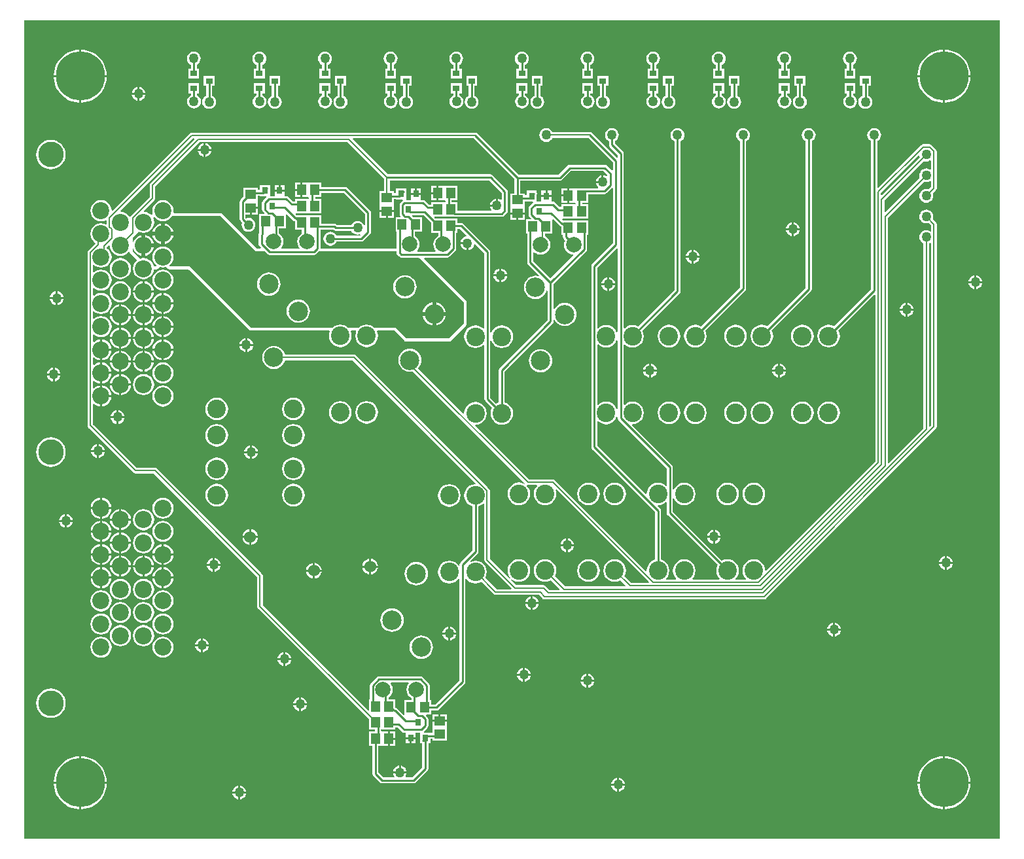
<source format=gbr>
%TF.GenerationSoftware,Altium Limited,Altium Designer,19.0.10 (269)*%
G04 Layer_Physical_Order=2*
G04 Layer_Color=16711680*
%FSLAX26Y26*%
%MOIN*%
%TF.FileFunction,Copper,L2,Bot,Signal*%
%TF.Part,Single*%
G01*
G75*
%TA.AperFunction,SMDPad,CuDef*%
%ADD12R,0.053150X0.045276*%
%ADD14R,0.045276X0.053150*%
%TA.AperFunction,Conductor*%
%ADD19C,0.010000*%
%ADD21C,0.008000*%
%TA.AperFunction,ComponentPad*%
%ADD23C,0.094488*%
%ADD24C,0.086614*%
%ADD25C,0.129921*%
%TA.AperFunction,ViaPad*%
%ADD26C,0.060000*%
%ADD27C,0.250000*%
%TA.AperFunction,ComponentPad*%
%ADD28C,0.098425*%
%ADD29C,0.078740*%
%TA.AperFunction,ViaPad*%
%ADD30C,0.050000*%
%TA.AperFunction,SMDPad,CuDef*%
%ADD31R,0.031496X0.035433*%
%ADD32R,0.035433X0.031496*%
G36*
X4984707Y15293D02*
X15293D01*
Y4184707D01*
X4984707D01*
Y15293D01*
D02*
G37*
%LPC*%
G36*
X4705000Y4035024D02*
Y3905000D01*
X4835024D01*
X4833750Y3921184D01*
X4828790Y3941846D01*
X4820658Y3961478D01*
X4809555Y3979596D01*
X4795755Y3995755D01*
X4779596Y4009555D01*
X4761478Y4020658D01*
X4741846Y4028790D01*
X4721184Y4033750D01*
X4705000Y4035024D01*
D02*
G37*
G36*
X4695000D02*
X4678816Y4033750D01*
X4658154Y4028790D01*
X4638522Y4020658D01*
X4620404Y4009555D01*
X4604245Y3995755D01*
X4590445Y3979596D01*
X4579342Y3961478D01*
X4571210Y3941846D01*
X4566250Y3921184D01*
X4564976Y3905000D01*
X4695000D01*
Y4035024D01*
D02*
G37*
G36*
X305000D02*
Y3905000D01*
X435024D01*
X433750Y3921184D01*
X428790Y3941846D01*
X420658Y3961478D01*
X409555Y3979596D01*
X395755Y3995755D01*
X379596Y4009555D01*
X361478Y4020658D01*
X341846Y4028790D01*
X321184Y4033750D01*
X305000Y4035024D01*
D02*
G37*
G36*
X295000D02*
X278816Y4033750D01*
X258154Y4028790D01*
X238522Y4020658D01*
X220404Y4009555D01*
X204245Y3995755D01*
X190445Y3979596D01*
X179342Y3961478D01*
X171210Y3941846D01*
X166250Y3921184D01*
X164976Y3905000D01*
X295000D01*
Y4035024D01*
D02*
G37*
G36*
X4220938Y4025042D02*
X4211801Y4023839D01*
X4203287Y4020313D01*
X4195976Y4014702D01*
X4190366Y4007391D01*
X4186839Y3998877D01*
X4185636Y3989740D01*
X4186839Y3980603D01*
X4190366Y3972089D01*
X4195976Y3964778D01*
X4203287Y3959168D01*
X4205644Y3958191D01*
Y3938875D01*
X4193221D01*
Y3887379D01*
X4248654D01*
Y3938875D01*
X4236232D01*
Y3958191D01*
X4238589Y3959168D01*
X4245900Y3964778D01*
X4251510Y3972089D01*
X4255037Y3980603D01*
X4256240Y3989740D01*
X4255037Y3998877D01*
X4251510Y4007391D01*
X4245900Y4014702D01*
X4238589Y4020313D01*
X4230075Y4023839D01*
X4220938Y4025042D01*
D02*
G37*
G36*
X3886647D02*
X3877511Y4023839D01*
X3868996Y4020313D01*
X3861685Y4014702D01*
X3856075Y4007391D01*
X3852548Y3998877D01*
X3851345Y3989740D01*
X3852548Y3980603D01*
X3856075Y3972089D01*
X3861685Y3964778D01*
X3868996Y3959168D01*
X3871354Y3958191D01*
Y3938875D01*
X3858931D01*
Y3887379D01*
X3914364D01*
Y3938875D01*
X3901941D01*
Y3958191D01*
X3904298Y3959168D01*
X3911610Y3964778D01*
X3917220Y3972089D01*
X3920747Y3980603D01*
X3921949Y3989740D01*
X3920747Y3998877D01*
X3917220Y4007391D01*
X3911610Y4014702D01*
X3904298Y4020313D01*
X3895784Y4023839D01*
X3886647Y4025042D01*
D02*
G37*
G36*
X3552357D02*
X3543220Y4023839D01*
X3534706Y4020313D01*
X3527394Y4014702D01*
X3521784Y4007391D01*
X3518258Y3998877D01*
X3517055Y3989740D01*
X3518258Y3980603D01*
X3521784Y3972089D01*
X3527394Y3964778D01*
X3534706Y3959168D01*
X3537063Y3958191D01*
Y3938875D01*
X3524640D01*
Y3887379D01*
X3580073D01*
Y3938875D01*
X3567651D01*
Y3958191D01*
X3570008Y3959168D01*
X3577319Y3964778D01*
X3582929Y3972089D01*
X3586456Y3980603D01*
X3587659Y3989740D01*
X3586456Y3998877D01*
X3582929Y4007391D01*
X3577319Y4014702D01*
X3570008Y4020313D01*
X3561494Y4023839D01*
X3552357Y4025042D01*
D02*
G37*
G36*
X3218066D02*
X3208929Y4023839D01*
X3200415Y4020313D01*
X3193104Y4014702D01*
X3187494Y4007391D01*
X3183967Y3998877D01*
X3182764Y3989740D01*
X3183967Y3980603D01*
X3187494Y3972089D01*
X3193104Y3964778D01*
X3200415Y3959168D01*
X3202772Y3958191D01*
Y3938875D01*
X3190350D01*
Y3887379D01*
X3245783D01*
Y3938875D01*
X3233360D01*
Y3958191D01*
X3235717Y3959168D01*
X3243028Y3964778D01*
X3248639Y3972089D01*
X3252165Y3980603D01*
X3253368Y3989740D01*
X3252165Y3998877D01*
X3248639Y4007391D01*
X3243028Y4014702D01*
X3235717Y4020313D01*
X3227203Y4023839D01*
X3218066Y4025042D01*
D02*
G37*
G36*
X2883776D02*
X2874639Y4023839D01*
X2866125Y4020313D01*
X2858813Y4014702D01*
X2853203Y4007391D01*
X2849677Y3998877D01*
X2848474Y3989740D01*
X2849677Y3980603D01*
X2853203Y3972089D01*
X2858813Y3964778D01*
X2866125Y3959168D01*
X2868482Y3958191D01*
Y3938875D01*
X2856059D01*
Y3887379D01*
X2911492D01*
Y3938875D01*
X2899070D01*
Y3958191D01*
X2901427Y3959168D01*
X2908738Y3964778D01*
X2914348Y3972089D01*
X2917875Y3980603D01*
X2919078Y3989740D01*
X2917875Y3998877D01*
X2914348Y4007391D01*
X2908738Y4014702D01*
X2901427Y4020313D01*
X2892912Y4023839D01*
X2883776Y4025042D01*
D02*
G37*
G36*
X878032D02*
X868895Y4023839D01*
X860381Y4020313D01*
X853070Y4014702D01*
X847460Y4007391D01*
X843933Y3998877D01*
X842730Y3989740D01*
X843933Y3980603D01*
X847460Y3972089D01*
X853070Y3964778D01*
X860381Y3959168D01*
X862738Y3958191D01*
Y3938875D01*
X850316D01*
Y3887379D01*
X905749D01*
Y3938875D01*
X893326D01*
Y3958191D01*
X895683Y3959168D01*
X902994Y3964778D01*
X908604Y3972089D01*
X912131Y3980603D01*
X913334Y3989740D01*
X912131Y3998877D01*
X908604Y4007391D01*
X902994Y4014702D01*
X895683Y4020313D01*
X887169Y4023839D01*
X878032Y4025042D01*
D02*
G37*
G36*
X2549485D02*
X2540348Y4023839D01*
X2531834Y4020313D01*
X2524523Y4014702D01*
X2518913Y4007391D01*
X2515386Y3998877D01*
X2514183Y3989740D01*
X2515386Y3980603D01*
X2518913Y3972089D01*
X2524523Y3964778D01*
X2531834Y3959168D01*
X2534191Y3958191D01*
Y3938875D01*
X2521769D01*
Y3887379D01*
X2577202D01*
Y3938875D01*
X2564779D01*
Y3958191D01*
X2567136Y3959168D01*
X2574447Y3964778D01*
X2580057Y3972089D01*
X2583584Y3980603D01*
X2584787Y3989740D01*
X2583584Y3998877D01*
X2580057Y4007391D01*
X2574447Y4014702D01*
X2567136Y4020313D01*
X2558622Y4023839D01*
X2549485Y4025042D01*
D02*
G37*
G36*
X2215194D02*
X2206058Y4023839D01*
X2197543Y4020313D01*
X2190232Y4014702D01*
X2184622Y4007391D01*
X2181095Y3998877D01*
X2179892Y3989740D01*
X2181095Y3980603D01*
X2184622Y3972089D01*
X2190232Y3964778D01*
X2197543Y3959168D01*
X2199901Y3958191D01*
Y3938875D01*
X2187478D01*
Y3887379D01*
X2242911D01*
Y3938875D01*
X2230488D01*
Y3958191D01*
X2232845Y3959168D01*
X2240157Y3964778D01*
X2245767Y3972089D01*
X2249294Y3980603D01*
X2250496Y3989740D01*
X2249294Y3998877D01*
X2245767Y4007391D01*
X2240157Y4014702D01*
X2232845Y4020313D01*
X2224331Y4023839D01*
X2215194Y4025042D01*
D02*
G37*
G36*
X1880904D02*
X1871767Y4023839D01*
X1863253Y4020313D01*
X1855941Y4014702D01*
X1850331Y4007391D01*
X1846805Y3998877D01*
X1845602Y3989740D01*
X1846805Y3980603D01*
X1850331Y3972089D01*
X1855941Y3964778D01*
X1863253Y3959168D01*
X1865610Y3958191D01*
Y3938875D01*
X1853187D01*
Y3887379D01*
X1908620D01*
Y3938875D01*
X1896198D01*
Y3958191D01*
X1898555Y3959168D01*
X1905866Y3964778D01*
X1911476Y3972089D01*
X1915003Y3980603D01*
X1916206Y3989740D01*
X1915003Y3998877D01*
X1911476Y4007391D01*
X1905866Y4014702D01*
X1898555Y4020313D01*
X1890041Y4023839D01*
X1880904Y4025042D01*
D02*
G37*
G36*
X1546613D02*
X1537476Y4023839D01*
X1528962Y4020313D01*
X1521651Y4014702D01*
X1516041Y4007391D01*
X1512514Y3998877D01*
X1511311Y3989740D01*
X1512514Y3980603D01*
X1516041Y3972089D01*
X1521651Y3964778D01*
X1528962Y3959168D01*
X1531319Y3958191D01*
Y3938875D01*
X1518897D01*
Y3887379D01*
X1574330D01*
Y3938875D01*
X1561907D01*
Y3958191D01*
X1564264Y3959168D01*
X1571575Y3964778D01*
X1577186Y3972089D01*
X1580712Y3980603D01*
X1581915Y3989740D01*
X1580712Y3998877D01*
X1577186Y4007391D01*
X1571575Y4014702D01*
X1564264Y4020313D01*
X1555750Y4023839D01*
X1546613Y4025042D01*
D02*
G37*
G36*
X1212323D02*
X1203186Y4023839D01*
X1194672Y4020313D01*
X1187360Y4014702D01*
X1181750Y4007391D01*
X1178224Y3998877D01*
X1177021Y3989740D01*
X1178224Y3980603D01*
X1181750Y3972089D01*
X1187360Y3964778D01*
X1194672Y3959168D01*
X1197029Y3958191D01*
Y3938875D01*
X1184606D01*
Y3887379D01*
X1240039D01*
Y3938875D01*
X1227617D01*
Y3958191D01*
X1229974Y3959168D01*
X1237285Y3964778D01*
X1242895Y3972089D01*
X1246422Y3980603D01*
X1247625Y3989740D01*
X1246422Y3998877D01*
X1242895Y4007391D01*
X1237285Y4014702D01*
X1229974Y4020313D01*
X1221459Y4023839D01*
X1212323Y4025042D01*
D02*
G37*
G36*
X602000Y3844644D02*
Y3815000D01*
X631644D01*
X631099Y3819137D01*
X627572Y3827651D01*
X621962Y3834962D01*
X614651Y3840572D01*
X606137Y3844099D01*
X602000Y3844644D01*
D02*
G37*
G36*
X592000D02*
X587863Y3844099D01*
X579349Y3840572D01*
X572038Y3834962D01*
X566428Y3827651D01*
X562901Y3819137D01*
X562356Y3815000D01*
X592000D01*
Y3844644D01*
D02*
G37*
G36*
X631644Y3805000D02*
X602000D01*
Y3775356D01*
X606137Y3775901D01*
X614651Y3779428D01*
X621962Y3785038D01*
X627572Y3792349D01*
X631099Y3800863D01*
X631644Y3805000D01*
D02*
G37*
G36*
X592000D02*
X562356D01*
X562901Y3800863D01*
X566428Y3792349D01*
X572038Y3785038D01*
X579349Y3779428D01*
X587863Y3775901D01*
X592000Y3775356D01*
Y3805000D01*
D02*
G37*
G36*
X4835024Y3895000D02*
X4705000D01*
Y3764976D01*
X4721184Y3766250D01*
X4741846Y3771210D01*
X4761478Y3779342D01*
X4779596Y3790445D01*
X4795755Y3804245D01*
X4809555Y3820404D01*
X4820658Y3838522D01*
X4828790Y3858154D01*
X4833750Y3878816D01*
X4835024Y3895000D01*
D02*
G37*
G36*
X4695000D02*
X4564976D01*
X4566250Y3878816D01*
X4571210Y3858154D01*
X4579342Y3838522D01*
X4590445Y3820404D01*
X4604245Y3804245D01*
X4620404Y3790445D01*
X4638522Y3779342D01*
X4658154Y3771210D01*
X4678816Y3766250D01*
X4695000Y3764976D01*
Y3895000D01*
D02*
G37*
G36*
X435024D02*
X305000D01*
Y3764976D01*
X321184Y3766250D01*
X341846Y3771210D01*
X361478Y3779342D01*
X379596Y3790445D01*
X395755Y3804245D01*
X409555Y3820404D01*
X420658Y3838522D01*
X428790Y3858154D01*
X433750Y3878816D01*
X435024Y3895000D01*
D02*
G37*
G36*
X295000D02*
X164976D01*
X166250Y3878816D01*
X171210Y3858154D01*
X179342Y3838522D01*
X190445Y3820404D01*
X204245Y3804245D01*
X220404Y3790445D01*
X238522Y3779342D01*
X258154Y3771210D01*
X278816Y3766250D01*
X295000Y3764976D01*
Y3895000D01*
D02*
G37*
G36*
X4248654Y3864072D02*
X4193221D01*
Y3812576D01*
X4205644D01*
Y3801867D01*
X4204271Y3801298D01*
X4196960Y3795688D01*
X4191350Y3788377D01*
X4187823Y3779862D01*
X4186620Y3770726D01*
X4187823Y3761589D01*
X4191350Y3753075D01*
X4196960Y3745763D01*
X4204271Y3740153D01*
X4212785Y3736626D01*
X4221922Y3735424D01*
X4231059Y3736626D01*
X4239573Y3740153D01*
X4246885Y3745763D01*
X4252495Y3753075D01*
X4256021Y3761589D01*
X4257224Y3770726D01*
X4256021Y3779862D01*
X4252495Y3788377D01*
X4246885Y3795688D01*
X4239573Y3801298D01*
X4236232Y3802682D01*
Y3812576D01*
X4248654D01*
Y3864072D01*
D02*
G37*
G36*
X3914364D02*
X3858931D01*
Y3812576D01*
X3871354D01*
Y3801867D01*
X3869981Y3801298D01*
X3862669Y3795688D01*
X3857059Y3788377D01*
X3853532Y3779862D01*
X3852330Y3770726D01*
X3853532Y3761589D01*
X3857059Y3753075D01*
X3862669Y3745763D01*
X3869981Y3740153D01*
X3878495Y3736626D01*
X3887632Y3735424D01*
X3896768Y3736626D01*
X3905283Y3740153D01*
X3912594Y3745763D01*
X3918204Y3753075D01*
X3921731Y3761589D01*
X3922934Y3770726D01*
X3921731Y3779862D01*
X3918204Y3788377D01*
X3912594Y3795688D01*
X3905283Y3801298D01*
X3901941Y3802682D01*
Y3812576D01*
X3914364D01*
Y3864072D01*
D02*
G37*
G36*
X3580073D02*
X3524640D01*
Y3812576D01*
X3537063D01*
Y3801867D01*
X3535690Y3801298D01*
X3528379Y3795688D01*
X3522769Y3788377D01*
X3519242Y3779862D01*
X3518039Y3770726D01*
X3519242Y3761589D01*
X3522769Y3753075D01*
X3528379Y3745763D01*
X3535690Y3740153D01*
X3544204Y3736626D01*
X3553341Y3735424D01*
X3562478Y3736626D01*
X3570992Y3740153D01*
X3578303Y3745763D01*
X3583913Y3753075D01*
X3587440Y3761589D01*
X3588643Y3770726D01*
X3587440Y3779862D01*
X3583913Y3788377D01*
X3578303Y3795688D01*
X3570992Y3801298D01*
X3567651Y3802682D01*
Y3812576D01*
X3580073D01*
Y3864072D01*
D02*
G37*
G36*
X3245783D02*
X3190350D01*
Y3812576D01*
X3202772D01*
Y3801867D01*
X3201399Y3801298D01*
X3194088Y3795688D01*
X3188478Y3788377D01*
X3184951Y3779862D01*
X3183748Y3770726D01*
X3184951Y3761589D01*
X3188478Y3753075D01*
X3194088Y3745763D01*
X3201399Y3740153D01*
X3209914Y3736626D01*
X3219050Y3735424D01*
X3228187Y3736626D01*
X3236701Y3740153D01*
X3244013Y3745763D01*
X3249623Y3753075D01*
X3253149Y3761589D01*
X3254352Y3770726D01*
X3253149Y3779862D01*
X3249623Y3788377D01*
X3244013Y3795688D01*
X3236701Y3801298D01*
X3233360Y3802682D01*
Y3812576D01*
X3245783D01*
Y3864072D01*
D02*
G37*
G36*
X2911492D02*
X2856059D01*
Y3812576D01*
X2868482D01*
Y3801867D01*
X2867109Y3801298D01*
X2859798Y3795688D01*
X2854187Y3788377D01*
X2850661Y3779862D01*
X2849458Y3770726D01*
X2850661Y3761589D01*
X2854187Y3753075D01*
X2859798Y3745763D01*
X2867109Y3740153D01*
X2875623Y3736626D01*
X2884760Y3735424D01*
X2893897Y3736626D01*
X2902411Y3740153D01*
X2909722Y3745763D01*
X2915332Y3753075D01*
X2918859Y3761589D01*
X2920062Y3770726D01*
X2918859Y3779862D01*
X2915332Y3788377D01*
X2909722Y3795688D01*
X2902411Y3801298D01*
X2899070Y3802682D01*
Y3812576D01*
X2911492D01*
Y3864072D01*
D02*
G37*
G36*
X2577202Y3864072D02*
X2521769D01*
Y3812576D01*
X2534191D01*
Y3801867D01*
X2532818Y3801298D01*
X2525507Y3795688D01*
X2519897Y3788377D01*
X2516370Y3779862D01*
X2515167Y3770726D01*
X2516370Y3761589D01*
X2519897Y3753075D01*
X2525507Y3745763D01*
X2532818Y3740153D01*
X2541332Y3736626D01*
X2550469Y3735424D01*
X2559606Y3736626D01*
X2568120Y3740153D01*
X2575432Y3745763D01*
X2581042Y3753075D01*
X2584568Y3761589D01*
X2585771Y3770726D01*
X2584568Y3779862D01*
X2581042Y3788377D01*
X2575432Y3795688D01*
X2568120Y3801298D01*
X2564779Y3802682D01*
Y3812576D01*
X2577202D01*
Y3864072D01*
D02*
G37*
G36*
X2242911D02*
X2187478D01*
Y3812576D01*
X2199901D01*
Y3801867D01*
X2198528Y3801298D01*
X2191216Y3795688D01*
X2185606Y3788377D01*
X2182079Y3779862D01*
X2180877Y3770726D01*
X2182079Y3761589D01*
X2185606Y3753075D01*
X2191216Y3745763D01*
X2198528Y3740153D01*
X2207042Y3736626D01*
X2216179Y3735424D01*
X2225315Y3736626D01*
X2233830Y3740153D01*
X2241141Y3745763D01*
X2246751Y3753075D01*
X2250278Y3761589D01*
X2251481Y3770726D01*
X2250278Y3779862D01*
X2246751Y3788377D01*
X2241141Y3795688D01*
X2233830Y3801298D01*
X2230488Y3802682D01*
Y3812576D01*
X2242911D01*
Y3864072D01*
D02*
G37*
G36*
X1908620D02*
X1853187D01*
Y3812576D01*
X1865610D01*
Y3801867D01*
X1864237Y3801298D01*
X1856926Y3795688D01*
X1851316Y3788377D01*
X1847789Y3779862D01*
X1846586Y3770726D01*
X1847789Y3761589D01*
X1851316Y3753075D01*
X1856926Y3745763D01*
X1864237Y3740153D01*
X1872751Y3736626D01*
X1881888Y3735424D01*
X1891025Y3736626D01*
X1899539Y3740153D01*
X1906850Y3745763D01*
X1912460Y3753075D01*
X1915987Y3761589D01*
X1917190Y3770726D01*
X1915987Y3779862D01*
X1912460Y3788377D01*
X1906850Y3795688D01*
X1899539Y3801298D01*
X1896198Y3802682D01*
Y3812576D01*
X1908620D01*
Y3864072D01*
D02*
G37*
G36*
X1574330D02*
X1518897D01*
Y3812576D01*
X1531319D01*
Y3801867D01*
X1529946Y3801298D01*
X1522635Y3795688D01*
X1517025Y3788377D01*
X1513498Y3779862D01*
X1512295Y3770726D01*
X1513498Y3761589D01*
X1517025Y3753075D01*
X1522635Y3745763D01*
X1529946Y3740153D01*
X1538461Y3736626D01*
X1547597Y3735424D01*
X1556734Y3736626D01*
X1565248Y3740153D01*
X1572560Y3745763D01*
X1578170Y3753075D01*
X1581697Y3761589D01*
X1582899Y3770726D01*
X1581697Y3779862D01*
X1578170Y3788377D01*
X1572560Y3795688D01*
X1565248Y3801298D01*
X1561907Y3802682D01*
Y3812576D01*
X1574330D01*
Y3864072D01*
D02*
G37*
G36*
X1240039D02*
X1184606D01*
Y3812576D01*
X1197029D01*
Y3801867D01*
X1195656Y3801298D01*
X1188344Y3795688D01*
X1182734Y3788377D01*
X1179208Y3779862D01*
X1178005Y3770726D01*
X1179208Y3761589D01*
X1182734Y3753075D01*
X1188344Y3745763D01*
X1195656Y3740153D01*
X1204170Y3736626D01*
X1213307Y3735424D01*
X1222444Y3736626D01*
X1230958Y3740153D01*
X1238269Y3745763D01*
X1243879Y3753075D01*
X1247406Y3761589D01*
X1248609Y3770726D01*
X1247406Y3779862D01*
X1243879Y3788377D01*
X1238269Y3795688D01*
X1230958Y3801298D01*
X1227617Y3802682D01*
Y3812576D01*
X1240039D01*
Y3864072D01*
D02*
G37*
G36*
X905749Y3864072D02*
X850316D01*
Y3812576D01*
X862738D01*
Y3801867D01*
X861365Y3801298D01*
X854054Y3795688D01*
X848444Y3788377D01*
X844917Y3779862D01*
X843714Y3770726D01*
X844917Y3761589D01*
X848444Y3753075D01*
X854054Y3745763D01*
X861365Y3740153D01*
X869879Y3736626D01*
X879016Y3735424D01*
X888153Y3736626D01*
X896667Y3740153D01*
X903979Y3745763D01*
X909589Y3753075D01*
X913115Y3761589D01*
X914318Y3770726D01*
X913115Y3779862D01*
X909589Y3788377D01*
X903979Y3795688D01*
X896667Y3801298D01*
X893326Y3802682D01*
Y3812576D01*
X905749D01*
Y3864072D01*
D02*
G37*
G36*
X4327395Y3901473D02*
X4271962D01*
Y3849977D01*
X4284384D01*
Y3800030D01*
X4282027Y3799054D01*
X4274716Y3793444D01*
X4269106Y3786133D01*
X4265579Y3777618D01*
X4264376Y3768482D01*
X4265579Y3759345D01*
X4269106Y3750831D01*
X4274716Y3743519D01*
X4282027Y3737909D01*
X4290541Y3734383D01*
X4299678Y3733180D01*
X4308815Y3734383D01*
X4317329Y3737909D01*
X4324641Y3743519D01*
X4330251Y3750831D01*
X4333777Y3759345D01*
X4334980Y3768482D01*
X4333777Y3777618D01*
X4330251Y3786133D01*
X4324641Y3793444D01*
X4317329Y3799054D01*
X4314972Y3800030D01*
Y3849977D01*
X4327395D01*
Y3901473D01*
D02*
G37*
G36*
X3993104D02*
X3937671D01*
Y3849977D01*
X3950094D01*
Y3800030D01*
X3947737Y3799054D01*
X3940425Y3793444D01*
X3934815Y3786133D01*
X3931289Y3777618D01*
X3930086Y3768482D01*
X3931289Y3759345D01*
X3934815Y3750831D01*
X3940425Y3743519D01*
X3947737Y3737909D01*
X3956251Y3734383D01*
X3965388Y3733180D01*
X3974524Y3734383D01*
X3983039Y3737909D01*
X3990350Y3743519D01*
X3995960Y3750831D01*
X3999487Y3759345D01*
X4000690Y3768482D01*
X3999487Y3777618D01*
X3995960Y3786133D01*
X3990350Y3793444D01*
X3983039Y3799054D01*
X3980682Y3800030D01*
Y3849977D01*
X3993104D01*
Y3901473D01*
D02*
G37*
G36*
X3658814D02*
X3603381D01*
Y3849977D01*
X3615803D01*
Y3800030D01*
X3613446Y3799054D01*
X3606135Y3793444D01*
X3600525Y3786133D01*
X3596998Y3777618D01*
X3595795Y3768482D01*
X3596998Y3759345D01*
X3600525Y3750831D01*
X3606135Y3743519D01*
X3613446Y3737909D01*
X3621960Y3734383D01*
X3631097Y3733180D01*
X3640234Y3734383D01*
X3648748Y3737909D01*
X3656059Y3743519D01*
X3661669Y3750831D01*
X3665196Y3759345D01*
X3666399Y3768482D01*
X3665196Y3777618D01*
X3661669Y3786133D01*
X3656059Y3793444D01*
X3648748Y3799054D01*
X3646391Y3800030D01*
Y3849977D01*
X3658814D01*
Y3901473D01*
D02*
G37*
G36*
X3324523D02*
X3269090D01*
Y3849977D01*
X3281512D01*
Y3800030D01*
X3279155Y3799054D01*
X3271844Y3793444D01*
X3266234Y3786133D01*
X3262707Y3777618D01*
X3261504Y3768482D01*
X3262707Y3759345D01*
X3266234Y3750831D01*
X3271844Y3743519D01*
X3279155Y3737909D01*
X3287670Y3734383D01*
X3296806Y3733180D01*
X3305943Y3734383D01*
X3314457Y3737909D01*
X3321769Y3743519D01*
X3327379Y3750831D01*
X3330905Y3759345D01*
X3332108Y3768482D01*
X3330905Y3777618D01*
X3327379Y3786133D01*
X3321769Y3793444D01*
X3314457Y3799054D01*
X3312100Y3800030D01*
Y3849977D01*
X3324523D01*
Y3901473D01*
D02*
G37*
G36*
X2990232D02*
X2934799D01*
Y3849977D01*
X2947222D01*
Y3800030D01*
X2944865Y3799054D01*
X2937553Y3793444D01*
X2931943Y3786133D01*
X2928417Y3777618D01*
X2927214Y3768482D01*
X2928417Y3759345D01*
X2931943Y3750831D01*
X2937553Y3743519D01*
X2944865Y3737909D01*
X2953379Y3734383D01*
X2962516Y3733180D01*
X2971653Y3734383D01*
X2980167Y3737909D01*
X2987478Y3743519D01*
X2993088Y3750831D01*
X2996615Y3759345D01*
X2997818Y3768482D01*
X2996615Y3777618D01*
X2993088Y3786133D01*
X2987478Y3793444D01*
X2980167Y3799054D01*
X2977810Y3800030D01*
Y3849977D01*
X2990232D01*
Y3901473D01*
D02*
G37*
G36*
X2655942Y3901473D02*
X2600509D01*
Y3849977D01*
X2612931D01*
Y3800030D01*
X2610574Y3799054D01*
X2603263Y3793444D01*
X2597653Y3786133D01*
X2594126Y3777618D01*
X2592923Y3768482D01*
X2594126Y3759345D01*
X2597653Y3750831D01*
X2603263Y3743519D01*
X2610574Y3737909D01*
X2619088Y3734383D01*
X2628225Y3733180D01*
X2637362Y3734383D01*
X2645876Y3737909D01*
X2653188Y3743519D01*
X2658798Y3750831D01*
X2662324Y3759345D01*
X2663527Y3768482D01*
X2662324Y3777618D01*
X2658798Y3786133D01*
X2653188Y3793444D01*
X2645876Y3799054D01*
X2643519Y3800030D01*
Y3849977D01*
X2655942D01*
Y3901473D01*
D02*
G37*
G36*
X2321651D02*
X2266218D01*
Y3849977D01*
X2278641D01*
Y3800030D01*
X2276284Y3799054D01*
X2268972Y3793444D01*
X2263362Y3786133D01*
X2259836Y3777618D01*
X2258633Y3768482D01*
X2259836Y3759345D01*
X2263362Y3750831D01*
X2268972Y3743519D01*
X2276284Y3737909D01*
X2284798Y3734383D01*
X2293935Y3733180D01*
X2303071Y3734383D01*
X2311586Y3737909D01*
X2318897Y3743519D01*
X2324507Y3750831D01*
X2328034Y3759345D01*
X2329237Y3768482D01*
X2328034Y3777618D01*
X2324507Y3786133D01*
X2318897Y3793444D01*
X2311586Y3799054D01*
X2309229Y3800030D01*
Y3849977D01*
X2321651D01*
Y3901473D01*
D02*
G37*
G36*
X1987361D02*
X1931928D01*
Y3849977D01*
X1944350D01*
Y3800030D01*
X1941993Y3799054D01*
X1934682Y3793444D01*
X1929072Y3786133D01*
X1925545Y3777618D01*
X1924342Y3768482D01*
X1925545Y3759345D01*
X1929072Y3750831D01*
X1934682Y3743519D01*
X1941993Y3737909D01*
X1950507Y3734383D01*
X1959644Y3733180D01*
X1968781Y3734383D01*
X1977295Y3737909D01*
X1984606Y3743519D01*
X1990216Y3750831D01*
X1993743Y3759345D01*
X1994946Y3768482D01*
X1993743Y3777618D01*
X1990216Y3786133D01*
X1984606Y3793444D01*
X1977295Y3799054D01*
X1974938Y3800030D01*
Y3849977D01*
X1987361D01*
Y3901473D01*
D02*
G37*
G36*
X1653070D02*
X1597637D01*
Y3849977D01*
X1610060D01*
Y3800030D01*
X1607702Y3799054D01*
X1600391Y3793444D01*
X1594781Y3786133D01*
X1591254Y3777618D01*
X1590051Y3768482D01*
X1591254Y3759345D01*
X1594781Y3750831D01*
X1600391Y3743519D01*
X1607702Y3737909D01*
X1616217Y3734383D01*
X1625353Y3733180D01*
X1634490Y3734383D01*
X1643004Y3737909D01*
X1650316Y3743519D01*
X1655926Y3750831D01*
X1659453Y3759345D01*
X1660655Y3768482D01*
X1659453Y3777618D01*
X1655926Y3786133D01*
X1650316Y3793444D01*
X1643004Y3799054D01*
X1640647Y3800030D01*
Y3849977D01*
X1653070D01*
Y3901473D01*
D02*
G37*
G36*
X1318779D02*
X1263346D01*
Y3849977D01*
X1275769D01*
Y3800030D01*
X1273412Y3799054D01*
X1266101Y3793444D01*
X1260490Y3786133D01*
X1256964Y3777618D01*
X1255761Y3768482D01*
X1256964Y3759345D01*
X1260490Y3750831D01*
X1266101Y3743519D01*
X1273412Y3737909D01*
X1281926Y3734383D01*
X1291063Y3733180D01*
X1300200Y3734383D01*
X1308714Y3737909D01*
X1316025Y3743519D01*
X1321635Y3750831D01*
X1325162Y3759345D01*
X1326365Y3768482D01*
X1325162Y3777618D01*
X1321635Y3786133D01*
X1316025Y3793444D01*
X1308714Y3799054D01*
X1306357Y3800030D01*
Y3849977D01*
X1318779D01*
Y3901473D01*
D02*
G37*
G36*
X984489Y3901473D02*
X929056D01*
Y3849977D01*
X941478D01*
Y3800030D01*
X939121Y3799054D01*
X931810Y3793444D01*
X926200Y3786133D01*
X922673Y3777618D01*
X921470Y3768482D01*
X922673Y3759345D01*
X926200Y3750831D01*
X931810Y3743519D01*
X939121Y3737909D01*
X947635Y3734383D01*
X956772Y3733180D01*
X965909Y3734383D01*
X974423Y3737909D01*
X981735Y3743519D01*
X987345Y3750831D01*
X990871Y3759345D01*
X992074Y3768482D01*
X990871Y3777618D01*
X987345Y3786133D01*
X981735Y3793444D01*
X974423Y3799054D01*
X972066Y3800030D01*
Y3849977D01*
X984489D01*
Y3901473D01*
D02*
G37*
G36*
X150000Y3575323D02*
X135305Y3573876D01*
X121175Y3569590D01*
X108153Y3562629D01*
X96738Y3553262D01*
X87371Y3541847D01*
X80410Y3528825D01*
X76124Y3514695D01*
X74677Y3500000D01*
X76124Y3485305D01*
X80410Y3471175D01*
X87371Y3458153D01*
X96738Y3446738D01*
X108153Y3437371D01*
X121175Y3430410D01*
X135305Y3426124D01*
X150000Y3424677D01*
X164695Y3426124D01*
X178825Y3430410D01*
X191847Y3437371D01*
X203262Y3446738D01*
X212629Y3458153D01*
X219590Y3471175D01*
X223876Y3485305D01*
X225323Y3500000D01*
X223876Y3514695D01*
X219590Y3528825D01*
X212629Y3541847D01*
X203262Y3553262D01*
X191847Y3562629D01*
X178825Y3569590D01*
X164695Y3573876D01*
X150000Y3575323D01*
D02*
G37*
G36*
X3935000Y3154644D02*
Y3125000D01*
X3964644D01*
X3964099Y3129137D01*
X3960572Y3137651D01*
X3954962Y3144962D01*
X3947651Y3150572D01*
X3939137Y3154099D01*
X3935000Y3154644D01*
D02*
G37*
G36*
X3925000D02*
X3920863Y3154099D01*
X3912349Y3150572D01*
X3905038Y3144962D01*
X3899428Y3137651D01*
X3895901Y3129137D01*
X3895356Y3125000D01*
X3925000D01*
Y3154644D01*
D02*
G37*
G36*
X3964644Y3115000D02*
X3935000D01*
Y3085356D01*
X3939137Y3085901D01*
X3947651Y3089428D01*
X3954962Y3095038D01*
X3960572Y3102349D01*
X3964099Y3110863D01*
X3964644Y3115000D01*
D02*
G37*
G36*
X3925000D02*
X3895356D01*
X3895901Y3110863D01*
X3899428Y3102349D01*
X3905038Y3095038D01*
X3912349Y3089428D01*
X3920863Y3085901D01*
X3925000Y3085356D01*
Y3115000D01*
D02*
G37*
G36*
X3425000Y3014644D02*
Y2985000D01*
X3454644D01*
X3454099Y2989137D01*
X3450572Y2997651D01*
X3444962Y3004962D01*
X3437651Y3010572D01*
X3429137Y3014099D01*
X3425000Y3014644D01*
D02*
G37*
G36*
X3415000D02*
X3410863Y3014099D01*
X3402349Y3010572D01*
X3395038Y3004962D01*
X3389428Y2997651D01*
X3385901Y2989137D01*
X3385356Y2985000D01*
X3415000D01*
Y3014644D01*
D02*
G37*
G36*
X3454644Y2975000D02*
X3425000D01*
Y2945356D01*
X3429137Y2945901D01*
X3437651Y2949428D01*
X3444962Y2955038D01*
X3450572Y2962349D01*
X3454099Y2970863D01*
X3454644Y2975000D01*
D02*
G37*
G36*
X3415000D02*
X3385356D01*
X3385901Y2970863D01*
X3389428Y2962349D01*
X3395038Y2955038D01*
X3402349Y2949428D01*
X3410863Y2945901D01*
X3415000Y2945356D01*
Y2975000D01*
D02*
G37*
G36*
X4865000Y2884644D02*
Y2855000D01*
X4894644D01*
X4894099Y2859137D01*
X4890572Y2867651D01*
X4884962Y2874962D01*
X4877651Y2880572D01*
X4869137Y2884099D01*
X4865000Y2884644D01*
D02*
G37*
G36*
X4855000D02*
X4850863Y2884099D01*
X4842349Y2880572D01*
X4835038Y2874962D01*
X4829428Y2867651D01*
X4825901Y2859137D01*
X4825356Y2855000D01*
X4855000D01*
Y2884644D01*
D02*
G37*
G36*
X4894644Y2845000D02*
X4865000D01*
Y2815356D01*
X4869137Y2815901D01*
X4877651Y2819428D01*
X4884962Y2825038D01*
X4890572Y2832349D01*
X4894099Y2840863D01*
X4894644Y2845000D01*
D02*
G37*
G36*
X4855000D02*
X4825356D01*
X4825901Y2840863D01*
X4829428Y2832349D01*
X4835038Y2825038D01*
X4842349Y2819428D01*
X4850863Y2815901D01*
X4855000Y2815356D01*
Y2845000D01*
D02*
G37*
G36*
X185000Y2803653D02*
Y2774010D01*
X214644D01*
X214099Y2778146D01*
X210572Y2786660D01*
X204962Y2793972D01*
X197651Y2799582D01*
X189137Y2803109D01*
X185000Y2803653D01*
D02*
G37*
G36*
X175000D02*
X170863Y2803109D01*
X162349Y2799582D01*
X155038Y2793972D01*
X149428Y2786660D01*
X145901Y2778146D01*
X145356Y2774010D01*
X175000D01*
Y2803653D01*
D02*
G37*
G36*
X214644Y2764010D02*
X185000D01*
Y2734366D01*
X189137Y2734910D01*
X197651Y2738437D01*
X204962Y2744047D01*
X210572Y2751358D01*
X214099Y2759873D01*
X214644Y2764010D01*
D02*
G37*
G36*
X175000D02*
X145356D01*
X145901Y2759873D01*
X149428Y2751358D01*
X155038Y2744047D01*
X162349Y2738437D01*
X170863Y2734910D01*
X175000Y2734366D01*
Y2764010D01*
D02*
G37*
G36*
X4515000Y2744644D02*
Y2715000D01*
X4544644D01*
X4544099Y2719137D01*
X4540572Y2727651D01*
X4534962Y2734962D01*
X4527651Y2740572D01*
X4519137Y2744099D01*
X4515000Y2744644D01*
D02*
G37*
G36*
X4505000D02*
X4500863Y2744099D01*
X4492349Y2740572D01*
X4485038Y2734962D01*
X4479428Y2727651D01*
X4475901Y2719137D01*
X4475356Y2715000D01*
X4505000D01*
Y2744644D01*
D02*
G37*
G36*
X4544644Y2705000D02*
X4515000D01*
Y2675356D01*
X4519137Y2675901D01*
X4527651Y2679428D01*
X4534962Y2685038D01*
X4540572Y2692349D01*
X4544099Y2700863D01*
X4544644Y2705000D01*
D02*
G37*
G36*
X4505000D02*
X4475356D01*
X4475901Y2700863D01*
X4479428Y2692349D01*
X4485038Y2685038D01*
X4492349Y2679428D01*
X4500863Y2675901D01*
X4505000Y2675356D01*
Y2705000D01*
D02*
G37*
G36*
X4010977Y3635302D02*
X4001840Y3634099D01*
X3993326Y3630572D01*
X3986015Y3624962D01*
X3980405Y3617651D01*
X3976878Y3609137D01*
X3975675Y3600000D01*
X3976878Y3590863D01*
X3980405Y3582349D01*
X3986015Y3575038D01*
X3993326Y3569428D01*
X3995683Y3568451D01*
Y2820483D01*
X3800623Y2625423D01*
X3787048Y2631046D01*
X3772104Y2633014D01*
X3757161Y2631046D01*
X3743235Y2625278D01*
X3731277Y2616103D01*
X3722102Y2604145D01*
X3716334Y2590219D01*
X3714366Y2575276D01*
X3716334Y2560332D01*
X3722102Y2546407D01*
X3731277Y2534449D01*
X3743235Y2525273D01*
X3757161Y2519505D01*
X3772104Y2517537D01*
X3787048Y2519505D01*
X3800973Y2525273D01*
X3812931Y2534449D01*
X3822107Y2546407D01*
X3827875Y2560332D01*
X3829843Y2575276D01*
X3827875Y2590219D01*
X3822252Y2603794D01*
X4021791Y2803334D01*
X4025107Y2808295D01*
X4026271Y2814148D01*
Y3568451D01*
X4028628Y3569428D01*
X4035939Y3575038D01*
X4041549Y3582349D01*
X4045076Y3590863D01*
X4046279Y3600000D01*
X4045076Y3609137D01*
X4041549Y3617651D01*
X4035939Y3624962D01*
X4028628Y3630572D01*
X4020114Y3634099D01*
X4010977Y3635302D01*
D02*
G37*
G36*
X3676686D02*
X3667550Y3634099D01*
X3659035Y3630572D01*
X3651724Y3624962D01*
X3646114Y3617651D01*
X3642587Y3609137D01*
X3641384Y3600000D01*
X3642587Y3590863D01*
X3646114Y3582349D01*
X3651724Y3575038D01*
X3659035Y3569428D01*
X3661392Y3568451D01*
Y2824801D01*
X3461739Y2625148D01*
X3448164Y2630771D01*
X3433220Y2632738D01*
X3418276Y2630771D01*
X3404351Y2625003D01*
X3392393Y2615827D01*
X3383217Y2603869D01*
X3377449Y2589944D01*
X3375482Y2575000D01*
X3377449Y2560056D01*
X3383217Y2546131D01*
X3392393Y2534173D01*
X3404351Y2524997D01*
X3418276Y2519229D01*
X3433220Y2517262D01*
X3448164Y2519229D01*
X3462089Y2524997D01*
X3474047Y2534173D01*
X3483222Y2546131D01*
X3488990Y2560056D01*
X3490958Y2575000D01*
X3488990Y2589944D01*
X3483367Y2603519D01*
X3687501Y2807652D01*
X3690816Y2812614D01*
X3691980Y2818466D01*
Y3568451D01*
X3694337Y3569428D01*
X3701649Y3575038D01*
X3707259Y3582349D01*
X3710785Y3590863D01*
X3711988Y3600000D01*
X3710785Y3609137D01*
X3707259Y3617651D01*
X3701649Y3624962D01*
X3694337Y3630572D01*
X3685823Y3634099D01*
X3676686Y3635302D01*
D02*
G37*
G36*
X3978379Y2633188D02*
X3963435Y2631220D01*
X3949510Y2625452D01*
X3937552Y2616277D01*
X3928376Y2604319D01*
X3922608Y2590393D01*
X3920640Y2575450D01*
X3922608Y2560506D01*
X3928376Y2546581D01*
X3937552Y2534623D01*
X3949510Y2525447D01*
X3963435Y2519679D01*
X3978379Y2517711D01*
X3993322Y2519679D01*
X4007248Y2525447D01*
X4019206Y2534623D01*
X4028381Y2546581D01*
X4034149Y2560506D01*
X4036117Y2575450D01*
X4034149Y2590393D01*
X4028381Y2604319D01*
X4019206Y2616277D01*
X4007248Y2625452D01*
X3993322Y2631220D01*
X3978379Y2633188D01*
D02*
G37*
G36*
X3638246Y2633014D02*
X3623302Y2631046D01*
X3609377Y2625278D01*
X3597419Y2616103D01*
X3588243Y2604145D01*
X3582475Y2590219D01*
X3580508Y2575276D01*
X3582475Y2560332D01*
X3588243Y2546407D01*
X3597419Y2534449D01*
X3609377Y2525273D01*
X3623302Y2519505D01*
X3638246Y2517537D01*
X3653190Y2519505D01*
X3667115Y2525273D01*
X3679073Y2534449D01*
X3688249Y2546407D01*
X3694017Y2560332D01*
X3695984Y2575276D01*
X3694017Y2590219D01*
X3688249Y2604145D01*
X3679073Y2616103D01*
X3667115Y2625278D01*
X3653190Y2631046D01*
X3638246Y2633014D01*
D02*
G37*
G36*
X3299361Y2632738D02*
X3284418Y2630771D01*
X3270492Y2625003D01*
X3258535Y2615827D01*
X3249359Y2603869D01*
X3243591Y2589944D01*
X3241623Y2575000D01*
X3243591Y2560056D01*
X3249359Y2546131D01*
X3258535Y2534173D01*
X3270492Y2524997D01*
X3284418Y2519229D01*
X3299361Y2517262D01*
X3314305Y2519229D01*
X3328231Y2524997D01*
X3340189Y2534173D01*
X3349364Y2546131D01*
X3355132Y2560056D01*
X3357100Y2575000D01*
X3355132Y2589944D01*
X3349364Y2603869D01*
X3340189Y2615827D01*
X3328231Y2625003D01*
X3314305Y2630771D01*
X3299361Y2632738D01*
D02*
G37*
G36*
X4344456Y3635302D02*
X4335319Y3634099D01*
X4326805Y3630572D01*
X4319493Y3624962D01*
X4313883Y3617651D01*
X4310357Y3609137D01*
X4309154Y3600000D01*
X4310357Y3590863D01*
X4313883Y3582349D01*
X4319493Y3575038D01*
X4326805Y3569428D01*
X4329162Y3568451D01*
Y2814003D01*
X4140756Y2625597D01*
X4127181Y2631220D01*
X4112237Y2633188D01*
X4097293Y2631220D01*
X4083368Y2625452D01*
X4071410Y2616277D01*
X4062234Y2604319D01*
X4056466Y2590393D01*
X4054499Y2575450D01*
X4056466Y2560506D01*
X4062234Y2546581D01*
X4071410Y2534623D01*
X4083368Y2525447D01*
X4097293Y2519679D01*
X4112237Y2517711D01*
X4127181Y2519679D01*
X4141106Y2525447D01*
X4153064Y2534623D01*
X4162240Y2546581D01*
X4168008Y2560506D01*
X4169975Y2575450D01*
X4168008Y2590393D01*
X4162385Y2603968D01*
X4345374Y2786958D01*
X4349993Y2785044D01*
Y1936058D01*
X3793363Y1379428D01*
X3788834Y1381970D01*
X3787007Y1395842D01*
X3781239Y1409767D01*
X3772064Y1421725D01*
X3760106Y1430901D01*
X3746180Y1436669D01*
X3731237Y1438637D01*
X3716293Y1436669D01*
X3702368Y1430901D01*
X3690410Y1421725D01*
X3681234Y1409767D01*
X3675466Y1395842D01*
X3673499Y1380898D01*
X3675466Y1365955D01*
X3681234Y1352029D01*
X3690097Y1340479D01*
X3689493Y1337370D01*
X3688851Y1335479D01*
X3639764D01*
X3639122Y1337370D01*
X3638518Y1340479D01*
X3647381Y1352029D01*
X3653149Y1365955D01*
X3655117Y1380898D01*
X3653149Y1395842D01*
X3647381Y1409767D01*
X3638205Y1421725D01*
X3626247Y1430901D01*
X3612322Y1436669D01*
X3597378Y1438637D01*
X3582435Y1436669D01*
X3568860Y1431046D01*
X3318566Y1681340D01*
Y1749146D01*
X3323566Y1750140D01*
X3326884Y1742131D01*
X3336059Y1730173D01*
X3348017Y1720997D01*
X3361943Y1715229D01*
X3376886Y1713262D01*
X3391830Y1715229D01*
X3405755Y1720997D01*
X3417713Y1730173D01*
X3426889Y1742131D01*
X3432657Y1756056D01*
X3434624Y1771000D01*
X3432657Y1785944D01*
X3426889Y1799869D01*
X3417713Y1811827D01*
X3405755Y1821003D01*
X3391830Y1826771D01*
X3376886Y1828738D01*
X3361943Y1826771D01*
X3348017Y1821003D01*
X3336059Y1811827D01*
X3326884Y1799869D01*
X3323566Y1791860D01*
X3318566Y1792854D01*
Y1908277D01*
X3317402Y1914130D01*
X3314086Y1919092D01*
X3111591Y2121588D01*
X3114119Y2126131D01*
X3127967Y2127954D01*
X3141892Y2133722D01*
X3153850Y2142897D01*
X3163026Y2154855D01*
X3168794Y2168781D01*
X3170761Y2183724D01*
X3168794Y2198668D01*
X3163026Y2212593D01*
X3153850Y2224551D01*
X3141892Y2233727D01*
X3127967Y2239495D01*
X3113023Y2241463D01*
X3098079Y2239495D01*
X3084154Y2233727D01*
X3073073Y2225224D01*
X3068073Y2226649D01*
Y2531351D01*
X3073073Y2532776D01*
X3084154Y2524273D01*
X3098079Y2518505D01*
X3113023Y2516537D01*
X3127967Y2518505D01*
X3141892Y2524273D01*
X3153850Y2533449D01*
X3163026Y2545407D01*
X3168794Y2559332D01*
X3170761Y2574276D01*
X3168794Y2589219D01*
X3163171Y2602794D01*
X3353210Y2792834D01*
X3356525Y2797795D01*
X3357690Y2803648D01*
Y3568451D01*
X3360047Y3569428D01*
X3367358Y3575038D01*
X3372968Y3582349D01*
X3376495Y3590863D01*
X3377698Y3600000D01*
X3376495Y3609137D01*
X3372968Y3617651D01*
X3367358Y3624962D01*
X3360047Y3630572D01*
X3351532Y3634099D01*
X3342396Y3635302D01*
X3333259Y3634099D01*
X3324745Y3630572D01*
X3317433Y3624962D01*
X3311823Y3617651D01*
X3308297Y3609137D01*
X3307094Y3600000D01*
X3308297Y3590863D01*
X3311823Y3582349D01*
X3317433Y3575038D01*
X3324745Y3569428D01*
X3327102Y3568451D01*
Y2809983D01*
X3141542Y2624423D01*
X3127967Y2630046D01*
X3113023Y2632014D01*
X3098079Y2630046D01*
X3084154Y2624278D01*
X3073073Y2615775D01*
X3068073Y2617200D01*
Y3505326D01*
X3066909Y3511179D01*
X3063593Y3516140D01*
X3023399Y3556335D01*
Y3568451D01*
X3025756Y3569428D01*
X3033067Y3575038D01*
X3038677Y3582349D01*
X3042204Y3590863D01*
X3043407Y3600000D01*
X3042204Y3609137D01*
X3038677Y3617651D01*
X3033067Y3624962D01*
X3025756Y3630572D01*
X3017242Y3634099D01*
X3008105Y3635302D01*
X2998968Y3634099D01*
X2990454Y3630572D01*
X2983143Y3624962D01*
X2977533Y3617651D01*
X2974006Y3609137D01*
X2972803Y3600000D01*
X2974006Y3590863D01*
X2977533Y3582349D01*
X2983143Y3575038D01*
X2990454Y3569428D01*
X2992811Y3568451D01*
Y3550000D01*
X2993975Y3544147D01*
X2997291Y3539186D01*
X3037485Y3498991D01*
Y3486677D01*
X3032866Y3484763D01*
X2906814Y3610814D01*
X2901853Y3614130D01*
X2896000Y3615294D01*
X2890874Y3614274D01*
X2705786D01*
X2704387Y3617651D01*
X2698777Y3624962D01*
X2691465Y3630572D01*
X2682951Y3634099D01*
X2673814Y3635302D01*
X2664678Y3634099D01*
X2656164Y3630572D01*
X2648852Y3624962D01*
X2643242Y3617651D01*
X2639715Y3609137D01*
X2638512Y3600000D01*
X2639715Y3590863D01*
X2643242Y3582349D01*
X2648852Y3575038D01*
X2656164Y3569428D01*
X2664678Y3565901D01*
X2673814Y3564698D01*
X2682951Y3565901D01*
X2691465Y3569428D01*
X2698777Y3575038D01*
X2704387Y3582349D01*
X2705786Y3585726D01*
X2888646D01*
X3012706Y3461665D01*
Y3419994D01*
X3007706Y3417923D01*
X2982814Y3442814D01*
X2977853Y3446130D01*
X2972000Y3447294D01*
X2792721D01*
X2786868Y3446130D01*
X2781906Y3442814D01*
X2736513Y3397421D01*
X2533335D01*
X2322941Y3607814D01*
X2317979Y3611130D01*
X2312127Y3612294D01*
X2307001Y3611274D01*
X867603D01*
X862140Y3610188D01*
X857509Y3607093D01*
X857509Y3607093D01*
X464262Y3213846D01*
X459468Y3216123D01*
X457841Y3228483D01*
X452469Y3241450D01*
X443925Y3252586D01*
X432789Y3261131D01*
X419821Y3266502D01*
X405906Y3268334D01*
X391990Y3266502D01*
X379022Y3261131D01*
X367886Y3252586D01*
X359342Y3241450D01*
X353971Y3228483D01*
X352138Y3214567D01*
X353971Y3200651D01*
X359342Y3187683D01*
X367886Y3176548D01*
X379022Y3168003D01*
X391990Y3162632D01*
X405906Y3160800D01*
X419821Y3162632D01*
X429749Y3166744D01*
X434749Y3163431D01*
Y3147593D01*
X429749Y3144280D01*
X419821Y3148392D01*
X405906Y3150224D01*
X391990Y3148392D01*
X379022Y3143020D01*
X367886Y3134476D01*
X359342Y3123340D01*
X353971Y3110373D01*
X352138Y3096457D01*
X353971Y3082541D01*
X359342Y3069573D01*
X367886Y3058438D01*
X376019Y3052197D01*
X376230Y3047074D01*
X340505Y3011349D01*
X337411Y3006718D01*
X336324Y3001255D01*
X336324Y3001255D01*
Y2119402D01*
X336324Y2119402D01*
X337411Y2113939D01*
X340505Y2109308D01*
X570206Y1879608D01*
X570206Y1879607D01*
X574837Y1876513D01*
X580299Y1875426D01*
X580300Y1875427D01*
X674386D01*
X1200875Y1348938D01*
Y1199018D01*
X1200875Y1199017D01*
X1201962Y1193555D01*
X1205056Y1188924D01*
X1771092Y622888D01*
Y569925D01*
X1800987D01*
Y560575D01*
X1771092D01*
Y487425D01*
X1788436D01*
Y344730D01*
X1789600Y338877D01*
X1792915Y333915D01*
X1825645Y301186D01*
X1830607Y297870D01*
X1836460Y296706D01*
X1999000D01*
X2004853Y297870D01*
X2009814Y301186D01*
X2068395Y359766D01*
X2071710Y364728D01*
X2072874Y370580D01*
Y499913D01*
X2083328D01*
Y523084D01*
X2093604D01*
Y513913D01*
X2166753D01*
Y577811D01*
X2166753Y579189D01*
Y582811D01*
X2166753Y584189D01*
Y610449D01*
X2130179D01*
X2093604D01*
Y584189D01*
X2093604Y582811D01*
Y579189D01*
X2093604Y577811D01*
Y553672D01*
X2083328D01*
Y555346D01*
X2051983D01*
X2051659Y555764D01*
X2050154Y560346D01*
X2052027Y562219D01*
X2052954Y562839D01*
X2068993Y578878D01*
X2072308Y583839D01*
X2073472Y589692D01*
Y623048D01*
X2072308Y628901D01*
X2068993Y633862D01*
X2061050Y641806D01*
X2062963Y646425D01*
X2086265D01*
Y667706D01*
X2116000D01*
X2121853Y668870D01*
X2126814Y672186D01*
X2257814Y803186D01*
X2261130Y808147D01*
X2262294Y814000D01*
Y1336946D01*
X2267294Y1338643D01*
X2272488Y1331875D01*
X2284445Y1322699D01*
X2298371Y1316931D01*
X2313314Y1314964D01*
X2328258Y1316931D01*
X2342184Y1322699D01*
X2342719Y1323111D01*
X2404923Y1260907D01*
X2404923Y1260907D01*
X2409554Y1257812D01*
X2415017Y1256726D01*
X2637087D01*
X2654702Y1239111D01*
X2654702Y1239111D01*
X2659333Y1236017D01*
X2664795Y1234930D01*
X2664796Y1234930D01*
X3785149D01*
X3785150Y1234930D01*
X3790613Y1236017D01*
X3795244Y1239111D01*
X4659093Y2102961D01*
X4659093Y2102961D01*
X4662188Y2107592D01*
X4663274Y2113055D01*
X4663274Y2113055D01*
Y3146000D01*
X4662188Y3151463D01*
X4659093Y3156093D01*
X4659093Y3156094D01*
X4642700Y3172486D01*
X4644099Y3175863D01*
X4645302Y3185000D01*
X4644099Y3194137D01*
X4640572Y3202651D01*
X4634962Y3209962D01*
X4627651Y3215572D01*
X4619137Y3219099D01*
X4610000Y3220302D01*
X4600863Y3219099D01*
X4592349Y3215572D01*
X4585038Y3209962D01*
X4579428Y3202651D01*
X4575901Y3194137D01*
X4574698Y3185000D01*
X4575901Y3175863D01*
X4579428Y3167349D01*
X4585038Y3160038D01*
X4592349Y3154428D01*
X4600863Y3150901D01*
X4610000Y3149698D01*
X4619137Y3150901D01*
X4622514Y3152300D01*
X4634726Y3140087D01*
Y3110796D01*
X4630241Y3108585D01*
X4627651Y3110572D01*
X4619137Y3114099D01*
X4610000Y3115302D01*
X4600863Y3114099D01*
X4592349Y3110572D01*
X4585038Y3104962D01*
X4579428Y3097651D01*
X4575901Y3089137D01*
X4574698Y3080000D01*
X4575901Y3070863D01*
X4579428Y3062349D01*
X4585038Y3055038D01*
X4592349Y3049428D01*
X4595726Y3048029D01*
Y2105423D01*
X4419161Y1928859D01*
X4414542Y1930772D01*
Y3179355D01*
X4597486Y3362300D01*
X4600863Y3360901D01*
X4610000Y3359698D01*
X4619137Y3360901D01*
X4627651Y3364428D01*
X4630241Y3366415D01*
X4634726Y3364204D01*
Y3334913D01*
X4622514Y3322700D01*
X4619137Y3324099D01*
X4610000Y3325302D01*
X4600863Y3324099D01*
X4592349Y3320572D01*
X4585038Y3314962D01*
X4579428Y3307651D01*
X4575901Y3299137D01*
X4574698Y3290000D01*
X4575901Y3280863D01*
X4579428Y3272349D01*
X4585038Y3265038D01*
X4592349Y3259428D01*
X4600863Y3255901D01*
X4610000Y3254698D01*
X4619137Y3255901D01*
X4627651Y3259428D01*
X4634962Y3265038D01*
X4640572Y3272349D01*
X4644099Y3280863D01*
X4645302Y3290000D01*
X4644099Y3299137D01*
X4642700Y3302514D01*
X4659093Y3318906D01*
X4659093Y3318907D01*
X4662188Y3323537D01*
X4663274Y3329000D01*
Y3516154D01*
X4663274Y3516154D01*
X4662188Y3521617D01*
X4659093Y3526248D01*
X4636248Y3549093D01*
X4631617Y3552188D01*
X4626154Y3553274D01*
X4626154Y3553274D01*
X4593846D01*
X4593846Y3553274D01*
X4588383Y3552188D01*
X4583752Y3549093D01*
X4364369Y3329710D01*
X4359750Y3331624D01*
Y3568451D01*
X4362107Y3569428D01*
X4369418Y3575038D01*
X4375028Y3582349D01*
X4378555Y3590863D01*
X4379758Y3600000D01*
X4378555Y3609137D01*
X4375028Y3617651D01*
X4369418Y3624962D01*
X4362107Y3630572D01*
X4353593Y3634099D01*
X4344456Y3635302D01*
D02*
G37*
G36*
X3865000Y2434644D02*
Y2405000D01*
X3894644D01*
X3894099Y2409137D01*
X3890572Y2417651D01*
X3884962Y2424962D01*
X3877651Y2430572D01*
X3869137Y2434099D01*
X3865000Y2434644D01*
D02*
G37*
G36*
X3855000D02*
X3850863Y2434099D01*
X3842349Y2430572D01*
X3835038Y2424962D01*
X3829428Y2417651D01*
X3825901Y2409137D01*
X3825356Y2405000D01*
X3855000D01*
Y2434644D01*
D02*
G37*
G36*
X3207201D02*
Y2405000D01*
X3236845D01*
X3236300Y2409137D01*
X3232773Y2417651D01*
X3227163Y2424962D01*
X3219852Y2430572D01*
X3211338Y2434099D01*
X3207201Y2434644D01*
D02*
G37*
G36*
X3197201D02*
X3193064Y2434099D01*
X3184550Y2430572D01*
X3177239Y2424962D01*
X3171629Y2417651D01*
X3168102Y2409137D01*
X3167557Y2405000D01*
X3197201D01*
Y2434644D01*
D02*
G37*
G36*
X169695Y2414644D02*
Y2385000D01*
X199339D01*
X198794Y2389137D01*
X195267Y2397651D01*
X189657Y2404962D01*
X182346Y2410572D01*
X173832Y2414099D01*
X169695Y2414644D01*
D02*
G37*
G36*
X159695D02*
X155558Y2414099D01*
X147044Y2410572D01*
X139732Y2404962D01*
X134122Y2397651D01*
X130596Y2389137D01*
X130051Y2385000D01*
X159695D01*
Y2414644D01*
D02*
G37*
G36*
X3894644Y2395000D02*
X3865000D01*
Y2365356D01*
X3869137Y2365901D01*
X3877651Y2369428D01*
X3884962Y2375038D01*
X3890572Y2382349D01*
X3894099Y2390863D01*
X3894644Y2395000D01*
D02*
G37*
G36*
X3855000D02*
X3825356D01*
X3825901Y2390863D01*
X3829428Y2382349D01*
X3835038Y2375038D01*
X3842349Y2369428D01*
X3850863Y2365901D01*
X3855000Y2365356D01*
Y2395000D01*
D02*
G37*
G36*
X3236845D02*
X3207201D01*
Y2365356D01*
X3211338Y2365901D01*
X3219852Y2369428D01*
X3227163Y2375038D01*
X3232773Y2382349D01*
X3236300Y2390863D01*
X3236845Y2395000D01*
D02*
G37*
G36*
X3197201D02*
X3167557D01*
X3168102Y2390863D01*
X3171629Y2382349D01*
X3177239Y2375038D01*
X3184550Y2369428D01*
X3193064Y2365901D01*
X3197201Y2365356D01*
Y2395000D01*
D02*
G37*
G36*
X199339Y2375000D02*
X169695D01*
Y2345356D01*
X173832Y2345901D01*
X182346Y2349428D01*
X189657Y2355038D01*
X195267Y2362349D01*
X198794Y2370863D01*
X199339Y2375000D01*
D02*
G37*
G36*
X159695D02*
X130051D01*
X130596Y2370863D01*
X134122Y2362349D01*
X139732Y2355038D01*
X147044Y2349428D01*
X155558Y2345901D01*
X159695Y2345356D01*
Y2375000D01*
D02*
G37*
G36*
X4112237Y2242637D02*
X4097293Y2240669D01*
X4083368Y2234901D01*
X4071410Y2225725D01*
X4062234Y2213767D01*
X4056466Y2199842D01*
X4054499Y2184898D01*
X4056466Y2169955D01*
X4062234Y2156029D01*
X4071410Y2144071D01*
X4083368Y2134896D01*
X4097293Y2129128D01*
X4112237Y2127160D01*
X4127181Y2129128D01*
X4141106Y2134896D01*
X4153064Y2144071D01*
X4162240Y2156029D01*
X4168008Y2169955D01*
X4169975Y2184898D01*
X4168008Y2199842D01*
X4162240Y2213767D01*
X4153064Y2225725D01*
X4141106Y2234901D01*
X4127181Y2240669D01*
X4112237Y2242637D01*
D02*
G37*
G36*
X3978379D02*
X3963435Y2240669D01*
X3949510Y2234901D01*
X3937552Y2225725D01*
X3928376Y2213767D01*
X3922608Y2199842D01*
X3920640Y2184898D01*
X3922608Y2169955D01*
X3928376Y2156029D01*
X3937552Y2144071D01*
X3949510Y2134896D01*
X3963435Y2129128D01*
X3978379Y2127160D01*
X3993322Y2129128D01*
X4007248Y2134896D01*
X4019206Y2144071D01*
X4028381Y2156029D01*
X4034149Y2169955D01*
X4036117Y2184898D01*
X4034149Y2199842D01*
X4028381Y2213767D01*
X4019206Y2225725D01*
X4007248Y2234901D01*
X3993322Y2240669D01*
X3978379Y2242637D01*
D02*
G37*
G36*
X3772104Y2242463D02*
X3757161Y2240495D01*
X3743235Y2234727D01*
X3731277Y2225551D01*
X3722102Y2213593D01*
X3716334Y2199668D01*
X3714366Y2184724D01*
X3716334Y2169781D01*
X3722102Y2155855D01*
X3731277Y2143897D01*
X3743235Y2134722D01*
X3757161Y2128954D01*
X3772104Y2126986D01*
X3787048Y2128954D01*
X3800973Y2134722D01*
X3812931Y2143897D01*
X3822107Y2155855D01*
X3827875Y2169781D01*
X3829843Y2184724D01*
X3827875Y2199668D01*
X3822107Y2213593D01*
X3812931Y2225551D01*
X3800973Y2234727D01*
X3787048Y2240495D01*
X3772104Y2242463D01*
D02*
G37*
G36*
X3638246D02*
X3623302Y2240495D01*
X3609377Y2234727D01*
X3597419Y2225551D01*
X3588243Y2213593D01*
X3582475Y2199668D01*
X3580508Y2184724D01*
X3582475Y2169781D01*
X3588243Y2155855D01*
X3597419Y2143897D01*
X3609377Y2134722D01*
X3623302Y2128954D01*
X3638246Y2126986D01*
X3653190Y2128954D01*
X3667115Y2134722D01*
X3679073Y2143897D01*
X3688249Y2155855D01*
X3694017Y2169781D01*
X3695984Y2184724D01*
X3694017Y2199668D01*
X3688249Y2213593D01*
X3679073Y2225551D01*
X3667115Y2234727D01*
X3653190Y2240495D01*
X3638246Y2242463D01*
D02*
G37*
G36*
X3433220Y2242187D02*
X3418276Y2240220D01*
X3404351Y2234452D01*
X3392393Y2225276D01*
X3383217Y2213318D01*
X3377449Y2199392D01*
X3375482Y2184449D01*
X3377449Y2169505D01*
X3383217Y2155580D01*
X3392393Y2143622D01*
X3404351Y2134446D01*
X3418276Y2128678D01*
X3433220Y2126711D01*
X3448164Y2128678D01*
X3462089Y2134446D01*
X3474047Y2143622D01*
X3483222Y2155580D01*
X3488990Y2169505D01*
X3490958Y2184449D01*
X3488990Y2199392D01*
X3483222Y2213318D01*
X3474047Y2225276D01*
X3462089Y2234452D01*
X3448164Y2240220D01*
X3433220Y2242187D01*
D02*
G37*
G36*
X3299361D02*
X3284418Y2240220D01*
X3270492Y2234452D01*
X3258535Y2225276D01*
X3249359Y2213318D01*
X3243591Y2199392D01*
X3241623Y2184449D01*
X3243591Y2169505D01*
X3249359Y2155580D01*
X3258535Y2143622D01*
X3270492Y2134446D01*
X3284418Y2128678D01*
X3299361Y2126711D01*
X3314305Y2128678D01*
X3328231Y2134446D01*
X3340189Y2143622D01*
X3349364Y2155580D01*
X3355132Y2169505D01*
X3357100Y2184449D01*
X3355132Y2199392D01*
X3349364Y2213318D01*
X3340189Y2225276D01*
X3328231Y2234452D01*
X3314305Y2240220D01*
X3299361Y2242187D01*
D02*
G37*
G36*
X395000Y2024644D02*
Y1995000D01*
X424644D01*
X424099Y1999137D01*
X420572Y2007651D01*
X414962Y2014962D01*
X407651Y2020572D01*
X399137Y2024099D01*
X395000Y2024644D01*
D02*
G37*
G36*
X385000D02*
X380863Y2024099D01*
X372349Y2020572D01*
X365038Y2014962D01*
X359428Y2007651D01*
X355901Y1999137D01*
X355356Y1995000D01*
X385000D01*
Y2024644D01*
D02*
G37*
G36*
X424644Y1985000D02*
X395000D01*
Y1955356D01*
X399137Y1955901D01*
X407651Y1959428D01*
X414962Y1965038D01*
X420572Y1972349D01*
X424099Y1980863D01*
X424644Y1985000D01*
D02*
G37*
G36*
X385000D02*
X355356D01*
X355901Y1980863D01*
X359428Y1972349D01*
X365038Y1965038D01*
X372349Y1959428D01*
X380863Y1955901D01*
X385000Y1955356D01*
Y1985000D01*
D02*
G37*
G36*
X150000Y2059575D02*
X135305Y2058128D01*
X121175Y2053842D01*
X108153Y2046881D01*
X96738Y2037514D01*
X87371Y2026099D01*
X80410Y2013077D01*
X76124Y1998947D01*
X74677Y1984252D01*
X76124Y1969557D01*
X80410Y1955427D01*
X87371Y1942405D01*
X96738Y1930990D01*
X108153Y1921623D01*
X121175Y1914662D01*
X135305Y1910376D01*
X150000Y1908929D01*
X164695Y1910376D01*
X178825Y1914662D01*
X191847Y1921623D01*
X203262Y1930990D01*
X212629Y1942405D01*
X219590Y1955427D01*
X223876Y1969557D01*
X225323Y1984252D01*
X223876Y1998947D01*
X219590Y2013077D01*
X212629Y2026099D01*
X203262Y2037514D01*
X191847Y2046881D01*
X178825Y2053842D01*
X164695Y2058128D01*
X150000Y2059575D01*
D02*
G37*
G36*
X3731237Y1829188D02*
X3716293Y1827220D01*
X3702368Y1821452D01*
X3690410Y1812277D01*
X3681234Y1800319D01*
X3675466Y1786393D01*
X3673499Y1771450D01*
X3675466Y1756506D01*
X3681234Y1742581D01*
X3690410Y1730623D01*
X3702368Y1721447D01*
X3716293Y1715679D01*
X3731237Y1713711D01*
X3746180Y1715679D01*
X3760106Y1721447D01*
X3772064Y1730623D01*
X3781239Y1742581D01*
X3787007Y1756506D01*
X3788975Y1771450D01*
X3787007Y1786393D01*
X3781239Y1800319D01*
X3772064Y1812277D01*
X3760106Y1821452D01*
X3746180Y1827220D01*
X3731237Y1829188D01*
D02*
G37*
G36*
X3597378D02*
X3582435Y1827220D01*
X3568509Y1821452D01*
X3556551Y1812277D01*
X3547376Y1800319D01*
X3541608Y1786393D01*
X3539640Y1771450D01*
X3541608Y1756506D01*
X3547376Y1742581D01*
X3556551Y1730623D01*
X3568509Y1721447D01*
X3582435Y1715679D01*
X3597378Y1713711D01*
X3612322Y1715679D01*
X3626247Y1721447D01*
X3638205Y1730623D01*
X3647381Y1742581D01*
X3653149Y1756506D01*
X3655117Y1771450D01*
X3653149Y1786393D01*
X3647381Y1800319D01*
X3638205Y1812277D01*
X3626247Y1821452D01*
X3612322Y1827220D01*
X3597378Y1829188D01*
D02*
G37*
G36*
X410906Y1751928D02*
Y1703819D01*
X459014D01*
X457841Y1712735D01*
X452469Y1725702D01*
X443925Y1736838D01*
X432789Y1745383D01*
X419821Y1750754D01*
X410906Y1751928D01*
D02*
G37*
G36*
X400906D02*
X391990Y1750754D01*
X379022Y1745383D01*
X367886Y1736838D01*
X359342Y1725702D01*
X353971Y1712735D01*
X352797Y1703819D01*
X400906D01*
Y1751928D01*
D02*
G37*
G36*
X459014Y1693819D02*
X410906D01*
Y1645710D01*
X419821Y1646884D01*
X432789Y1652255D01*
X443925Y1660800D01*
X452469Y1671935D01*
X457841Y1684903D01*
X459014Y1693819D01*
D02*
G37*
G36*
X400906D02*
X352797D01*
X353971Y1684903D01*
X359342Y1671935D01*
X367886Y1660800D01*
X379022Y1652255D01*
X391990Y1646884D01*
X400906Y1645710D01*
Y1693819D01*
D02*
G37*
G36*
X720866Y1752586D02*
X706950Y1750754D01*
X693983Y1745383D01*
X682847Y1736838D01*
X674302Y1725702D01*
X668931Y1712735D01*
X667099Y1698819D01*
X668931Y1684903D01*
X674302Y1671935D01*
X682847Y1660800D01*
X693983Y1652255D01*
X706950Y1646884D01*
X720866Y1645052D01*
X734782Y1646884D01*
X747750Y1652255D01*
X758885Y1660800D01*
X767430Y1671935D01*
X772801Y1684903D01*
X774633Y1698819D01*
X772801Y1712735D01*
X767430Y1725702D01*
X758885Y1736838D01*
X747750Y1745383D01*
X734782Y1750754D01*
X720866Y1752586D01*
D02*
G37*
G36*
X509331Y1692873D02*
Y1644764D01*
X557439D01*
X556266Y1653680D01*
X550894Y1666647D01*
X542350Y1677783D01*
X531214Y1686328D01*
X518247Y1691699D01*
X509331Y1692873D01*
D02*
G37*
G36*
X499331D02*
X490415Y1691699D01*
X477447Y1686328D01*
X466312Y1677783D01*
X457767Y1666647D01*
X452396Y1653680D01*
X451222Y1644764D01*
X499331D01*
Y1692873D01*
D02*
G37*
G36*
X232000Y1668922D02*
Y1639278D01*
X261644D01*
X261099Y1643415D01*
X257572Y1651929D01*
X251962Y1659241D01*
X244651Y1664851D01*
X236137Y1668377D01*
X232000Y1668922D01*
D02*
G37*
G36*
X222000D02*
X217863Y1668377D01*
X209349Y1664851D01*
X202038Y1659241D01*
X196428Y1651929D01*
X192901Y1643415D01*
X192356Y1639278D01*
X222000D01*
Y1668922D01*
D02*
G37*
G36*
X261644Y1629278D02*
X232000D01*
Y1599634D01*
X236137Y1600179D01*
X244651Y1603706D01*
X251962Y1609316D01*
X257572Y1616627D01*
X261099Y1625141D01*
X261644Y1629278D01*
D02*
G37*
G36*
X222000D02*
X192356D01*
X192901Y1625141D01*
X196428Y1616627D01*
X202038Y1609316D01*
X209349Y1603706D01*
X217863Y1600179D01*
X222000Y1599634D01*
Y1629278D01*
D02*
G37*
G36*
X557439Y1634764D02*
X509331D01*
Y1586655D01*
X518247Y1587829D01*
X531214Y1593200D01*
X542350Y1601745D01*
X550894Y1612880D01*
X556266Y1625848D01*
X557439Y1634764D01*
D02*
G37*
G36*
X499331D02*
X451222D01*
X452396Y1625848D01*
X457767Y1612880D01*
X466312Y1601745D01*
X477447Y1593200D01*
X490415Y1587829D01*
X499331Y1586655D01*
Y1634764D01*
D02*
G37*
G36*
X622441Y1693531D02*
X608525Y1691699D01*
X595557Y1686328D01*
X584422Y1677783D01*
X575877Y1666647D01*
X570506Y1653680D01*
X568674Y1639764D01*
X570506Y1625848D01*
X575877Y1612880D01*
X584422Y1601745D01*
X595557Y1593200D01*
X608525Y1587829D01*
X622441Y1585997D01*
X636357Y1587829D01*
X649324Y1593200D01*
X660460Y1601745D01*
X669005Y1612880D01*
X674376Y1625848D01*
X676208Y1639764D01*
X674376Y1653680D01*
X669005Y1666647D01*
X660460Y1677783D01*
X649324Y1686328D01*
X636357Y1691699D01*
X622441Y1693531D01*
D02*
G37*
G36*
X410906Y1633818D02*
Y1585709D01*
X459014D01*
X457841Y1594625D01*
X452469Y1607592D01*
X443925Y1618728D01*
X432789Y1627272D01*
X419821Y1632644D01*
X410906Y1633818D01*
D02*
G37*
G36*
X400906D02*
X391990Y1632644D01*
X379022Y1627272D01*
X367886Y1618728D01*
X359342Y1607592D01*
X353971Y1594625D01*
X352797Y1585709D01*
X400906D01*
Y1633818D01*
D02*
G37*
G36*
X3533000Y1587644D02*
Y1558000D01*
X3562644D01*
X3562099Y1562137D01*
X3558572Y1570651D01*
X3552962Y1577962D01*
X3545651Y1583572D01*
X3537137Y1587099D01*
X3533000Y1587644D01*
D02*
G37*
G36*
X3523000D02*
X3518863Y1587099D01*
X3510349Y1583572D01*
X3503038Y1577962D01*
X3497428Y1570651D01*
X3493901Y1562137D01*
X3493356Y1558000D01*
X3523000D01*
Y1587644D01*
D02*
G37*
G36*
X459014Y1575709D02*
X410906D01*
Y1527600D01*
X419821Y1528774D01*
X432789Y1534145D01*
X443925Y1542690D01*
X452469Y1553825D01*
X457841Y1566793D01*
X459014Y1575709D01*
D02*
G37*
G36*
X400906D02*
X352797D01*
X353971Y1566793D01*
X359342Y1553825D01*
X367886Y1542690D01*
X379022Y1534145D01*
X391990Y1528774D01*
X400906Y1527600D01*
Y1575709D01*
D02*
G37*
G36*
X720866Y1634476D02*
X706950Y1632644D01*
X693983Y1627272D01*
X682847Y1618728D01*
X674302Y1607592D01*
X668931Y1594625D01*
X667099Y1580709D01*
X668931Y1566793D01*
X674302Y1553825D01*
X682847Y1542690D01*
X693983Y1534145D01*
X706950Y1528774D01*
X720866Y1526942D01*
X734782Y1528774D01*
X747750Y1534145D01*
X758885Y1542690D01*
X767430Y1553825D01*
X772801Y1566793D01*
X774633Y1580709D01*
X772801Y1594625D01*
X767430Y1607592D01*
X758885Y1618728D01*
X747750Y1627272D01*
X734782Y1632644D01*
X720866Y1634476D01*
D02*
G37*
G36*
X509331Y1574762D02*
Y1526654D01*
X557439D01*
X556266Y1535570D01*
X550894Y1548537D01*
X542350Y1559673D01*
X531214Y1568217D01*
X518247Y1573589D01*
X509331Y1574762D01*
D02*
G37*
G36*
X499331D02*
X490415Y1573589D01*
X477447Y1568217D01*
X466312Y1559673D01*
X457767Y1548537D01*
X452396Y1535570D01*
X451222Y1526654D01*
X499331D01*
Y1574762D01*
D02*
G37*
G36*
X3562644Y1548000D02*
X3533000D01*
Y1518356D01*
X3537137Y1518901D01*
X3545651Y1522428D01*
X3552962Y1528038D01*
X3558572Y1535349D01*
X3562099Y1543863D01*
X3562644Y1548000D01*
D02*
G37*
G36*
X3523000D02*
X3493356D01*
X3493901Y1543863D01*
X3497428Y1535349D01*
X3503038Y1528038D01*
X3510349Y1522428D01*
X3518863Y1518901D01*
X3523000Y1518356D01*
Y1548000D01*
D02*
G37*
G36*
X557439Y1516654D02*
X509331D01*
Y1468545D01*
X518247Y1469719D01*
X531214Y1475090D01*
X542350Y1483634D01*
X550894Y1494770D01*
X556266Y1507738D01*
X557439Y1516654D01*
D02*
G37*
G36*
X499331D02*
X451222D01*
X452396Y1507738D01*
X457767Y1494770D01*
X466312Y1483634D01*
X477447Y1475090D01*
X490415Y1469719D01*
X499331Y1468545D01*
Y1516654D01*
D02*
G37*
G36*
X622441Y1575421D02*
X608525Y1573589D01*
X595557Y1568217D01*
X584422Y1559673D01*
X575877Y1548537D01*
X570506Y1535570D01*
X568674Y1521654D01*
X570506Y1507738D01*
X575877Y1494770D01*
X584422Y1483634D01*
X595557Y1475090D01*
X608525Y1469719D01*
X622441Y1467887D01*
X636357Y1469719D01*
X649324Y1475090D01*
X660460Y1483634D01*
X669005Y1494770D01*
X674376Y1507738D01*
X676208Y1521654D01*
X674376Y1535570D01*
X669005Y1548537D01*
X660460Y1559673D01*
X649324Y1568217D01*
X636357Y1573589D01*
X622441Y1575421D01*
D02*
G37*
G36*
X725866Y1515707D02*
Y1467599D01*
X773975D01*
X772801Y1476514D01*
X767430Y1489482D01*
X758885Y1500618D01*
X747750Y1509162D01*
X734782Y1514534D01*
X725866Y1515707D01*
D02*
G37*
G36*
X410906D02*
Y1467599D01*
X459014D01*
X457841Y1476514D01*
X452469Y1489482D01*
X443925Y1500618D01*
X432789Y1509162D01*
X419821Y1514534D01*
X410906Y1515707D01*
D02*
G37*
G36*
X715866D02*
X706950Y1514534D01*
X693983Y1509162D01*
X682847Y1500618D01*
X674302Y1489482D01*
X668931Y1476514D01*
X667757Y1467599D01*
X715866D01*
Y1515707D01*
D02*
G37*
G36*
X400906D02*
X391990Y1514534D01*
X379022Y1509162D01*
X367886Y1500618D01*
X359342Y1489482D01*
X353971Y1476514D01*
X352797Y1467599D01*
X400906D01*
Y1515707D01*
D02*
G37*
G36*
X4715000Y1454644D02*
Y1425000D01*
X4744644D01*
X4744099Y1429137D01*
X4740572Y1437651D01*
X4734962Y1444962D01*
X4727651Y1450572D01*
X4719137Y1454099D01*
X4715000Y1454644D01*
D02*
G37*
G36*
X4705000D02*
X4700863Y1454099D01*
X4692349Y1450572D01*
X4685038Y1444962D01*
X4679428Y1437651D01*
X4675901Y1429137D01*
X4675356Y1425000D01*
X4705000D01*
Y1454644D01*
D02*
G37*
G36*
X985000Y1444644D02*
Y1415000D01*
X1014644D01*
X1014099Y1419137D01*
X1010572Y1427651D01*
X1004962Y1434962D01*
X997651Y1440572D01*
X989137Y1444099D01*
X985000Y1444644D01*
D02*
G37*
G36*
X975000D02*
X970863Y1444099D01*
X962349Y1440572D01*
X955038Y1434962D01*
X949428Y1427651D01*
X945901Y1419137D01*
X945356Y1415000D01*
X975000D01*
Y1444644D01*
D02*
G37*
G36*
X773975Y1457599D02*
X725866D01*
Y1409490D01*
X734782Y1410664D01*
X747750Y1416035D01*
X758885Y1424579D01*
X767430Y1435715D01*
X772801Y1448683D01*
X773975Y1457599D01*
D02*
G37*
G36*
X459014D02*
X410906D01*
Y1409490D01*
X419821Y1410664D01*
X432789Y1416035D01*
X443925Y1424579D01*
X452469Y1435715D01*
X457841Y1448683D01*
X459014Y1457599D01*
D02*
G37*
G36*
X715866D02*
X667757D01*
X668931Y1448683D01*
X674302Y1435715D01*
X682847Y1424579D01*
X693983Y1416035D01*
X706950Y1410664D01*
X715866Y1409490D01*
Y1457599D01*
D02*
G37*
G36*
X400906D02*
X352797D01*
X353971Y1448683D01*
X359342Y1435715D01*
X367886Y1424579D01*
X379022Y1416035D01*
X391990Y1410664D01*
X400906Y1409490D01*
Y1457599D01*
D02*
G37*
G36*
X627441Y1456652D02*
Y1408543D01*
X675550D01*
X674376Y1417459D01*
X669005Y1430427D01*
X660460Y1441562D01*
X649324Y1450107D01*
X636357Y1455478D01*
X627441Y1456652D01*
D02*
G37*
G36*
X509331D02*
Y1408543D01*
X557439D01*
X556266Y1417459D01*
X550894Y1430427D01*
X542350Y1441562D01*
X531214Y1450107D01*
X518247Y1455478D01*
X509331Y1456652D01*
D02*
G37*
G36*
X617441D02*
X608525Y1455478D01*
X595557Y1450107D01*
X584422Y1441562D01*
X575877Y1430427D01*
X570506Y1417459D01*
X569332Y1408543D01*
X617441D01*
Y1456652D01*
D02*
G37*
G36*
X499331D02*
X490415Y1455478D01*
X477447Y1450107D01*
X466312Y1441562D01*
X457767Y1430427D01*
X452396Y1417459D01*
X451222Y1408543D01*
X499331D01*
Y1456652D01*
D02*
G37*
G36*
X4744644Y1415000D02*
X4715000D01*
Y1385356D01*
X4719137Y1385901D01*
X4727651Y1389428D01*
X4734962Y1395038D01*
X4740572Y1402349D01*
X4744099Y1410863D01*
X4744644Y1415000D01*
D02*
G37*
G36*
X4705000D02*
X4675356D01*
X4675901Y1410863D01*
X4679428Y1402349D01*
X4685038Y1395038D01*
X4692349Y1389428D01*
X4700863Y1385901D01*
X4705000Y1385356D01*
Y1415000D01*
D02*
G37*
G36*
X1014644Y1405000D02*
X985000D01*
Y1375356D01*
X989137Y1375901D01*
X997651Y1379428D01*
X1004962Y1385038D01*
X1010572Y1392349D01*
X1014099Y1400863D01*
X1014644Y1405000D01*
D02*
G37*
G36*
X975000D02*
X945356D01*
X945901Y1400863D01*
X949428Y1392349D01*
X955038Y1385038D01*
X962349Y1379428D01*
X970863Y1375901D01*
X975000Y1375356D01*
Y1405000D01*
D02*
G37*
G36*
X675550Y1398543D02*
X627441D01*
Y1350435D01*
X636357Y1351608D01*
X649324Y1356980D01*
X660460Y1365524D01*
X669005Y1376660D01*
X674376Y1389627D01*
X675550Y1398543D01*
D02*
G37*
G36*
X557439D02*
X509331D01*
Y1350435D01*
X518247Y1351608D01*
X531214Y1356980D01*
X542350Y1365524D01*
X550894Y1376660D01*
X556266Y1389627D01*
X557439Y1398543D01*
D02*
G37*
G36*
X617441D02*
X569332D01*
X570506Y1389627D01*
X575877Y1376660D01*
X584422Y1365524D01*
X595557Y1356980D01*
X608525Y1351608D01*
X617441Y1350435D01*
Y1398543D01*
D02*
G37*
G36*
X499331D02*
X451222D01*
X452396Y1389627D01*
X457767Y1376660D01*
X466312Y1365524D01*
X477447Y1356980D01*
X490415Y1351608D01*
X499331Y1350435D01*
Y1398543D01*
D02*
G37*
G36*
X410906Y1397597D02*
Y1349488D01*
X459014D01*
X457841Y1358404D01*
X452469Y1371372D01*
X443925Y1382507D01*
X432789Y1391052D01*
X419821Y1396423D01*
X410906Y1397597D01*
D02*
G37*
G36*
X725866D02*
Y1349488D01*
X773975D01*
X772801Y1358404D01*
X767430Y1371372D01*
X758885Y1382507D01*
X747750Y1391052D01*
X734782Y1396423D01*
X725866Y1397597D01*
D02*
G37*
G36*
X715866D02*
X706950Y1396423D01*
X693982Y1391052D01*
X682847Y1382507D01*
X674302Y1371372D01*
X668931Y1358404D01*
X667757Y1349488D01*
X715866D01*
Y1397597D01*
D02*
G37*
G36*
X400906D02*
X391990Y1396423D01*
X379022Y1391052D01*
X367886Y1382507D01*
X359342Y1371372D01*
X353971Y1358404D01*
X352797Y1349488D01*
X400906D01*
Y1397597D01*
D02*
G37*
G36*
X773975Y1339488D02*
X725866D01*
Y1291379D01*
X734782Y1292553D01*
X747750Y1297925D01*
X758885Y1306469D01*
X767430Y1317605D01*
X772801Y1330572D01*
X773975Y1339488D01*
D02*
G37*
G36*
X459014D02*
X410906D01*
Y1291379D01*
X419821Y1292553D01*
X432789Y1297925D01*
X443925Y1306469D01*
X452469Y1317605D01*
X457841Y1330572D01*
X459014Y1339488D01*
D02*
G37*
G36*
X715866D02*
X667757D01*
X668931Y1330572D01*
X674302Y1317605D01*
X682847Y1306469D01*
X693982Y1297925D01*
X706950Y1292553D01*
X715866Y1291379D01*
Y1339488D01*
D02*
G37*
G36*
X400906D02*
X352797D01*
X353971Y1330572D01*
X359342Y1317605D01*
X367886Y1306469D01*
X379022Y1297925D01*
X391990Y1292553D01*
X400906Y1291379D01*
Y1339488D01*
D02*
G37*
G36*
X622441Y1339200D02*
X608525Y1337368D01*
X595557Y1331997D01*
X584422Y1323452D01*
X575877Y1312317D01*
X570506Y1299349D01*
X568674Y1285433D01*
X570506Y1271517D01*
X575877Y1258550D01*
X584422Y1247414D01*
X595557Y1238869D01*
X608525Y1233498D01*
X622441Y1231666D01*
X636357Y1233498D01*
X649324Y1238869D01*
X660460Y1247414D01*
X669005Y1258550D01*
X674376Y1271517D01*
X676208Y1285433D01*
X674376Y1299349D01*
X669005Y1312317D01*
X660460Y1323452D01*
X649324Y1331997D01*
X636357Y1337368D01*
X622441Y1339200D01*
D02*
G37*
G36*
X504331D02*
X490415Y1337368D01*
X477447Y1331997D01*
X466312Y1323452D01*
X457767Y1312317D01*
X452396Y1299349D01*
X450564Y1285433D01*
X452396Y1271517D01*
X457767Y1258550D01*
X466312Y1247414D01*
X477447Y1238869D01*
X490415Y1233498D01*
X504331Y1231666D01*
X518247Y1233498D01*
X531214Y1238869D01*
X542350Y1247414D01*
X550894Y1258550D01*
X556266Y1271517D01*
X558098Y1285433D01*
X556266Y1299349D01*
X550894Y1312317D01*
X542350Y1323452D01*
X531214Y1331997D01*
X518247Y1337368D01*
X504331Y1339200D01*
D02*
G37*
G36*
X2606000Y1249644D02*
Y1220000D01*
X2635644D01*
X2635099Y1224137D01*
X2631572Y1232651D01*
X2625962Y1239962D01*
X2618651Y1245572D01*
X2610137Y1249099D01*
X2606000Y1249644D01*
D02*
G37*
G36*
X2596000D02*
X2591863Y1249099D01*
X2583349Y1245572D01*
X2576038Y1239962D01*
X2570428Y1232651D01*
X2566901Y1224137D01*
X2566356Y1220000D01*
X2596000D01*
Y1249644D01*
D02*
G37*
G36*
X2635644Y1210000D02*
X2606000D01*
Y1180356D01*
X2610137Y1180901D01*
X2618651Y1184428D01*
X2625962Y1190038D01*
X2631572Y1197349D01*
X2635099Y1205863D01*
X2635644Y1210000D01*
D02*
G37*
G36*
X2596000D02*
X2566356D01*
X2566901Y1205863D01*
X2570428Y1197349D01*
X2576038Y1190038D01*
X2583349Y1184428D01*
X2591863Y1180901D01*
X2596000Y1180356D01*
Y1210000D01*
D02*
G37*
G36*
X720866Y1280145D02*
X706950Y1278313D01*
X693982Y1272942D01*
X682847Y1264397D01*
X674302Y1253262D01*
X668931Y1240294D01*
X667099Y1226378D01*
X668931Y1212462D01*
X674302Y1199495D01*
X682847Y1188359D01*
X693982Y1179814D01*
X706950Y1174443D01*
X720866Y1172611D01*
X734782Y1174443D01*
X747750Y1179814D01*
X758885Y1188359D01*
X767430Y1199495D01*
X772801Y1212462D01*
X774633Y1226378D01*
X772801Y1240294D01*
X767430Y1253262D01*
X758885Y1264397D01*
X747750Y1272942D01*
X734782Y1278313D01*
X720866Y1280145D01*
D02*
G37*
G36*
X405906D02*
X391990Y1278313D01*
X379022Y1272942D01*
X367886Y1264397D01*
X359342Y1253262D01*
X353971Y1240294D01*
X352138Y1226378D01*
X353971Y1212462D01*
X359342Y1199495D01*
X367886Y1188359D01*
X379022Y1179814D01*
X391990Y1174443D01*
X405906Y1172611D01*
X419821Y1174443D01*
X432789Y1179814D01*
X443925Y1188359D01*
X452469Y1199495D01*
X457841Y1212462D01*
X459673Y1226378D01*
X457841Y1240294D01*
X452469Y1253262D01*
X443925Y1264397D01*
X432789Y1272942D01*
X419821Y1278313D01*
X405906Y1280145D01*
D02*
G37*
G36*
X622441Y1221090D02*
X608525Y1219258D01*
X595557Y1213887D01*
X584422Y1205342D01*
X575877Y1194206D01*
X570506Y1181239D01*
X568674Y1167323D01*
X570506Y1153407D01*
X575877Y1140439D01*
X584422Y1129304D01*
X595557Y1120759D01*
X608525Y1115388D01*
X622441Y1113556D01*
X636357Y1115388D01*
X649324Y1120759D01*
X660460Y1129304D01*
X669005Y1140439D01*
X674376Y1153407D01*
X676208Y1167323D01*
X674376Y1181239D01*
X669005Y1194206D01*
X660460Y1205342D01*
X649324Y1213887D01*
X636357Y1219258D01*
X622441Y1221090D01*
D02*
G37*
G36*
X504331D02*
X490415Y1219258D01*
X477447Y1213887D01*
X466312Y1205342D01*
X457767Y1194206D01*
X452396Y1181239D01*
X450564Y1167323D01*
X452396Y1153407D01*
X457767Y1140439D01*
X466312Y1129304D01*
X477447Y1120759D01*
X490415Y1115388D01*
X504331Y1113556D01*
X518247Y1115388D01*
X531214Y1120759D01*
X542350Y1129304D01*
X550894Y1140439D01*
X556266Y1153407D01*
X558098Y1167323D01*
X556266Y1181239D01*
X550894Y1194206D01*
X542350Y1205342D01*
X531214Y1213887D01*
X518247Y1219258D01*
X504331Y1221090D01*
D02*
G37*
G36*
X4145000Y1114644D02*
Y1085000D01*
X4174644D01*
X4174099Y1089137D01*
X4170572Y1097651D01*
X4164962Y1104962D01*
X4157651Y1110572D01*
X4149137Y1114099D01*
X4145000Y1114644D01*
D02*
G37*
G36*
X4135000D02*
X4130863Y1114099D01*
X4122349Y1110572D01*
X4115038Y1104962D01*
X4109428Y1097651D01*
X4105901Y1089137D01*
X4105356Y1085000D01*
X4135000D01*
Y1114644D01*
D02*
G37*
G36*
X720866Y1162035D02*
X706950Y1160203D01*
X693983Y1154831D01*
X682847Y1146287D01*
X674302Y1135151D01*
X668931Y1122184D01*
X667099Y1108268D01*
X668931Y1094352D01*
X674302Y1081384D01*
X682847Y1070249D01*
X693983Y1061704D01*
X706950Y1056333D01*
X720866Y1054501D01*
X734782Y1056333D01*
X747750Y1061704D01*
X758885Y1070249D01*
X767430Y1081384D01*
X772801Y1094352D01*
X774633Y1108268D01*
X772801Y1122184D01*
X767430Y1135151D01*
X758885Y1146287D01*
X747750Y1154831D01*
X734782Y1160203D01*
X720866Y1162035D01*
D02*
G37*
G36*
X405906D02*
X391990Y1160203D01*
X379022Y1154831D01*
X367886Y1146287D01*
X359342Y1135151D01*
X353971Y1122184D01*
X352138Y1108268D01*
X353971Y1094352D01*
X359342Y1081384D01*
X367886Y1070249D01*
X379022Y1061704D01*
X391990Y1056333D01*
X405906Y1054501D01*
X419821Y1056333D01*
X432789Y1061704D01*
X443925Y1070249D01*
X452469Y1081384D01*
X457841Y1094352D01*
X459673Y1108268D01*
X457841Y1122184D01*
X452469Y1135151D01*
X443925Y1146287D01*
X432789Y1154831D01*
X419821Y1160203D01*
X405906Y1162035D01*
D02*
G37*
G36*
X4174644Y1075000D02*
X4145000D01*
Y1045356D01*
X4149137Y1045901D01*
X4157651Y1049428D01*
X4164962Y1055038D01*
X4170572Y1062349D01*
X4174099Y1070863D01*
X4174644Y1075000D01*
D02*
G37*
G36*
X4135000D02*
X4105356D01*
X4105901Y1070863D01*
X4109428Y1062349D01*
X4115038Y1055038D01*
X4122349Y1049428D01*
X4130863Y1045901D01*
X4135000Y1045356D01*
Y1075000D01*
D02*
G37*
G36*
X925000Y1034644D02*
Y1005000D01*
X954644D01*
X954099Y1009137D01*
X950572Y1017651D01*
X944962Y1024962D01*
X937651Y1030572D01*
X929137Y1034099D01*
X925000Y1034644D01*
D02*
G37*
G36*
X915000D02*
X910863Y1034099D01*
X902349Y1030572D01*
X895038Y1024962D01*
X889428Y1017651D01*
X885901Y1009137D01*
X885356Y1005000D01*
X915000D01*
Y1034644D01*
D02*
G37*
G36*
X622441Y1102980D02*
X608525Y1101148D01*
X595557Y1095776D01*
X584422Y1087232D01*
X575877Y1076096D01*
X570506Y1063129D01*
X568674Y1049213D01*
X570506Y1035297D01*
X575877Y1022329D01*
X584422Y1011193D01*
X595557Y1002649D01*
X608525Y997278D01*
X622441Y995446D01*
X636357Y997278D01*
X649324Y1002649D01*
X660460Y1011193D01*
X669005Y1022329D01*
X674376Y1035297D01*
X676208Y1049213D01*
X674376Y1063129D01*
X669005Y1076096D01*
X660460Y1087232D01*
X649324Y1095776D01*
X636357Y1101148D01*
X622441Y1102980D01*
D02*
G37*
G36*
X504331D02*
X490415Y1101148D01*
X477447Y1095776D01*
X466312Y1087232D01*
X457767Y1076096D01*
X452396Y1063129D01*
X450564Y1049213D01*
X452396Y1035297D01*
X457767Y1022329D01*
X466312Y1011193D01*
X477447Y1002649D01*
X490415Y997278D01*
X504331Y995446D01*
X518247Y997278D01*
X531214Y1002649D01*
X542350Y1011193D01*
X550894Y1022329D01*
X556266Y1035297D01*
X558098Y1049213D01*
X556266Y1063129D01*
X550894Y1076096D01*
X542350Y1087232D01*
X531214Y1095776D01*
X518247Y1101148D01*
X504331Y1102980D01*
D02*
G37*
G36*
X954644Y995000D02*
X925000D01*
Y965356D01*
X929137Y965901D01*
X937651Y969428D01*
X944962Y975038D01*
X950572Y982349D01*
X954099Y990863D01*
X954644Y995000D01*
D02*
G37*
G36*
X915000D02*
X885356D01*
X885901Y990863D01*
X889428Y982349D01*
X895038Y975038D01*
X902349Y969428D01*
X910863Y965901D01*
X915000Y965356D01*
Y995000D01*
D02*
G37*
G36*
X720866Y1043925D02*
X706950Y1042092D01*
X693983Y1036721D01*
X682847Y1028177D01*
X674302Y1017041D01*
X668931Y1004073D01*
X667099Y990158D01*
X668931Y976242D01*
X674302Y963274D01*
X682847Y952138D01*
X693983Y943594D01*
X706950Y938222D01*
X720866Y936390D01*
X734782Y938222D01*
X747750Y943594D01*
X758885Y952138D01*
X767430Y963274D01*
X772801Y976242D01*
X774633Y990158D01*
X772801Y1004073D01*
X767430Y1017041D01*
X758885Y1028177D01*
X747750Y1036721D01*
X734782Y1042092D01*
X720866Y1043925D01*
D02*
G37*
G36*
X405906D02*
X391990Y1042092D01*
X379022Y1036721D01*
X367886Y1028177D01*
X359342Y1017041D01*
X353971Y1004073D01*
X352138Y990158D01*
X353971Y976242D01*
X359342Y963274D01*
X367886Y952138D01*
X379022Y943594D01*
X391990Y938222D01*
X405906Y936390D01*
X419821Y938222D01*
X432789Y943594D01*
X443925Y952138D01*
X452469Y963274D01*
X457841Y976242D01*
X459673Y990158D01*
X457841Y1004073D01*
X452469Y1017041D01*
X443925Y1028177D01*
X432789Y1036721D01*
X419821Y1042092D01*
X405906Y1043925D01*
D02*
G37*
G36*
X1345000Y964644D02*
Y935000D01*
X1374644D01*
X1374099Y939137D01*
X1370572Y947651D01*
X1364962Y954962D01*
X1357651Y960572D01*
X1349137Y964099D01*
X1345000Y964644D01*
D02*
G37*
G36*
X1335000D02*
X1330863Y964099D01*
X1322349Y960572D01*
X1315038Y954962D01*
X1309428Y947651D01*
X1305901Y939137D01*
X1305356Y935000D01*
X1335000D01*
Y964644D01*
D02*
G37*
G36*
X1374644Y925000D02*
X1345000D01*
Y895356D01*
X1349137Y895901D01*
X1357651Y899428D01*
X1364962Y905038D01*
X1370572Y912349D01*
X1374099Y920863D01*
X1374644Y925000D01*
D02*
G37*
G36*
X1335000D02*
X1305356D01*
X1305901Y920863D01*
X1309428Y912349D01*
X1315038Y905038D01*
X1322349Y899428D01*
X1330863Y895901D01*
X1335000Y895356D01*
Y925000D01*
D02*
G37*
G36*
X2565000Y884644D02*
Y855000D01*
X2594644D01*
X2594099Y859137D01*
X2590572Y867651D01*
X2584962Y874962D01*
X2577651Y880572D01*
X2569137Y884099D01*
X2565000Y884644D01*
D02*
G37*
G36*
X2555000D02*
X2550863Y884099D01*
X2542349Y880572D01*
X2535038Y874962D01*
X2529428Y867651D01*
X2525901Y859137D01*
X2525356Y855000D01*
X2555000D01*
Y884644D01*
D02*
G37*
G36*
X2888776Y854644D02*
Y825000D01*
X2918419D01*
X2917875Y829137D01*
X2914348Y837651D01*
X2908738Y844962D01*
X2901427Y850572D01*
X2892912Y854099D01*
X2888776Y854644D01*
D02*
G37*
G36*
X2878776D02*
X2874639Y854099D01*
X2866125Y850572D01*
X2858813Y844962D01*
X2853203Y837651D01*
X2849677Y829137D01*
X2849132Y825000D01*
X2878776D01*
Y854644D01*
D02*
G37*
G36*
X2594644Y845000D02*
X2565000D01*
Y815356D01*
X2569137Y815901D01*
X2577651Y819428D01*
X2584962Y825038D01*
X2590572Y832349D01*
X2594099Y840863D01*
X2594644Y845000D01*
D02*
G37*
G36*
X2555000D02*
X2525356D01*
X2525901Y840863D01*
X2529428Y832349D01*
X2535038Y825038D01*
X2542349Y819428D01*
X2550863Y815901D01*
X2555000Y815356D01*
Y845000D01*
D02*
G37*
G36*
X2918419Y815000D02*
X2888776D01*
Y785356D01*
X2892912Y785901D01*
X2901427Y789428D01*
X2908738Y795038D01*
X2914348Y802349D01*
X2917875Y810863D01*
X2918419Y815000D01*
D02*
G37*
G36*
X2878776D02*
X2849132D01*
X2849677Y810863D01*
X2853203Y802349D01*
X2858813Y795038D01*
X2866125Y789428D01*
X2874639Y785901D01*
X2878776Y785356D01*
Y815000D01*
D02*
G37*
G36*
X1425000Y734644D02*
Y705000D01*
X1454644D01*
X1454099Y709137D01*
X1450572Y717651D01*
X1444962Y724962D01*
X1437651Y730572D01*
X1429137Y734099D01*
X1425000Y734644D01*
D02*
G37*
G36*
X1415000D02*
X1410863Y734099D01*
X1402349Y730572D01*
X1395038Y724962D01*
X1389428Y717651D01*
X1385901Y709137D01*
X1385356Y705000D01*
X1415000D01*
Y734644D01*
D02*
G37*
G36*
X1454644Y695000D02*
X1425000D01*
Y665356D01*
X1429137Y665901D01*
X1437651Y669428D01*
X1444962Y675038D01*
X1450572Y682349D01*
X1454099Y690863D01*
X1454644Y695000D01*
D02*
G37*
G36*
X1415000D02*
X1385356D01*
X1385901Y690863D01*
X1389428Y682349D01*
X1395038Y675038D01*
X1402349Y669428D01*
X1410863Y665901D01*
X1415000Y665356D01*
Y695000D01*
D02*
G37*
G36*
X150000Y780048D02*
X135305Y778600D01*
X121175Y774314D01*
X108153Y767353D01*
X96738Y757986D01*
X87371Y746572D01*
X80410Y733549D01*
X76124Y719419D01*
X74677Y704724D01*
X76124Y690030D01*
X80410Y675899D01*
X87371Y662877D01*
X96738Y651463D01*
X108153Y642095D01*
X121175Y635135D01*
X135305Y630848D01*
X150000Y629401D01*
X164695Y630848D01*
X178825Y635135D01*
X191847Y642095D01*
X203262Y651463D01*
X212629Y662877D01*
X219590Y675899D01*
X223876Y690030D01*
X225323Y704724D01*
X223876Y719419D01*
X219590Y733549D01*
X212629Y746572D01*
X203262Y757986D01*
X191847Y767353D01*
X178825Y774314D01*
X164695Y778600D01*
X150000Y780048D01*
D02*
G37*
G36*
X2166753Y648087D02*
X2135179D01*
Y620449D01*
X2166753D01*
Y648087D01*
D02*
G37*
G36*
X2125179D02*
X2093604D01*
Y620449D01*
X2125179D01*
Y648087D01*
D02*
G37*
G36*
X4705000Y435024D02*
Y305000D01*
X4835024D01*
X4833750Y321184D01*
X4828790Y341846D01*
X4820658Y361478D01*
X4809555Y379596D01*
X4795755Y395755D01*
X4779596Y409555D01*
X4761478Y420658D01*
X4741846Y428790D01*
X4721184Y433750D01*
X4705000Y435024D01*
D02*
G37*
G36*
X4695000D02*
X4678816Y433750D01*
X4658154Y428790D01*
X4638522Y420658D01*
X4620404Y409555D01*
X4604245Y395755D01*
X4590445Y379596D01*
X4579342Y361478D01*
X4571210Y341846D01*
X4566250Y321184D01*
X4564976Y305000D01*
X4695000D01*
Y435024D01*
D02*
G37*
G36*
X305000D02*
Y305000D01*
X435024D01*
X433750Y321184D01*
X428790Y341846D01*
X420658Y361478D01*
X409555Y379596D01*
X395755Y395755D01*
X379596Y409555D01*
X361478Y420658D01*
X341846Y428790D01*
X321184Y433750D01*
X305000Y435024D01*
D02*
G37*
G36*
X295000D02*
X278816Y433750D01*
X258154Y428790D01*
X238522Y420658D01*
X220404Y409555D01*
X204245Y395755D01*
X190445Y379596D01*
X179342Y361478D01*
X171210Y341846D01*
X166250Y321184D01*
X164976Y305000D01*
X295000D01*
Y435024D01*
D02*
G37*
G36*
X3045000Y324644D02*
Y295000D01*
X3074644D01*
X3074099Y299137D01*
X3070572Y307651D01*
X3064962Y314962D01*
X3057651Y320572D01*
X3049137Y324099D01*
X3045000Y324644D01*
D02*
G37*
G36*
X3035000D02*
X3030863Y324099D01*
X3022349Y320572D01*
X3015038Y314962D01*
X3009428Y307651D01*
X3005901Y299137D01*
X3005356Y295000D01*
X3035000D01*
Y324644D01*
D02*
G37*
G36*
X3074644Y285000D02*
X3045000D01*
Y255356D01*
X3049137Y255901D01*
X3057651Y259428D01*
X3064962Y265038D01*
X3070572Y272349D01*
X3074099Y280863D01*
X3074644Y285000D01*
D02*
G37*
G36*
X3035000D02*
X3005356D01*
X3005901Y280863D01*
X3009428Y272349D01*
X3015038Y265038D01*
X3022349Y259428D01*
X3030863Y255901D01*
X3035000Y255356D01*
Y285000D01*
D02*
G37*
G36*
X1115000Y284644D02*
Y255000D01*
X1144644D01*
X1144099Y259137D01*
X1140572Y267651D01*
X1134962Y274962D01*
X1127651Y280572D01*
X1119137Y284099D01*
X1115000Y284644D01*
D02*
G37*
G36*
X1105000D02*
X1100863Y284099D01*
X1092349Y280572D01*
X1085038Y274962D01*
X1079428Y267651D01*
X1075901Y259137D01*
X1075356Y255000D01*
X1105000D01*
Y284644D01*
D02*
G37*
G36*
X1144644Y245000D02*
X1115000D01*
Y215356D01*
X1119137Y215901D01*
X1127651Y219428D01*
X1134962Y225038D01*
X1140572Y232349D01*
X1144099Y240863D01*
X1144644Y245000D01*
D02*
G37*
G36*
X1105000D02*
X1075356D01*
X1075901Y240863D01*
X1079428Y232349D01*
X1085038Y225038D01*
X1092349Y219428D01*
X1100863Y215901D01*
X1105000Y215356D01*
Y245000D01*
D02*
G37*
G36*
X4835024Y295000D02*
X4705000D01*
Y164976D01*
X4721184Y166250D01*
X4741846Y171210D01*
X4761478Y179342D01*
X4779596Y190445D01*
X4795755Y204245D01*
X4809555Y220404D01*
X4820658Y238522D01*
X4828790Y258154D01*
X4833750Y278816D01*
X4835024Y295000D01*
D02*
G37*
G36*
X4695000D02*
X4564976D01*
X4566250Y278816D01*
X4571210Y258154D01*
X4579342Y238522D01*
X4590445Y220404D01*
X4604245Y204245D01*
X4620404Y190445D01*
X4638522Y179342D01*
X4658154Y171210D01*
X4678816Y166250D01*
X4695000Y164976D01*
Y295000D01*
D02*
G37*
G36*
X435024D02*
X305000D01*
Y164976D01*
X321184Y166250D01*
X341846Y171210D01*
X361478Y179342D01*
X379596Y190445D01*
X395755Y204245D01*
X409555Y220404D01*
X420658Y238522D01*
X428790Y258154D01*
X433750Y278816D01*
X435024Y295000D01*
D02*
G37*
G36*
X295000D02*
X164976D01*
X166250Y278816D01*
X171210Y258154D01*
X179342Y238522D01*
X190445Y220404D01*
X204245Y204245D01*
X220404Y190445D01*
X238522Y179342D01*
X258154Y171210D01*
X278816Y166250D01*
X295000Y164976D01*
Y295000D01*
D02*
G37*
%LPD*%
G36*
X4634726Y3469204D02*
Y3425796D01*
X4630241Y3423585D01*
X4627651Y3425572D01*
X4619137Y3429099D01*
X4610000Y3430302D01*
X4600863Y3429099D01*
X4592349Y3425572D01*
X4585038Y3419962D01*
X4579428Y3412651D01*
X4575901Y3404137D01*
X4574698Y3395000D01*
X4575901Y3385863D01*
X4577300Y3382486D01*
X4401161Y3206348D01*
X4396542Y3208262D01*
Y3266355D01*
X4597486Y3467300D01*
X4600863Y3465901D01*
X4610000Y3464698D01*
X4619137Y3465901D01*
X4627651Y3469428D01*
X4630241Y3471415D01*
X4634726Y3469204D01*
D02*
G37*
G36*
X2985706Y3396665D02*
Y3391811D01*
X2981222Y3389600D01*
X2978651Y3391572D01*
X2970137Y3395099D01*
X2966000Y3395644D01*
Y3361000D01*
X2961000D01*
Y3356000D01*
X2926356D01*
X2926901Y3351863D01*
X2930428Y3343349D01*
X2936038Y3336038D01*
X2938864Y3333869D01*
X2937167Y3328869D01*
X2871087D01*
X2869609Y3328575D01*
X2845028D01*
X2840898Y3329396D01*
X2836768Y3328575D01*
X2822189D01*
X2820811Y3328575D01*
X2817189D01*
X2815811Y3328575D01*
X2789551D01*
Y3292000D01*
Y3255425D01*
X2815811D01*
X2817189Y3255425D01*
X2820811D01*
X2825604Y3251840D01*
Y3246576D01*
X2820811Y3246075D01*
X2817189D01*
Y3246075D01*
X2751913D01*
Y3233798D01*
X2740831D01*
X2717814Y3256814D01*
X2712853Y3260130D01*
X2707000Y3261294D01*
X2700149D01*
Y3283370D01*
X2674402D01*
X2648653D01*
Y3261294D01*
X2625346D01*
Y3295492D01*
X2626459Y3301087D01*
X2625346Y3306681D01*
Y3316087D01*
X2612643D01*
X2611165Y3316381D01*
X2610347D01*
X2608869Y3316087D01*
X2573850D01*
Y3292916D01*
X2563575D01*
Y3302087D01*
X2542294D01*
Y3366833D01*
X2742848D01*
X2748700Y3367997D01*
X2753662Y3371312D01*
X2799056Y3416706D01*
X2965665D01*
X2985706Y3396665D01*
D02*
G37*
G36*
X4575475Y3494100D02*
X4575901Y3490863D01*
X4577300Y3487486D01*
X4383161Y3293348D01*
X4378542Y3295262D01*
Y3303509D01*
X4570740Y3495707D01*
X4575475Y3494100D01*
D02*
G37*
G36*
X2446706Y3305528D02*
Y3271811D01*
X2442222Y3269600D01*
X2439651Y3271572D01*
X2431137Y3275099D01*
X2427000Y3275644D01*
Y3241000D01*
X2422000D01*
Y3236000D01*
X2387356D01*
X2387901Y3231863D01*
X2391428Y3223349D01*
X2394597Y3219218D01*
X2392131Y3214218D01*
X2221346D01*
Y3257074D01*
X2191451D01*
Y3266425D01*
X2221346D01*
Y3339574D01*
X2157448D01*
X2156070Y3339574D01*
X2152448D01*
X2151070Y3339574D01*
X2124811D01*
Y3302999D01*
Y3266425D01*
X2151070D01*
X2152448Y3266425D01*
X2156070D01*
X2160863Y3262839D01*
Y3257575D01*
X2156070Y3257074D01*
X2152448D01*
Y3257074D01*
X2087173D01*
Y3244797D01*
X2076090D01*
X2056727Y3264160D01*
X2051766Y3267476D01*
X2045913Y3268640D01*
X2039161D01*
X2035409Y3271653D01*
X2035409Y3273640D01*
Y3294370D01*
X2009661D01*
X1983913D01*
Y3273640D01*
X1983913Y3271653D01*
X1980161Y3268640D01*
X1964358D01*
X1960606Y3271653D01*
Y3306491D01*
X1961719Y3312086D01*
X1960606Y3317681D01*
Y3327086D01*
X1947903D01*
X1946425Y3327380D01*
X1945606D01*
X1944128Y3327086D01*
X1909110D01*
Y3303915D01*
X1898834D01*
Y3313086D01*
X1876534D01*
Y3368856D01*
X2383378D01*
X2446706Y3305528D01*
D02*
G37*
G36*
X1750706Y3196665D02*
Y3140494D01*
X1745706Y3139500D01*
X1743572Y3144651D01*
X1737962Y3151962D01*
X1730651Y3157572D01*
X1722137Y3161099D01*
X1713000Y3162302D01*
X1703863Y3161099D01*
X1695349Y3157572D01*
X1688038Y3151962D01*
X1682428Y3144651D01*
X1681451Y3142294D01*
X1605766D01*
X1603821Y3144240D01*
X1598859Y3147555D01*
X1593006Y3148719D01*
X1527638D01*
Y3191575D01*
X1462362D01*
X1462362Y3191575D01*
X1458740D01*
Y3191575D01*
X1457362Y3191575D01*
X1401157D01*
X1396806Y3195925D01*
X1398877Y3200925D01*
X1457362D01*
X1458740Y3200925D01*
X1462362D01*
X1463740Y3200925D01*
X1527638D01*
Y3274075D01*
X1497743D01*
Y3283425D01*
X1527638D01*
Y3304706D01*
X1642665D01*
X1750706Y3196665D01*
D02*
G37*
G36*
X880919Y3578106D02*
X657185Y3354372D01*
X654091Y3349741D01*
X653004Y3344279D01*
X653004Y3344278D01*
Y3284478D01*
X557040Y3188514D01*
X554897Y3185306D01*
X550321Y3184574D01*
X549034Y3184819D01*
X542350Y3193531D01*
X531214Y3202075D01*
X518247Y3207447D01*
X506813Y3208952D01*
X505021Y3214231D01*
X873515Y3582726D01*
X879006D01*
X880919Y3578106D01*
D02*
G37*
G36*
X2511706Y3375792D02*
Y3302087D01*
X2490425D01*
Y3238189D01*
X2490425Y3236811D01*
Y3233189D01*
X2490425Y3231811D01*
Y3205551D01*
X2563575D01*
Y3231811D01*
X2563575Y3233189D01*
Y3236811D01*
X2563575Y3238189D01*
Y3262328D01*
X2573850D01*
Y3260654D01*
X2605195D01*
X2605520Y3260236D01*
X2607025Y3255654D01*
X2605152Y3253781D01*
X2604224Y3253161D01*
X2588186Y3237122D01*
X2584870Y3232160D01*
X2583706Y3226308D01*
Y3192952D01*
X2584870Y3187099D01*
X2588186Y3182138D01*
X2596129Y3174194D01*
X2594215Y3169575D01*
X2570913D01*
Y3096425D01*
X2576992D01*
Y2951820D01*
X2578156Y2945967D01*
X2581471Y2941005D01*
X2637412Y2885064D01*
X2634762Y2880643D01*
X2630673Y2881883D01*
X2619065Y2883027D01*
X2607457Y2881883D01*
X2596296Y2878497D01*
X2586009Y2872999D01*
X2576993Y2865600D01*
X2569593Y2856583D01*
X2564095Y2846297D01*
X2560709Y2835135D01*
X2559566Y2823528D01*
X2560709Y2811920D01*
X2564095Y2800758D01*
X2569593Y2790472D01*
X2576993Y2781455D01*
X2586009Y2774056D01*
X2596296Y2768557D01*
X2607457Y2765172D01*
X2619065Y2764028D01*
X2630673Y2765172D01*
X2641834Y2768557D01*
X2652121Y2774056D01*
X2661137Y2781455D01*
X2668537Y2790472D01*
X2674035Y2800758D01*
X2675732Y2806352D01*
X2680732Y2805610D01*
Y2657007D01*
X2436534Y2412809D01*
X2433218Y2407847D01*
X2432054Y2401994D01*
Y2237350D01*
X2418829Y2231872D01*
X2389028Y2261673D01*
Y2550421D01*
X2394028Y2551416D01*
X2397345Y2543407D01*
X2406521Y2531449D01*
X2418479Y2522273D01*
X2432404Y2516505D01*
X2447348Y2514537D01*
X2462292Y2516505D01*
X2476217Y2522273D01*
X2488175Y2531449D01*
X2497351Y2543407D01*
X2503119Y2557332D01*
X2505086Y2572276D01*
X2503119Y2587219D01*
X2497351Y2601145D01*
X2488175Y2613103D01*
X2476217Y2622278D01*
X2462292Y2628046D01*
X2447348Y2630014D01*
X2432404Y2628046D01*
X2418479Y2622278D01*
X2406521Y2613103D01*
X2397345Y2601145D01*
X2394028Y2593135D01*
X2389028Y2594130D01*
Y3004205D01*
X2387863Y3010058D01*
X2384548Y3015019D01*
X2252091Y3147477D01*
X2247129Y3150792D01*
X2241276Y3151956D01*
X2221346D01*
Y3174574D01*
X2156071D01*
X2156070Y3174574D01*
X2152448D01*
Y3174574D01*
X2151070Y3174574D01*
X2108802D01*
X2104071Y3179305D01*
X2105984Y3183925D01*
X2152448D01*
X2152448Y3183924D01*
X2156071D01*
Y3183925D01*
X2157448Y3183925D01*
X2204869D01*
X2206346Y3183631D01*
X2447218D01*
X2453070Y3184795D01*
X2458032Y3188110D01*
X2472814Y3202893D01*
X2476130Y3207854D01*
X2477294Y3213707D01*
Y3311863D01*
X2476130Y3317716D01*
X2472814Y3322678D01*
X2400528Y3394964D01*
X2395566Y3398280D01*
X2389713Y3399444D01*
X1867152D01*
X1688490Y3578106D01*
X1690403Y3582726D01*
X2304772D01*
X2511706Y3375792D01*
D02*
G37*
G36*
X3012706Y3327438D02*
Y3047335D01*
X2908106Y2942735D01*
X2904791Y2937773D01*
X2903627Y2931921D01*
Y2009909D01*
X2904791Y2004056D01*
X2908106Y1999095D01*
X3227734Y1679467D01*
Y1436074D01*
X3214159Y1430451D01*
X3202201Y1421276D01*
X3193025Y1409318D01*
X3187257Y1395392D01*
X3185431Y1381520D01*
X3180901Y1378978D01*
X2718785Y1841095D01*
X2714154Y1844189D01*
X2708692Y1845276D01*
X2708691Y1845276D01*
X2586342D01*
X2312019Y2119598D01*
X2314561Y2124127D01*
X2328433Y2125954D01*
X2342359Y2131722D01*
X2354317Y2140897D01*
X2363492Y2152855D01*
X2369260Y2166781D01*
X2371228Y2181724D01*
X2369260Y2196668D01*
X2363492Y2210593D01*
X2354317Y2222551D01*
X2342359Y2231727D01*
X2328433Y2237495D01*
X2313490Y2239463D01*
X2298546Y2237495D01*
X2284621Y2231727D01*
X2272663Y2222551D01*
X2263487Y2210593D01*
X2257719Y2196668D01*
X2255893Y2182796D01*
X2251363Y2180254D01*
X2021148Y2410469D01*
X2028472Y2419394D01*
X2033970Y2429680D01*
X2037356Y2440842D01*
X2038500Y2452449D01*
X2037356Y2464057D01*
X2033970Y2475219D01*
X2028472Y2485505D01*
X2021073Y2494522D01*
X2012056Y2501921D01*
X2001770Y2507419D01*
X1990608Y2510805D01*
X1979001Y2511948D01*
X1967393Y2510805D01*
X1956231Y2507419D01*
X1945945Y2501921D01*
X1936928Y2494522D01*
X1929529Y2485505D01*
X1924031Y2475219D01*
X1920645Y2464057D01*
X1919501Y2452449D01*
X1920645Y2440842D01*
X1924031Y2429680D01*
X1929529Y2419394D01*
X1936928Y2410377D01*
X1945945Y2402978D01*
X1956231Y2397479D01*
X1967393Y2394094D01*
X1979001Y2392950D01*
X1990608Y2394094D01*
X1995627Y2395616D01*
X2565429Y1825814D01*
X2562712Y1821760D01*
X2548787Y1827528D01*
X2533843Y1829495D01*
X2518899Y1827528D01*
X2504974Y1821760D01*
X2493016Y1812584D01*
X2483840Y1800626D01*
X2478072Y1786701D01*
X2476105Y1771757D01*
X2478072Y1756813D01*
X2483840Y1742888D01*
X2493016Y1730930D01*
X2504974Y1721755D01*
X2518899Y1715986D01*
X2533843Y1714019D01*
X2548787Y1715986D01*
X2562712Y1721755D01*
X2574670Y1730930D01*
X2583846Y1742888D01*
X2589614Y1756813D01*
X2591581Y1771757D01*
X2589614Y1786701D01*
X2583846Y1800626D01*
X2574670Y1812584D01*
X2574335Y1812841D01*
X2576454Y1817518D01*
X2580429Y1816727D01*
X2624811D01*
X2626216Y1811727D01*
X2617699Y1800626D01*
X2611931Y1786701D01*
X2609963Y1771757D01*
X2611931Y1756813D01*
X2617699Y1742888D01*
X2626874Y1730930D01*
X2638832Y1721755D01*
X2652758Y1715986D01*
X2667701Y1714019D01*
X2682645Y1715986D01*
X2696570Y1721755D01*
X2708528Y1730930D01*
X2717704Y1742888D01*
X2723472Y1756813D01*
X2725439Y1771757D01*
X2723472Y1786701D01*
X2721873Y1790562D01*
X2726111Y1793395D01*
X3197408Y1322098D01*
X3195494Y1317479D01*
X3106176D01*
X3072162Y1351494D01*
X3072573Y1352029D01*
X3078341Y1365955D01*
X3080308Y1380898D01*
X3078341Y1395842D01*
X3072573Y1409767D01*
X3063397Y1421725D01*
X3051439Y1430901D01*
X3037514Y1436669D01*
X3022570Y1438637D01*
X3007626Y1436669D01*
X2993701Y1430901D01*
X2981743Y1421725D01*
X2972567Y1409767D01*
X2966799Y1395842D01*
X2964832Y1380898D01*
X2966799Y1365955D01*
X2972567Y1352029D01*
X2981743Y1340071D01*
X2993701Y1330896D01*
X3007626Y1325128D01*
X3022570Y1323160D01*
X3037514Y1325128D01*
X3051439Y1330896D01*
X3051975Y1331307D01*
X3079183Y1304098D01*
X3077270Y1299479D01*
X2769615D01*
X2717293Y1351801D01*
X2717704Y1352337D01*
X2723472Y1366262D01*
X2725439Y1381206D01*
X2723472Y1396150D01*
X2717704Y1410075D01*
X2708528Y1422033D01*
X2696570Y1431209D01*
X2682645Y1436977D01*
X2667701Y1438944D01*
X2652758Y1436977D01*
X2638832Y1431209D01*
X2626874Y1422033D01*
X2617699Y1410075D01*
X2611931Y1396150D01*
X2609963Y1381206D01*
X2611931Y1366262D01*
X2617699Y1352337D01*
X2626874Y1340379D01*
X2638832Y1331203D01*
X2652758Y1325435D01*
X2667701Y1323468D01*
X2682645Y1325435D01*
X2696570Y1331203D01*
X2697106Y1331614D01*
X2742622Y1286098D01*
X2740709Y1281479D01*
X2690708D01*
X2670093Y1302093D01*
X2665463Y1305188D01*
X2660000Y1306274D01*
X2659999Y1306274D01*
X2520913D01*
X2493421Y1333766D01*
X2496725Y1337533D01*
X2504974Y1331203D01*
X2518899Y1325435D01*
X2533843Y1323468D01*
X2548787Y1325435D01*
X2562712Y1331203D01*
X2574670Y1340379D01*
X2583846Y1352337D01*
X2589614Y1366262D01*
X2591581Y1381206D01*
X2589614Y1396150D01*
X2583846Y1410075D01*
X2574670Y1422033D01*
X2562712Y1431209D01*
X2548787Y1436977D01*
X2533843Y1438944D01*
X2518899Y1436977D01*
X2504974Y1431209D01*
X2493016Y1422033D01*
X2483840Y1410075D01*
X2478072Y1396150D01*
X2476105Y1381206D01*
X2478072Y1366262D01*
X2483840Y1352337D01*
X2490170Y1344088D01*
X2486403Y1340784D01*
X2386833Y1440354D01*
Y1787793D01*
X2386833Y1787793D01*
X2385746Y1793256D01*
X2382652Y1797887D01*
X1703996Y2476542D01*
X1699365Y2479637D01*
X1693903Y2480723D01*
X1693902Y2480723D01*
X1343547D01*
X1340970Y2489218D01*
X1335472Y2499505D01*
X1328072Y2508521D01*
X1319056Y2515921D01*
X1308770Y2521419D01*
X1297608Y2524805D01*
X1286000Y2525948D01*
X1274392Y2524805D01*
X1263231Y2521419D01*
X1252944Y2515921D01*
X1243928Y2508521D01*
X1236528Y2499505D01*
X1231030Y2489218D01*
X1227644Y2478057D01*
X1226501Y2466449D01*
X1227644Y2454841D01*
X1231030Y2443680D01*
X1236528Y2433393D01*
X1243928Y2424377D01*
X1252944Y2416977D01*
X1263231Y2411479D01*
X1274392Y2408093D01*
X1286000Y2406950D01*
X1297608Y2408093D01*
X1308770Y2411479D01*
X1319056Y2416977D01*
X1328072Y2424377D01*
X1335472Y2433393D01*
X1340970Y2443680D01*
X1343547Y2452175D01*
X1687990D01*
X2314785Y1825380D01*
X2312243Y1820850D01*
X2298371Y1819024D01*
X2284445Y1813256D01*
X2272488Y1804080D01*
X2263312Y1792122D01*
X2257544Y1778197D01*
X2255576Y1763253D01*
X2257544Y1748310D01*
X2263312Y1734384D01*
X2272488Y1722426D01*
X2284445Y1713251D01*
X2298021Y1707628D01*
Y1483649D01*
X2236186Y1421814D01*
X2232870Y1416853D01*
X2231706Y1411000D01*
Y1406856D01*
X2226706Y1405159D01*
X2220283Y1413529D01*
X2208325Y1422705D01*
X2194400Y1428473D01*
X2179456Y1430440D01*
X2164512Y1428473D01*
X2150587Y1422705D01*
X2138629Y1413529D01*
X2129454Y1401571D01*
X2123686Y1387646D01*
X2121718Y1372702D01*
X2123686Y1357758D01*
X2129454Y1343833D01*
X2138629Y1331875D01*
X2150587Y1322699D01*
X2164512Y1316931D01*
X2179456Y1314964D01*
X2194400Y1316931D01*
X2208325Y1322699D01*
X2220283Y1331875D01*
X2226706Y1340246D01*
X2231706Y1338548D01*
Y820335D01*
X2109665Y698294D01*
X2086265D01*
Y719575D01*
X2079593D01*
Y795692D01*
X2078429Y801545D01*
X2075113Y806507D01*
X2044436Y837184D01*
X2039474Y840500D01*
X2033621Y841664D01*
X1820945D01*
X1815093Y840500D01*
X1810131Y837184D01*
X1779453Y806507D01*
X1776138Y801545D01*
X1774974Y795692D01*
Y725575D01*
X1771092D01*
Y669795D01*
X1766473Y667881D01*
X1229424Y1204930D01*
Y1354850D01*
X1229424Y1354850D01*
X1228337Y1360313D01*
X1225243Y1364944D01*
X1225243Y1364944D01*
X690393Y1899794D01*
X685762Y1902889D01*
X680299Y1903975D01*
X680299Y1903975D01*
X586212D01*
X364873Y2125314D01*
Y2227676D01*
X369873Y2230142D01*
X379022Y2223121D01*
X391990Y2217750D01*
X400906Y2216576D01*
Y2269685D01*
Y2322794D01*
X391990Y2321620D01*
X379022Y2316249D01*
X369873Y2309228D01*
X364873Y2311694D01*
Y2345786D01*
X369873Y2348252D01*
X379022Y2341232D01*
X391990Y2335860D01*
X400906Y2334686D01*
Y2387795D01*
Y2440904D01*
X391990Y2439730D01*
X379022Y2434359D01*
X369873Y2427339D01*
X364873Y2429804D01*
Y2463896D01*
X369873Y2466362D01*
X379022Y2459342D01*
X391990Y2453970D01*
X400905Y2452797D01*
Y2505906D01*
Y2559014D01*
X391990Y2557840D01*
X379022Y2552469D01*
X369873Y2545449D01*
X364873Y2547914D01*
Y2582007D01*
X369873Y2584472D01*
X379022Y2577452D01*
X391990Y2572081D01*
X405906Y2570249D01*
X419821Y2572081D01*
X432789Y2577452D01*
X443925Y2585997D01*
X452469Y2597132D01*
X457841Y2610100D01*
X459673Y2624016D01*
X457841Y2637932D01*
X452469Y2650899D01*
X443925Y2662035D01*
X432789Y2670579D01*
X419821Y2675951D01*
X405906Y2677783D01*
X391990Y2675951D01*
X379022Y2670579D01*
X369873Y2663559D01*
X364873Y2666025D01*
Y2700117D01*
X369873Y2702583D01*
X379022Y2695562D01*
X391990Y2690191D01*
X405906Y2688359D01*
X419821Y2690191D01*
X432789Y2695562D01*
X443925Y2704107D01*
X452469Y2715242D01*
X457841Y2728210D01*
X459673Y2742126D01*
X457841Y2756042D01*
X452469Y2769010D01*
X443925Y2780145D01*
X432789Y2788690D01*
X419821Y2794061D01*
X405906Y2795893D01*
X391990Y2794061D01*
X379022Y2788690D01*
X369873Y2781669D01*
X364873Y2784135D01*
Y2818227D01*
X369873Y2820693D01*
X379022Y2813673D01*
X391990Y2808301D01*
X405906Y2806469D01*
X419821Y2808301D01*
X432789Y2813673D01*
X443925Y2822217D01*
X452469Y2833353D01*
X457841Y2846320D01*
X459673Y2860236D01*
X457841Y2874152D01*
X452469Y2887120D01*
X443925Y2898255D01*
X432789Y2906800D01*
X419821Y2912171D01*
X405906Y2914003D01*
X391990Y2912171D01*
X379022Y2906800D01*
X369873Y2899780D01*
X364873Y2902245D01*
Y2936338D01*
X369873Y2938803D01*
X379022Y2931783D01*
X391990Y2926412D01*
X405906Y2924579D01*
X419821Y2926412D01*
X432789Y2931783D01*
X443925Y2940327D01*
X452469Y2951463D01*
X457841Y2964431D01*
X459673Y2978347D01*
X457841Y2992262D01*
X452469Y3005230D01*
X443925Y3016366D01*
X435792Y3022606D01*
X435581Y3027729D01*
X445974Y3038123D01*
X450769Y3035846D01*
X452396Y3023486D01*
X457767Y3010518D01*
X466312Y2999383D01*
X477447Y2990838D01*
X490415Y2985467D01*
X504331Y2983635D01*
X518247Y2985467D01*
X531214Y2990838D01*
X542350Y2999383D01*
X546459Y3004737D01*
X551805Y3003491D01*
X552370Y3000647D01*
X555686Y2995686D01*
X587195Y2964177D01*
X586868Y2959187D01*
X584422Y2957310D01*
X575877Y2946175D01*
X570506Y2933207D01*
X568674Y2919291D01*
X570506Y2905375D01*
X575877Y2892408D01*
X584422Y2881272D01*
X595557Y2872728D01*
X608525Y2867356D01*
X622441Y2865524D01*
X636357Y2867356D01*
X649324Y2872728D01*
X660460Y2881272D01*
X669005Y2892408D01*
X674376Y2905375D01*
X675736Y2915706D01*
X686790Y2915706D01*
X687287Y2915805D01*
X687790Y2915739D01*
X690197Y2916383D01*
X692643Y2916870D01*
X693064Y2917152D01*
X693554Y2917283D01*
X695531Y2918800D01*
X697604Y2920185D01*
X697886Y2920607D01*
X698288Y2920916D01*
X699535Y2923075D01*
X700919Y2925147D01*
X705452Y2927032D01*
X706950Y2926412D01*
X720866Y2924579D01*
X734782Y2926412D01*
X736280Y2927032D01*
X740813Y2925147D01*
X742198Y2923075D01*
X743444Y2920916D01*
X743846Y2920607D01*
X744128Y2920185D01*
X746201Y2918800D01*
X748178Y2917283D01*
X748668Y2917152D01*
X749090Y2916870D01*
X751535Y2916384D01*
X753942Y2915739D01*
X754445Y2915805D01*
X754943Y2915706D01*
X851665Y2915706D01*
X1160185Y2607185D01*
X1165147Y2603870D01*
X1170999Y2602706D01*
X1569131Y2602706D01*
X1571909Y2598549D01*
X1569072Y2591701D01*
X1567105Y2576757D01*
X1569072Y2561814D01*
X1574840Y2547888D01*
X1584016Y2535930D01*
X1595974Y2526755D01*
X1609899Y2520986D01*
X1624843Y2519019D01*
X1639787Y2520986D01*
X1653712Y2526755D01*
X1665670Y2535930D01*
X1674846Y2547888D01*
X1680614Y2561814D01*
X1682581Y2576757D01*
X1680614Y2591701D01*
X1677777Y2598549D01*
X1680555Y2602706D01*
X1702989D01*
X1705767Y2598549D01*
X1702931Y2591701D01*
X1700963Y2576757D01*
X1702931Y2561814D01*
X1708699Y2547888D01*
X1717874Y2535930D01*
X1729832Y2526755D01*
X1743758Y2520986D01*
X1758701Y2519019D01*
X1773645Y2520986D01*
X1787570Y2526755D01*
X1799528Y2535930D01*
X1808704Y2547888D01*
X1814472Y2561814D01*
X1816439Y2576757D01*
X1814472Y2591701D01*
X1811636Y2598549D01*
X1814414Y2602706D01*
X1899665D01*
X1950186Y2552186D01*
X1955147Y2548870D01*
X1961000Y2547706D01*
X2177000D01*
X2182853Y2548870D01*
X2187814Y2552186D01*
X2263814Y2628186D01*
X2267130Y2633147D01*
X2268294Y2639000D01*
X2268294Y2746996D01*
X2267130Y2752849D01*
X2263814Y2757811D01*
X2050908Y2970717D01*
X2052821Y2975337D01*
X2169984D01*
X2175837Y2976501D01*
X2180799Y2979816D01*
X2211476Y3010494D01*
X2214792Y3015456D01*
X2215956Y3021308D01*
Y3101425D01*
X2221346D01*
Y3121369D01*
X2234941D01*
X2268054Y3088256D01*
X2266447Y3083521D01*
X2263234Y3083099D01*
X2254720Y3079572D01*
X2247409Y3073962D01*
X2241798Y3066650D01*
X2238272Y3058136D01*
X2237727Y3053999D01*
X2272371D01*
Y3048999D01*
X2277371D01*
Y3014356D01*
X2281508Y3014900D01*
X2290022Y3018427D01*
X2297333Y3024037D01*
X2302943Y3031348D01*
X2306470Y3039863D01*
X2306893Y3043075D01*
X2311628Y3044682D01*
X2358440Y2997870D01*
Y2615200D01*
X2353440Y2613775D01*
X2342359Y2622278D01*
X2328433Y2628046D01*
X2313490Y2630014D01*
X2298546Y2628046D01*
X2284621Y2622278D01*
X2272663Y2613103D01*
X2263487Y2601145D01*
X2257719Y2587219D01*
X2255752Y2572276D01*
X2257719Y2557332D01*
X2263487Y2543407D01*
X2272663Y2531449D01*
X2284621Y2522273D01*
X2298546Y2516505D01*
X2313490Y2514537D01*
X2328433Y2516505D01*
X2342359Y2522273D01*
X2353440Y2530776D01*
X2358440Y2529351D01*
Y2255339D01*
X2359604Y2249486D01*
X2362919Y2244524D01*
X2397200Y2210243D01*
X2391577Y2196668D01*
X2389610Y2181724D01*
X2391577Y2166781D01*
X2397345Y2152855D01*
X2406521Y2140897D01*
X2418479Y2131722D01*
X2432404Y2125954D01*
X2447348Y2123986D01*
X2462292Y2125954D01*
X2476217Y2131722D01*
X2488175Y2140897D01*
X2497351Y2152855D01*
X2503119Y2166781D01*
X2505086Y2181724D01*
X2503119Y2196668D01*
X2497351Y2210593D01*
X2488175Y2222551D01*
X2476217Y2231727D01*
X2462642Y2237350D01*
Y2395659D01*
X2706840Y2639858D01*
X2710155Y2644819D01*
X2711320Y2650672D01*
Y2656812D01*
X2716320Y2658064D01*
X2719200Y2652676D01*
X2726599Y2643660D01*
X2735615Y2636261D01*
X2745902Y2630762D01*
X2757064Y2627376D01*
X2768671Y2626233D01*
X2780279Y2627376D01*
X2791441Y2630762D01*
X2801727Y2636261D01*
X2810744Y2643660D01*
X2818143Y2652676D01*
X2823641Y2662963D01*
X2827027Y2674125D01*
X2828170Y2685732D01*
X2827027Y2697340D01*
X2823641Y2708502D01*
X2818143Y2718788D01*
X2810744Y2727805D01*
X2801727Y2735204D01*
X2791441Y2740702D01*
X2780279Y2744088D01*
X2768671Y2745231D01*
X2757064Y2744088D01*
X2745902Y2740702D01*
X2735615Y2735204D01*
X2726599Y2727805D01*
X2719200Y2718788D01*
X2716320Y2713400D01*
X2711320Y2714653D01*
Y2841744D01*
X2877131Y3007556D01*
X2880447Y3012518D01*
X2881611Y3018371D01*
Y3090425D01*
X2886087D01*
Y3163575D01*
X2820811D01*
Y3163575D01*
X2817189D01*
Y3163575D01*
X2759605D01*
X2755255Y3167925D01*
X2757326Y3172925D01*
X2817189D01*
X2817189Y3172925D01*
X2820811D01*
Y3172925D01*
X2822189Y3172925D01*
X2886087D01*
Y3246075D01*
X2856191D01*
Y3255425D01*
X2886087D01*
Y3298281D01*
X2970143D01*
X2975996Y3299445D01*
X2980958Y3302760D01*
X3007706Y3329509D01*
X3012706Y3327438D01*
D02*
G37*
G36*
X1193500Y3006500D02*
X1240809D01*
X1253493Y2993815D01*
X1258455Y2990500D01*
X1264308Y2989336D01*
X1490772D01*
X1496625Y2990500D01*
X1501586Y2993816D01*
X1514271Y3006500D01*
X1911336Y3006500D01*
Y2999370D01*
X1912501Y2993517D01*
X1915816Y2988555D01*
X1924555Y2979816D01*
X1929517Y2976501D01*
X1935370Y2975337D01*
X2024659D01*
X2253000Y2746996D01*
X2253000Y2639000D01*
X2177000Y2563000D01*
X1961000D01*
X1906000Y2618000D01*
X1798986D01*
X1787570Y2626760D01*
X1773645Y2632528D01*
X1758701Y2634495D01*
X1743758Y2632528D01*
X1729832Y2626760D01*
X1718416Y2618000D01*
X1665128D01*
X1653712Y2626760D01*
X1639787Y2632528D01*
X1624843Y2634495D01*
X1609899Y2632528D01*
X1595974Y2626760D01*
X1584558Y2618000D01*
X1170999Y2618000D01*
X858000Y2931000D01*
X754943Y2931000D01*
X753245Y2936000D01*
X758885Y2940327D01*
X767430Y2951463D01*
X772801Y2964431D01*
X774633Y2978347D01*
X772801Y2992262D01*
X767430Y3005230D01*
X758885Y3016366D01*
X747750Y3024910D01*
X734782Y3030282D01*
X720866Y3032114D01*
X706950Y3030282D01*
X693983Y3024910D01*
X682847Y3016366D01*
X674302Y3005230D01*
X668931Y2992262D01*
X667099Y2978347D01*
X668931Y2964431D01*
X674302Y2951463D01*
X682847Y2940327D01*
X688487Y2936000D01*
X686790Y2931000D01*
X674667Y2931000D01*
X674376Y2933207D01*
X669005Y2946175D01*
X660460Y2957310D01*
X649324Y2965855D01*
X636357Y2971226D01*
X622441Y2973058D01*
X608525Y2971226D01*
X603751Y2969249D01*
X566500Y3006500D01*
Y3020091D01*
X571500Y3021086D01*
X575877Y3010518D01*
X584422Y2999383D01*
X595557Y2990838D01*
X608525Y2985467D01*
X612441Y2984951D01*
Y3037402D01*
Y3089852D01*
X608525Y3089337D01*
X595557Y3083965D01*
X584422Y3075421D01*
X575877Y3064285D01*
X571500Y3053717D01*
X566500Y3054712D01*
Y3075500D01*
X598662Y3107662D01*
X608525Y3103577D01*
X622441Y3101745D01*
X636357Y3103577D01*
X649324Y3108948D01*
X660460Y3117493D01*
X669005Y3128628D01*
X674376Y3141596D01*
X676208Y3155512D01*
X674376Y3169428D01*
X670459Y3178884D01*
X673595Y3182519D01*
X678513Y3182196D01*
X682847Y3176548D01*
X693983Y3168003D01*
X706950Y3162632D01*
X720866Y3160800D01*
X734782Y3162632D01*
X747750Y3168003D01*
X758885Y3176548D01*
X766905Y3187000D01*
X1013000D01*
X1193500Y3006500D01*
D02*
G37*
G36*
X1847985Y3378237D02*
Y3313086D01*
X1825685D01*
Y3249189D01*
X1825685Y3247810D01*
Y3244188D01*
X1825685Y3242810D01*
Y3216551D01*
X1898834D01*
Y3242810D01*
X1898834Y3244188D01*
Y3247810D01*
X1898834Y3249189D01*
Y3273327D01*
X1909110D01*
Y3271653D01*
X1941768D01*
X1943214Y3266653D01*
X1939484Y3264160D01*
X1930697Y3255374D01*
X1927381Y3250412D01*
X1926217Y3244559D01*
Y3196700D01*
X1927381Y3190847D01*
X1930697Y3185885D01*
X1931388Y3185194D01*
X1929475Y3180574D01*
X1906173D01*
Y3107425D01*
X1911336D01*
Y3021794D01*
X1522956Y3021794D01*
Y3118131D01*
X1586671D01*
X1588617Y3116186D01*
X1593579Y3112870D01*
X1599431Y3111706D01*
X1681451D01*
X1682428Y3109349D01*
X1688038Y3102038D01*
X1695349Y3096428D01*
X1703863Y3092901D01*
X1713000Y3091698D01*
X1722137Y3092901D01*
X1725661Y3094360D01*
X1728493Y3090122D01*
X1724995Y3086624D01*
X1605878D01*
X1604902Y3088981D01*
X1599292Y3096292D01*
X1591981Y3101902D01*
X1583466Y3105429D01*
X1574330Y3106632D01*
X1565193Y3105429D01*
X1556679Y3101902D01*
X1549367Y3096292D01*
X1543757Y3088981D01*
X1540231Y3080466D01*
X1539028Y3071330D01*
X1540231Y3062193D01*
X1543757Y3053679D01*
X1549367Y3046367D01*
X1556679Y3040757D01*
X1565193Y3037231D01*
X1574330Y3036028D01*
X1583466Y3037231D01*
X1591981Y3040757D01*
X1599292Y3046367D01*
X1604902Y3053679D01*
X1605878Y3056036D01*
X1731330D01*
X1737182Y3057200D01*
X1742144Y3060515D01*
X1776814Y3095186D01*
X1780130Y3100147D01*
X1781294Y3106000D01*
Y3203000D01*
X1780130Y3208853D01*
X1776814Y3213814D01*
X1659814Y3330814D01*
X1654853Y3334130D01*
X1649000Y3335294D01*
X1527638D01*
Y3356575D01*
X1463740D01*
X1462362Y3356575D01*
X1458740D01*
X1457362Y3356575D01*
X1431102D01*
Y3320000D01*
Y3283425D01*
X1457362D01*
X1458740Y3283425D01*
X1462362D01*
X1464771Y3281623D01*
X1465132Y3275588D01*
X1463619Y3274075D01*
X1458740Y3274075D01*
X1457362Y3274075D01*
X1393465D01*
Y3261798D01*
X1382382D01*
X1359366Y3284814D01*
X1354404Y3288130D01*
X1348551Y3289294D01*
X1341701D01*
Y3311370D01*
X1315953D01*
X1290205D01*
Y3289294D01*
X1266898D01*
Y3327608D01*
X1267192Y3329087D01*
X1266898Y3330565D01*
Y3344087D01*
X1253376D01*
X1251898Y3344381D01*
X1250420Y3344087D01*
X1215401D01*
Y3320916D01*
X1205126D01*
Y3330087D01*
X1131976D01*
Y3286440D01*
X1116162Y3270625D01*
X1112847Y3265664D01*
X1111682Y3259811D01*
Y3172318D01*
X1112847Y3166465D01*
X1116162Y3161503D01*
X1123877Y3153788D01*
X1122901Y3151431D01*
X1121698Y3142294D01*
X1122901Y3133157D01*
X1126428Y3124643D01*
X1132038Y3117332D01*
X1139349Y3111722D01*
X1147863Y3108195D01*
X1157000Y3106992D01*
X1166137Y3108195D01*
X1174651Y3111722D01*
X1181962Y3117332D01*
X1187572Y3124643D01*
X1191099Y3133157D01*
X1192302Y3142294D01*
X1191099Y3151431D01*
X1187572Y3159945D01*
X1181962Y3167256D01*
X1174651Y3172866D01*
X1166137Y3176393D01*
X1157000Y3177596D01*
X1147863Y3176393D01*
X1146018Y3175629D01*
X1142270Y3178714D01*
Y3195913D01*
X1163551D01*
Y3228551D01*
X1168551D01*
Y3233551D01*
X1205126D01*
Y3261189D01*
X1205126Y3261189D01*
Y3264811D01*
X1205126D01*
X1205126Y3266189D01*
Y3290328D01*
X1215401D01*
Y3288654D01*
X1246746D01*
X1247071Y3288236D01*
X1248576Y3283654D01*
X1246703Y3281781D01*
X1245775Y3281161D01*
X1229737Y3265122D01*
X1226421Y3260160D01*
X1225257Y3254308D01*
Y3220952D01*
X1226421Y3215099D01*
X1229737Y3210138D01*
X1237680Y3202194D01*
X1235767Y3197575D01*
X1212465D01*
Y3144840D01*
X1212171Y3143362D01*
Y3101241D01*
X1208870Y3096302D01*
X1207706Y3090449D01*
Y3045938D01*
X1208870Y3040085D01*
X1212186Y3035123D01*
X1220896Y3026413D01*
X1218982Y3021794D01*
X1199835D01*
X1023814Y3197814D01*
X1018852Y3201130D01*
X1013000Y3202294D01*
X776809D01*
X773512Y3206053D01*
X774633Y3214567D01*
X772801Y3228483D01*
X767430Y3241450D01*
X758885Y3252586D01*
X747750Y3261131D01*
X734782Y3266502D01*
X720866Y3268334D01*
X706950Y3266502D01*
X693983Y3261131D01*
X682847Y3252586D01*
X674302Y3241450D01*
X668931Y3228483D01*
X667099Y3214567D01*
X668931Y3200651D01*
X666721Y3196180D01*
X665475Y3195208D01*
X663102Y3193952D01*
X660460Y3193531D01*
X649324Y3202075D01*
X636357Y3207447D01*
X624923Y3208952D01*
X623131Y3214231D01*
X677372Y3268472D01*
X677372Y3268472D01*
X680466Y3273103D01*
X681553Y3278566D01*
Y3338366D01*
X907913Y3564726D01*
X1661497D01*
X1847985Y3378237D01*
D02*
G37*
G36*
X1383713Y3165760D02*
X1388675Y3162445D01*
X1391534Y3161876D01*
X1393465Y3159946D01*
Y3118425D01*
X1428446D01*
Y3098631D01*
X1420080Y3092211D01*
X1412167Y3081898D01*
X1407192Y3069888D01*
X1405495Y3057000D01*
X1407192Y3044112D01*
X1412167Y3032102D01*
X1417675Y3024924D01*
X1415209Y3019924D01*
X1326083D01*
X1323617Y3024924D01*
X1329125Y3032102D01*
X1334100Y3044112D01*
X1335796Y3057000D01*
X1334100Y3069888D01*
X1329125Y3081898D01*
X1321211Y3092211D01*
X1311656Y3099543D01*
Y3124425D01*
X1346638D01*
Y3195765D01*
X1351453Y3198020D01*
X1383713Y3165760D01*
D02*
G37*
G36*
X2087173Y3152945D02*
Y3101425D01*
X2123155D01*
Y3085942D01*
X2113081Y3078212D01*
X2105167Y3067899D01*
X2100193Y3055889D01*
X2098496Y3043001D01*
X2100193Y3030112D01*
X2105167Y3018103D01*
X2110675Y3010924D01*
X2108209Y3005924D01*
X2019083D01*
X2016617Y3010924D01*
X2022125Y3018102D01*
X2027100Y3030112D01*
X2028797Y3043001D01*
X2027100Y3055889D01*
X2022125Y3067899D01*
X2014212Y3078212D01*
X2005364Y3085001D01*
Y3107425D01*
X2040346D01*
Y3180574D01*
X1996699D01*
X1989274Y3187999D01*
X1991188Y3192619D01*
X2047499D01*
X2087173Y3152945D01*
D02*
G37*
G36*
X2742162Y3137760D02*
X2747124Y3134445D01*
X2749983Y3133876D01*
X2751913Y3131946D01*
Y3090425D01*
X2759257D01*
Y3079459D01*
X2760421Y3073606D01*
X2763737Y3068644D01*
X2769826Y3062555D01*
X2765848Y3052951D01*
X2764151Y3040063D01*
X2765848Y3027175D01*
X2770822Y3015165D01*
X2778736Y3004852D01*
X2789049Y2996938D01*
X2801059Y2991964D01*
X2810029Y2990783D01*
X2811821Y2985504D01*
X2696026Y2869708D01*
X2607579Y2958154D01*
Y2999981D01*
X2612579Y3002446D01*
X2619758Y2996938D01*
X2631767Y2991964D01*
X2644656Y2990267D01*
X2657544Y2991964D01*
X2669554Y2996938D01*
X2679867Y3004852D01*
X2687780Y3015165D01*
X2692755Y3027175D01*
X2694452Y3040063D01*
X2692755Y3052951D01*
X2687780Y3064961D01*
X2679867Y3075274D01*
X2669554Y3083188D01*
X2668085Y3083796D01*
Y3096425D01*
X2705087D01*
Y3167765D01*
X2709902Y3170020D01*
X2742162Y3137760D01*
D02*
G37*
G36*
X3037485Y3022323D02*
Y2596130D01*
X3032485Y2595135D01*
X3029168Y2603145D01*
X3019992Y2615103D01*
X3008034Y2624278D01*
X2994109Y2630046D01*
X2979165Y2632014D01*
X2964221Y2630046D01*
X2950296Y2624278D01*
X2939215Y2615775D01*
X2934215Y2617200D01*
Y2925586D01*
X3032866Y3024237D01*
X3037485Y3022323D01*
D02*
G37*
G36*
Y2552421D02*
Y2205579D01*
X3032485Y2204584D01*
X3029168Y2212593D01*
X3019992Y2224551D01*
X3008034Y2233727D01*
X2994109Y2239495D01*
X2979165Y2241463D01*
X2964221Y2239495D01*
X2950296Y2233727D01*
X2939215Y2225224D01*
X2934215Y2226649D01*
Y2531351D01*
X2939215Y2532776D01*
X2950296Y2524273D01*
X2964221Y2518505D01*
X2979165Y2516537D01*
X2994109Y2518505D01*
X3008034Y2524273D01*
X3019992Y2533449D01*
X3029168Y2545407D01*
X3032485Y2553416D01*
X3037485Y2552421D01*
D02*
G37*
G36*
Y2161870D02*
Y2158771D01*
X3038649Y2152918D01*
X3041965Y2147956D01*
X3287978Y1901943D01*
Y1813924D01*
X3282978Y1812500D01*
X3271897Y1821003D01*
X3257972Y1826771D01*
X3243028Y1828738D01*
X3228084Y1826771D01*
X3214159Y1821003D01*
X3202201Y1811827D01*
X3193025Y1799869D01*
X3187257Y1785944D01*
X3185434Y1772096D01*
X3180891Y1769567D01*
X2934215Y2016244D01*
Y2140800D01*
X2939215Y2142225D01*
X2950296Y2133722D01*
X2964221Y2127954D01*
X2979165Y2125986D01*
X2994109Y2127954D01*
X3008034Y2133722D01*
X3019992Y2142897D01*
X3029168Y2154855D01*
X3032485Y2162865D01*
X3037485Y2161870D01*
D02*
G37*
G36*
X4634726Y3049204D02*
Y2118967D01*
X4628894Y2113135D01*
X4624274Y2115049D01*
Y3048029D01*
X4627651Y3049428D01*
X4630241Y3051415D01*
X4634726Y3049204D01*
D02*
G37*
G36*
X3287978Y1728076D02*
Y1675005D01*
X3289142Y1669152D01*
X3292458Y1664190D01*
X3547231Y1409417D01*
X3541608Y1395842D01*
X3539640Y1380898D01*
X3541608Y1365955D01*
X3547376Y1352029D01*
X3556239Y1340479D01*
X3555634Y1337370D01*
X3554992Y1335479D01*
X3419777D01*
X3418371Y1340479D01*
X3426889Y1351580D01*
X3432657Y1365505D01*
X3434624Y1380449D01*
X3432657Y1395392D01*
X3426889Y1409318D01*
X3417713Y1421276D01*
X3405755Y1430451D01*
X3391830Y1436219D01*
X3376886Y1438187D01*
X3361943Y1436219D01*
X3348017Y1430451D01*
X3336059Y1421276D01*
X3326884Y1409318D01*
X3321116Y1395392D01*
X3319148Y1380449D01*
X3321116Y1365505D01*
X3326884Y1351580D01*
X3335401Y1340479D01*
X3333996Y1335479D01*
X3285918D01*
X3284513Y1340479D01*
X3293031Y1351580D01*
X3298799Y1365505D01*
X3300766Y1380449D01*
X3298799Y1395392D01*
X3293031Y1409318D01*
X3283855Y1421276D01*
X3271897Y1430451D01*
X3258322Y1436074D01*
Y1685802D01*
X3257158Y1691655D01*
X3253842Y1696616D01*
X3241595Y1708863D01*
X3244124Y1713406D01*
X3257972Y1715229D01*
X3271897Y1720997D01*
X3282978Y1729500D01*
X3287978Y1728076D01*
D02*
G37*
G36*
X2358284Y1720363D02*
Y1434442D01*
X2358284Y1434441D01*
X2359371Y1428979D01*
X2362465Y1424348D01*
X2496919Y1289894D01*
X2495006Y1285274D01*
X2420929D01*
X2362906Y1343297D01*
X2363317Y1343833D01*
X2369085Y1357758D01*
X2371053Y1372702D01*
X2369085Y1387646D01*
X2363317Y1401571D01*
X2354142Y1413529D01*
X2342184Y1422705D01*
X2328258Y1428473D01*
X2313314Y1430440D01*
X2298371Y1428473D01*
X2289497Y1424797D01*
X2286665Y1429036D01*
X2324129Y1466500D01*
X2327444Y1471462D01*
X2328608Y1477314D01*
Y1707628D01*
X2342184Y1713251D01*
X2353284Y1721769D01*
X2358284Y1720363D01*
D02*
G37*
G36*
X1974312Y806076D02*
X1968804Y798898D01*
X1963830Y786888D01*
X1962133Y774000D01*
X1963830Y761112D01*
X1968804Y749102D01*
X1976718Y738789D01*
X1987031Y730875D01*
X1987074Y730858D01*
Y719575D01*
X1952092D01*
Y648235D01*
X1947276Y645980D01*
X1915017Y678240D01*
X1910055Y681555D01*
X1907196Y682124D01*
X1905265Y684054D01*
Y725575D01*
X1870284D01*
Y732984D01*
X1877849Y738789D01*
X1885762Y749102D01*
X1890737Y761112D01*
X1892434Y774000D01*
X1890737Y786888D01*
X1885762Y798898D01*
X1880255Y806076D01*
X1882720Y811076D01*
X1971847D01*
X1974312Y806076D01*
D02*
G37*
G36*
X1939364Y559186D02*
X1944326Y555870D01*
X1950179Y554706D01*
X1957029D01*
Y532630D01*
X2008525D01*
Y554706D01*
X2031832D01*
Y520508D01*
X2030719Y514913D01*
X2031832Y509318D01*
Y499913D01*
X2042286D01*
Y376915D01*
X1992665Y327294D01*
X1958811D01*
X1956600Y331778D01*
X1958572Y334349D01*
X1962099Y342863D01*
X1962644Y347000D01*
X1893356D01*
X1893901Y342863D01*
X1897428Y334349D01*
X1899400Y331778D01*
X1897189Y327294D01*
X1842794D01*
X1819024Y351065D01*
Y487425D01*
X1834989D01*
X1836368Y487425D01*
X1839990D01*
X1841368Y487425D01*
X1867627D01*
Y524000D01*
Y560575D01*
X1841368D01*
X1839990Y560575D01*
X1836368D01*
X1831575Y564160D01*
Y569424D01*
X1836368Y569925D01*
X1839990D01*
Y569925D01*
X1905265D01*
Y582202D01*
X1916348D01*
X1939364Y559186D01*
D02*
G37*
%LPC*%
G36*
X2956000Y3395644D02*
X2951863Y3395099D01*
X2943349Y3391572D01*
X2936038Y3385962D01*
X2930428Y3378651D01*
X2926901Y3370137D01*
X2926356Y3366000D01*
X2956000D01*
Y3395644D01*
D02*
G37*
G36*
X2779551Y3328575D02*
X2751913D01*
Y3297000D01*
X2779551D01*
Y3328575D01*
D02*
G37*
G36*
X2700149Y3316087D02*
X2679402D01*
Y3293370D01*
X2700149D01*
Y3316087D01*
D02*
G37*
G36*
X2669402D02*
X2648653D01*
Y3293370D01*
X2669402D01*
Y3316087D01*
D02*
G37*
G36*
X2779551Y3287000D02*
X2751913D01*
Y3255425D01*
X2779551D01*
Y3287000D01*
D02*
G37*
G36*
X2114811Y3339574D02*
X2087173D01*
Y3307999D01*
X2114811D01*
Y3339574D01*
D02*
G37*
G36*
X2035409Y3327086D02*
X2014661D01*
Y3304370D01*
X2035409D01*
Y3327086D01*
D02*
G37*
G36*
X2004661D02*
X1983913D01*
Y3304370D01*
X2004661D01*
Y3327086D01*
D02*
G37*
G36*
X2114811Y3297999D02*
X2087173D01*
Y3266425D01*
X2114811D01*
Y3297999D01*
D02*
G37*
G36*
X2417000Y3275644D02*
X2412863Y3275099D01*
X2404349Y3271572D01*
X2397038Y3265962D01*
X2391428Y3258651D01*
X2387901Y3250137D01*
X2387356Y3246000D01*
X2417000D01*
Y3275644D01*
D02*
G37*
G36*
X2563575Y3195551D02*
X2532000D01*
Y3167913D01*
X2563575D01*
Y3195551D01*
D02*
G37*
G36*
X2522000D02*
X2490425D01*
Y3167913D01*
X2522000D01*
Y3195551D01*
D02*
G37*
G36*
X2445000Y2919465D02*
Y2889821D01*
X2474644D01*
X2474099Y2893958D01*
X2470572Y2902472D01*
X2464962Y2909783D01*
X2457651Y2915393D01*
X2449137Y2918920D01*
X2445000Y2919465D01*
D02*
G37*
G36*
X2435000D02*
X2430863Y2918920D01*
X2422349Y2915393D01*
X2415038Y2909783D01*
X2409428Y2902472D01*
X2405901Y2893958D01*
X2405356Y2889821D01*
X2435000D01*
Y2919465D01*
D02*
G37*
G36*
X2474644Y2879821D02*
X2445000D01*
Y2850177D01*
X2449137Y2850722D01*
X2457651Y2854249D01*
X2464962Y2859859D01*
X2470572Y2867170D01*
X2474099Y2875684D01*
X2474644Y2879821D01*
D02*
G37*
G36*
X2435000D02*
X2405356D01*
X2405901Y2875684D01*
X2409428Y2867170D01*
X2415038Y2859859D01*
X2422349Y2854249D01*
X2430863Y2850722D01*
X2435000Y2850177D01*
Y2879821D01*
D02*
G37*
G36*
X2267371Y3043999D02*
X2237727D01*
X2238272Y3039863D01*
X2241798Y3031348D01*
X2247409Y3024037D01*
X2254720Y3018427D01*
X2263234Y3014900D01*
X2267371Y3014356D01*
Y3043999D01*
D02*
G37*
G36*
X504331Y2973058D02*
X490415Y2971226D01*
X477447Y2965855D01*
X466312Y2957310D01*
X457767Y2946175D01*
X452396Y2933207D01*
X450564Y2919291D01*
X452396Y2905375D01*
X457767Y2892408D01*
X466312Y2881272D01*
X477447Y2872728D01*
X490415Y2867356D01*
X504331Y2865524D01*
X518247Y2867356D01*
X531214Y2872728D01*
X542350Y2881272D01*
X550894Y2892408D01*
X556266Y2905375D01*
X558098Y2919291D01*
X556266Y2933207D01*
X550894Y2946175D01*
X542350Y2957310D01*
X531214Y2965855D01*
X518247Y2971226D01*
X504331Y2973058D01*
D02*
G37*
G36*
X720866Y2914003D02*
X706950Y2912171D01*
X693982Y2906800D01*
X682847Y2898255D01*
X674302Y2887120D01*
X668931Y2874152D01*
X667099Y2860236D01*
X668931Y2846320D01*
X674302Y2833353D01*
X682847Y2822217D01*
X693982Y2813673D01*
X706950Y2808301D01*
X720866Y2806469D01*
X734782Y2808301D01*
X747750Y2813673D01*
X758885Y2822217D01*
X767430Y2833353D01*
X772801Y2846320D01*
X774633Y2860236D01*
X772801Y2874152D01*
X767430Y2887120D01*
X758885Y2898255D01*
X747750Y2906800D01*
X734782Y2912171D01*
X720866Y2914003D01*
D02*
G37*
G36*
X627441Y2854290D02*
Y2806181D01*
X675550D01*
X674376Y2815097D01*
X669005Y2828065D01*
X660460Y2839200D01*
X649324Y2847745D01*
X636357Y2853116D01*
X627441Y2854290D01*
D02*
G37*
G36*
X617441D02*
X608525Y2853116D01*
X595557Y2847745D01*
X584422Y2839200D01*
X575877Y2828065D01*
X570506Y2815097D01*
X569332Y2806181D01*
X617441D01*
Y2854290D01*
D02*
G37*
G36*
Y2796181D02*
X569332D01*
X570506Y2787265D01*
X575877Y2774298D01*
X584422Y2763162D01*
X595557Y2754617D01*
X608525Y2749246D01*
X617441Y2748072D01*
Y2796181D01*
D02*
G37*
G36*
X675550D02*
X627441D01*
Y2748072D01*
X636357Y2749246D01*
X649324Y2754617D01*
X660460Y2763162D01*
X669005Y2774298D01*
X674376Y2787265D01*
X675550Y2796181D01*
D02*
G37*
G36*
X504331Y2854948D02*
X490415Y2853116D01*
X477447Y2847745D01*
X466312Y2839200D01*
X457767Y2828065D01*
X452396Y2815097D01*
X450564Y2801181D01*
X452396Y2787265D01*
X457767Y2774298D01*
X466312Y2763162D01*
X477447Y2754617D01*
X490415Y2749246D01*
X504331Y2747414D01*
X518247Y2749246D01*
X531214Y2754617D01*
X542350Y2763162D01*
X550894Y2774298D01*
X556266Y2787265D01*
X558098Y2801181D01*
X556266Y2815097D01*
X550894Y2828065D01*
X542350Y2839200D01*
X531214Y2847745D01*
X518247Y2853116D01*
X504331Y2854948D01*
D02*
G37*
G36*
X725866Y2795235D02*
Y2747126D01*
X773975D01*
X772801Y2756042D01*
X767430Y2769010D01*
X758885Y2780145D01*
X747750Y2788690D01*
X734782Y2794061D01*
X725866Y2795235D01*
D02*
G37*
G36*
X715866D02*
X706950Y2794061D01*
X693982Y2788690D01*
X682847Y2780145D01*
X674302Y2769010D01*
X668931Y2756042D01*
X667757Y2747126D01*
X715866D01*
Y2795235D01*
D02*
G37*
G36*
X773975Y2737126D02*
X725866D01*
Y2689017D01*
X734782Y2690191D01*
X747750Y2695562D01*
X758885Y2704107D01*
X767430Y2715242D01*
X772801Y2728210D01*
X773975Y2737126D01*
D02*
G37*
G36*
X715866D02*
X667757D01*
X668931Y2728210D01*
X674302Y2715242D01*
X682847Y2704107D01*
X693982Y2695562D01*
X706950Y2690191D01*
X715866Y2689017D01*
Y2737126D01*
D02*
G37*
G36*
X627441Y2736180D02*
Y2688071D01*
X675550D01*
X674376Y2696987D01*
X669005Y2709954D01*
X660460Y2721090D01*
X649324Y2729635D01*
X636357Y2735006D01*
X627441Y2736180D01*
D02*
G37*
G36*
X509331D02*
Y2688071D01*
X557439D01*
X556266Y2696987D01*
X550894Y2709954D01*
X542350Y2721090D01*
X531214Y2729635D01*
X518247Y2735006D01*
X509331Y2736180D01*
D02*
G37*
G36*
X617441D02*
X608525Y2735006D01*
X595557Y2729635D01*
X584422Y2721090D01*
X575877Y2709954D01*
X570506Y2696987D01*
X569332Y2688071D01*
X617441D01*
Y2736180D01*
D02*
G37*
G36*
X499331D02*
X490415Y2735006D01*
X477447Y2729635D01*
X466312Y2721090D01*
X457767Y2709954D01*
X452396Y2696987D01*
X451222Y2688071D01*
X499331D01*
Y2736180D01*
D02*
G37*
G36*
X675550Y2678071D02*
X627441D01*
Y2629962D01*
X636357Y2631136D01*
X649324Y2636507D01*
X660460Y2645052D01*
X669005Y2656187D01*
X674376Y2669155D01*
X675550Y2678071D01*
D02*
G37*
G36*
X557439D02*
X509331D01*
Y2629962D01*
X518247Y2631136D01*
X531214Y2636507D01*
X542350Y2645052D01*
X550894Y2656187D01*
X556266Y2669155D01*
X557439Y2678071D01*
D02*
G37*
G36*
X617441D02*
X569332D01*
X570506Y2669155D01*
X575877Y2656187D01*
X584422Y2645052D01*
X595557Y2636507D01*
X608525Y2631136D01*
X617441Y2629962D01*
Y2678071D01*
D02*
G37*
G36*
X499331D02*
X451222D01*
X452396Y2669155D01*
X457767Y2656187D01*
X466312Y2645052D01*
X477447Y2636507D01*
X490415Y2631136D01*
X499331Y2629962D01*
Y2678071D01*
D02*
G37*
G36*
X725866Y2677124D02*
Y2629016D01*
X773975D01*
X772801Y2637932D01*
X767430Y2650899D01*
X758885Y2662035D01*
X747750Y2670579D01*
X734782Y2675951D01*
X725866Y2677124D01*
D02*
G37*
G36*
X715866D02*
X706950Y2675951D01*
X693983Y2670579D01*
X682847Y2662035D01*
X674302Y2650899D01*
X668931Y2637932D01*
X667757Y2629016D01*
X715866D01*
Y2677124D01*
D02*
G37*
G36*
X773975Y2619016D02*
X725866D01*
Y2570907D01*
X734782Y2572081D01*
X747750Y2577452D01*
X758885Y2585997D01*
X767430Y2597132D01*
X772801Y2610100D01*
X773975Y2619016D01*
D02*
G37*
G36*
X715866D02*
X667757D01*
X668931Y2610100D01*
X674302Y2597132D01*
X682847Y2585997D01*
X693983Y2577452D01*
X706950Y2572081D01*
X715866Y2570907D01*
Y2619016D01*
D02*
G37*
G36*
X627441Y2618069D02*
Y2569961D01*
X675550D01*
X674376Y2578876D01*
X669005Y2591844D01*
X660460Y2602980D01*
X649324Y2611524D01*
X636357Y2616896D01*
X627441Y2618069D01*
D02*
G37*
G36*
X509331D02*
Y2569961D01*
X557439D01*
X556266Y2578876D01*
X550894Y2591844D01*
X542350Y2602980D01*
X531214Y2611524D01*
X518247Y2616896D01*
X509331Y2618069D01*
D02*
G37*
G36*
X617441D02*
X608525Y2616896D01*
X595557Y2611524D01*
X584422Y2602980D01*
X575877Y2591844D01*
X570506Y2578876D01*
X569332Y2569961D01*
X617441D01*
Y2618069D01*
D02*
G37*
G36*
X499331D02*
X490415Y2616896D01*
X477447Y2611524D01*
X466312Y2602980D01*
X457767Y2591844D01*
X452396Y2578876D01*
X451222Y2569961D01*
X499331D01*
Y2618069D01*
D02*
G37*
G36*
X1151000Y2564644D02*
Y2535000D01*
X1180644D01*
X1180099Y2539137D01*
X1176572Y2547651D01*
X1170962Y2554962D01*
X1163651Y2560572D01*
X1155137Y2564099D01*
X1151000Y2564644D01*
D02*
G37*
G36*
X1141000D02*
X1136863Y2564099D01*
X1128349Y2560572D01*
X1121038Y2554962D01*
X1115428Y2547651D01*
X1111901Y2539137D01*
X1111356Y2535000D01*
X1141000D01*
Y2564644D01*
D02*
G37*
G36*
X675550Y2559961D02*
X627441D01*
Y2511852D01*
X636357Y2513026D01*
X649324Y2518397D01*
X660460Y2526941D01*
X669005Y2538077D01*
X674376Y2551045D01*
X675550Y2559961D01*
D02*
G37*
G36*
X557439D02*
X509331D01*
Y2511852D01*
X518247Y2513026D01*
X531214Y2518397D01*
X542350Y2526941D01*
X550894Y2538077D01*
X556266Y2551045D01*
X557439Y2559961D01*
D02*
G37*
G36*
X617441D02*
X569332D01*
X570506Y2551045D01*
X575877Y2538077D01*
X584422Y2526941D01*
X595557Y2518397D01*
X608525Y2513026D01*
X617441Y2511852D01*
Y2559961D01*
D02*
G37*
G36*
X499331D02*
X451222D01*
X452396Y2551045D01*
X457767Y2538077D01*
X466312Y2526941D01*
X477447Y2518397D01*
X490415Y2513026D01*
X499331Y2511852D01*
Y2559961D01*
D02*
G37*
G36*
X725866Y2559014D02*
Y2510906D01*
X773975D01*
X772801Y2519821D01*
X767430Y2532789D01*
X758885Y2543925D01*
X747750Y2552469D01*
X734782Y2557840D01*
X725866Y2559014D01*
D02*
G37*
G36*
X410905D02*
Y2510906D01*
X459014D01*
X457841Y2519821D01*
X452469Y2532789D01*
X443925Y2543925D01*
X432789Y2552469D01*
X419821Y2557840D01*
X410905Y2559014D01*
D02*
G37*
G36*
X715866D02*
X706950Y2557840D01*
X693983Y2552469D01*
X682847Y2543925D01*
X674302Y2532789D01*
X668931Y2519821D01*
X667757Y2510906D01*
X715866D01*
Y2559014D01*
D02*
G37*
G36*
X1180644Y2525000D02*
X1151000D01*
Y2495356D01*
X1155137Y2495901D01*
X1163651Y2499428D01*
X1170962Y2505038D01*
X1176572Y2512349D01*
X1180099Y2520863D01*
X1180644Y2525000D01*
D02*
G37*
G36*
X1141000D02*
X1111356D01*
X1111901Y2520863D01*
X1115428Y2512349D01*
X1121038Y2505038D01*
X1128349Y2499428D01*
X1136863Y2495901D01*
X1141000Y2495356D01*
Y2525000D01*
D02*
G37*
G36*
X715866Y2500906D02*
X667757D01*
X668931Y2491990D01*
X674302Y2479022D01*
X682847Y2467886D01*
X693983Y2459342D01*
X706950Y2453970D01*
X715866Y2452797D01*
Y2500906D01*
D02*
G37*
G36*
X773975D02*
X725866D01*
Y2452797D01*
X734782Y2453970D01*
X747750Y2459342D01*
X758885Y2467886D01*
X767430Y2479022D01*
X772801Y2491990D01*
X773975Y2500906D01*
D02*
G37*
G36*
X459014D02*
X410905D01*
Y2452797D01*
X419821Y2453970D01*
X432789Y2459342D01*
X443925Y2467886D01*
X452469Y2479022D01*
X457841Y2491990D01*
X459014Y2500906D01*
D02*
G37*
G36*
X627441Y2499959D02*
Y2451850D01*
X675550D01*
X674376Y2460766D01*
X669005Y2473734D01*
X660460Y2484869D01*
X649324Y2493414D01*
X636357Y2498785D01*
X627441Y2499959D01*
D02*
G37*
G36*
X509331D02*
Y2451850D01*
X557439D01*
X556266Y2460766D01*
X550894Y2473734D01*
X542350Y2484869D01*
X531214Y2493414D01*
X518247Y2498785D01*
X509331Y2499959D01*
D02*
G37*
G36*
X617441D02*
X608525Y2498785D01*
X595557Y2493414D01*
X584422Y2484869D01*
X575877Y2473734D01*
X570506Y2460766D01*
X569332Y2451850D01*
X617441D01*
Y2499959D01*
D02*
G37*
G36*
X499331D02*
X490415Y2498785D01*
X477447Y2493414D01*
X466312Y2484869D01*
X457767Y2473734D01*
X452396Y2460766D01*
X451222Y2451850D01*
X499331D01*
Y2499959D01*
D02*
G37*
G36*
X675550Y2441850D02*
X627441D01*
Y2393742D01*
X636357Y2394915D01*
X649324Y2400287D01*
X660460Y2408831D01*
X669005Y2419967D01*
X674376Y2432934D01*
X675550Y2441850D01*
D02*
G37*
G36*
X557439D02*
X509331D01*
Y2393742D01*
X518247Y2394915D01*
X531214Y2400287D01*
X542350Y2408831D01*
X550894Y2419967D01*
X556266Y2432934D01*
X557439Y2441850D01*
D02*
G37*
G36*
X617441D02*
X569332D01*
X570506Y2432934D01*
X575877Y2419967D01*
X584422Y2408831D01*
X595557Y2400287D01*
X608525Y2394915D01*
X617441Y2393742D01*
Y2441850D01*
D02*
G37*
G36*
X499331D02*
X451222D01*
X452396Y2432934D01*
X457767Y2419967D01*
X466312Y2408831D01*
X477447Y2400287D01*
X490415Y2394915D01*
X499331Y2393742D01*
Y2441850D01*
D02*
G37*
G36*
X410906Y2440904D02*
Y2392795D01*
X459014D01*
X457841Y2401711D01*
X452469Y2414679D01*
X443925Y2425814D01*
X432789Y2434359D01*
X419821Y2439730D01*
X410906Y2440904D01*
D02*
G37*
G36*
X2644656Y2509011D02*
X2633048Y2507868D01*
X2621886Y2504482D01*
X2611600Y2498983D01*
X2602583Y2491584D01*
X2595184Y2482568D01*
X2589686Y2472281D01*
X2586300Y2461119D01*
X2585157Y2449512D01*
X2586300Y2437904D01*
X2589686Y2426742D01*
X2595184Y2416456D01*
X2602583Y2407440D01*
X2611600Y2400040D01*
X2621886Y2394542D01*
X2633048Y2391156D01*
X2644656Y2390013D01*
X2656263Y2391156D01*
X2667425Y2394542D01*
X2677711Y2400040D01*
X2686728Y2407440D01*
X2694127Y2416456D01*
X2699626Y2426742D01*
X2703011Y2437904D01*
X2704155Y2449512D01*
X2703011Y2461119D01*
X2699626Y2472281D01*
X2694127Y2482568D01*
X2686728Y2491584D01*
X2677711Y2498983D01*
X2667425Y2504482D01*
X2656263Y2507868D01*
X2644656Y2509011D01*
D02*
G37*
G36*
X459014Y2382795D02*
X410906D01*
Y2334686D01*
X419821Y2335860D01*
X432789Y2341232D01*
X443925Y2349776D01*
X452469Y2360912D01*
X457841Y2373879D01*
X459014Y2382795D01*
D02*
G37*
G36*
X720866Y2441562D02*
X706950Y2439730D01*
X693983Y2434359D01*
X682847Y2425814D01*
X674302Y2414679D01*
X668931Y2401711D01*
X667099Y2387795D01*
X668931Y2373879D01*
X674302Y2360912D01*
X682847Y2349776D01*
X693983Y2341232D01*
X706950Y2335860D01*
X720866Y2334028D01*
X734782Y2335860D01*
X747750Y2341232D01*
X758885Y2349776D01*
X767430Y2360912D01*
X772801Y2373879D01*
X774633Y2387795D01*
X772801Y2401711D01*
X767430Y2414679D01*
X758885Y2425814D01*
X747750Y2434359D01*
X734782Y2439730D01*
X720866Y2441562D01*
D02*
G37*
G36*
X509331Y2381849D02*
Y2333740D01*
X557439D01*
X556266Y2342656D01*
X550894Y2355624D01*
X542350Y2366759D01*
X531214Y2375304D01*
X518247Y2380675D01*
X509331Y2381849D01*
D02*
G37*
G36*
X499331D02*
X490415Y2380675D01*
X477447Y2375304D01*
X466312Y2366759D01*
X457767Y2355624D01*
X452396Y2342656D01*
X451222Y2333740D01*
X499331D01*
Y2381849D01*
D02*
G37*
G36*
X557439Y2323740D02*
X509331D01*
Y2275631D01*
X518247Y2276805D01*
X531214Y2282177D01*
X542350Y2290721D01*
X550894Y2301857D01*
X556266Y2314824D01*
X557439Y2323740D01*
D02*
G37*
G36*
X499331D02*
X451222D01*
X452396Y2314824D01*
X457767Y2301857D01*
X466312Y2290721D01*
X477447Y2282177D01*
X490415Y2276805D01*
X499331Y2275631D01*
Y2323740D01*
D02*
G37*
G36*
X622441Y2382507D02*
X608525Y2380675D01*
X595557Y2375304D01*
X584422Y2366759D01*
X575877Y2355624D01*
X570506Y2342656D01*
X568674Y2328740D01*
X570506Y2314824D01*
X575877Y2301857D01*
X584422Y2290721D01*
X595557Y2282177D01*
X608525Y2276805D01*
X622441Y2274973D01*
X636357Y2276805D01*
X649324Y2282177D01*
X660460Y2290721D01*
X669005Y2301857D01*
X674376Y2314824D01*
X676208Y2328740D01*
X674376Y2342656D01*
X669005Y2355624D01*
X660460Y2366759D01*
X649324Y2375304D01*
X636357Y2380675D01*
X622441Y2382507D01*
D02*
G37*
G36*
X410906Y2322794D02*
Y2274685D01*
X459014D01*
X457841Y2283601D01*
X452469Y2296568D01*
X443925Y2307704D01*
X432789Y2316249D01*
X419821Y2321620D01*
X410906Y2322794D01*
D02*
G37*
G36*
X459014Y2264685D02*
X410906D01*
Y2216576D01*
X419821Y2217750D01*
X432789Y2223121D01*
X443925Y2231666D01*
X452469Y2242802D01*
X457841Y2255769D01*
X459014Y2264685D01*
D02*
G37*
G36*
X720866Y2323452D02*
X706950Y2321620D01*
X693982Y2316249D01*
X682847Y2307704D01*
X674302Y2296568D01*
X668931Y2283601D01*
X667099Y2269685D01*
X668931Y2255769D01*
X674302Y2242802D01*
X682847Y2231666D01*
X693982Y2223121D01*
X706950Y2217750D01*
X720866Y2215918D01*
X734782Y2217750D01*
X747750Y2223121D01*
X758885Y2231666D01*
X767430Y2242802D01*
X772801Y2255769D01*
X774633Y2269685D01*
X772801Y2283601D01*
X767430Y2296568D01*
X758885Y2307704D01*
X747750Y2316249D01*
X734782Y2321620D01*
X720866Y2323452D01*
D02*
G37*
G36*
X495000Y2197596D02*
Y2167952D01*
X524644D01*
X524099Y2172089D01*
X520572Y2180604D01*
X514962Y2187915D01*
X507651Y2193525D01*
X499137Y2197052D01*
X495000Y2197596D01*
D02*
G37*
G36*
X485000D02*
X480863Y2197052D01*
X472349Y2193525D01*
X465038Y2187915D01*
X459428Y2180604D01*
X455901Y2172089D01*
X455356Y2167952D01*
X485000D01*
Y2197596D01*
D02*
G37*
G36*
X1385551Y2261518D02*
X1370608Y2259550D01*
X1356682Y2253782D01*
X1344724Y2244606D01*
X1335549Y2232649D01*
X1329781Y2218723D01*
X1327813Y2203780D01*
X1329781Y2188836D01*
X1335549Y2174910D01*
X1344724Y2162952D01*
X1356682Y2153777D01*
X1370608Y2148009D01*
X1385551Y2146041D01*
X1400495Y2148009D01*
X1414420Y2153777D01*
X1426378Y2162952D01*
X1435554Y2174910D01*
X1441322Y2188836D01*
X1443289Y2203780D01*
X1441322Y2218723D01*
X1435554Y2232649D01*
X1426378Y2244606D01*
X1414420Y2253782D01*
X1400495Y2259550D01*
X1385551Y2261518D01*
D02*
G37*
G36*
X995000D02*
X980056Y2259550D01*
X966131Y2253782D01*
X954173Y2244606D01*
X944997Y2232649D01*
X939229Y2218723D01*
X937262Y2203780D01*
X939229Y2188836D01*
X944997Y2174910D01*
X954173Y2162952D01*
X966131Y2153777D01*
X980056Y2148009D01*
X995000Y2146041D01*
X1009944Y2148009D01*
X1023869Y2153777D01*
X1035827Y2162952D01*
X1045003Y2174910D01*
X1050771Y2188836D01*
X1052738Y2203780D01*
X1050771Y2218723D01*
X1045003Y2232649D01*
X1035827Y2244606D01*
X1023869Y2253782D01*
X1009944Y2259550D01*
X995000Y2261518D01*
D02*
G37*
G36*
X1758701Y2243944D02*
X1743758Y2241977D01*
X1729832Y2236209D01*
X1717874Y2227033D01*
X1708699Y2215075D01*
X1702931Y2201150D01*
X1700963Y2186206D01*
X1702931Y2171262D01*
X1708699Y2157337D01*
X1717874Y2145379D01*
X1729832Y2136203D01*
X1743758Y2130435D01*
X1758701Y2128468D01*
X1773645Y2130435D01*
X1787570Y2136203D01*
X1799528Y2145379D01*
X1808704Y2157337D01*
X1814472Y2171262D01*
X1816439Y2186206D01*
X1814472Y2201150D01*
X1808704Y2215075D01*
X1799528Y2227033D01*
X1787570Y2236209D01*
X1773645Y2241977D01*
X1758701Y2243944D01*
D02*
G37*
G36*
X1624843D02*
X1609899Y2241977D01*
X1595974Y2236209D01*
X1584016Y2227033D01*
X1574840Y2215075D01*
X1569072Y2201150D01*
X1567105Y2186206D01*
X1569072Y2171262D01*
X1574840Y2157337D01*
X1584016Y2145379D01*
X1595974Y2136203D01*
X1609899Y2130435D01*
X1624843Y2128468D01*
X1639787Y2130435D01*
X1653712Y2136203D01*
X1665670Y2145379D01*
X1674846Y2157337D01*
X1680614Y2171262D01*
X1682581Y2186206D01*
X1680614Y2201150D01*
X1674846Y2215075D01*
X1665670Y2227033D01*
X1653712Y2236209D01*
X1639787Y2241977D01*
X1624843Y2243944D01*
D02*
G37*
G36*
X524644Y2157952D02*
X495000D01*
Y2128309D01*
X499137Y2128853D01*
X507651Y2132380D01*
X514962Y2137990D01*
X520572Y2145302D01*
X524099Y2153816D01*
X524644Y2157952D01*
D02*
G37*
G36*
X485000D02*
X455356D01*
X455901Y2153816D01*
X459428Y2145302D01*
X465038Y2137990D01*
X472349Y2132380D01*
X480863Y2128853D01*
X485000Y2128309D01*
Y2157952D01*
D02*
G37*
G36*
X1385551Y2127659D02*
X1370608Y2125692D01*
X1356682Y2119924D01*
X1344724Y2110748D01*
X1335549Y2098790D01*
X1329781Y2084865D01*
X1327813Y2069921D01*
X1329781Y2054977D01*
X1335549Y2041052D01*
X1344724Y2029094D01*
X1356682Y2019918D01*
X1370608Y2014150D01*
X1385551Y2012183D01*
X1400495Y2014150D01*
X1414420Y2019918D01*
X1426378Y2029094D01*
X1435554Y2041052D01*
X1441322Y2054977D01*
X1443289Y2069921D01*
X1441322Y2084865D01*
X1435554Y2098790D01*
X1426378Y2110748D01*
X1414420Y2119924D01*
X1400495Y2125692D01*
X1385551Y2127659D01*
D02*
G37*
G36*
X995000D02*
X980056Y2125692D01*
X966131Y2119924D01*
X954173Y2110748D01*
X944997Y2098790D01*
X939229Y2084865D01*
X937262Y2069921D01*
X939229Y2054977D01*
X944997Y2041052D01*
X954173Y2029094D01*
X966131Y2019918D01*
X980056Y2014150D01*
X995000Y2012183D01*
X1009944Y2014150D01*
X1023869Y2019918D01*
X1035827Y2029094D01*
X1045003Y2041052D01*
X1050771Y2054977D01*
X1052738Y2069921D01*
X1050771Y2084865D01*
X1045003Y2098790D01*
X1035827Y2110748D01*
X1023869Y2119924D01*
X1009944Y2125692D01*
X995000Y2127659D01*
D02*
G37*
G36*
X1175000Y2018896D02*
Y1989252D01*
X1204644D01*
X1204099Y1993389D01*
X1200572Y2001903D01*
X1194962Y2009214D01*
X1187651Y2014824D01*
X1179137Y2018351D01*
X1175000Y2018896D01*
D02*
G37*
G36*
X1165000D02*
X1160863Y2018351D01*
X1152349Y2014824D01*
X1145038Y2009214D01*
X1139428Y2001903D01*
X1135901Y1993389D01*
X1135356Y1989252D01*
X1165000D01*
Y2018896D01*
D02*
G37*
G36*
X1204644Y1979252D02*
X1175000D01*
Y1949608D01*
X1179137Y1950153D01*
X1187651Y1953680D01*
X1194962Y1959290D01*
X1200572Y1966601D01*
X1204099Y1975115D01*
X1204644Y1979252D01*
D02*
G37*
G36*
X1165000D02*
X1135356D01*
X1135901Y1975115D01*
X1139428Y1966601D01*
X1145038Y1959290D01*
X1152349Y1953680D01*
X1160863Y1950153D01*
X1165000Y1949608D01*
Y1979252D01*
D02*
G37*
G36*
X1385551Y1956596D02*
X1370608Y1954629D01*
X1356682Y1948861D01*
X1344724Y1939685D01*
X1335549Y1927727D01*
X1329781Y1913802D01*
X1327813Y1898858D01*
X1329781Y1883915D01*
X1335549Y1869989D01*
X1344724Y1858031D01*
X1356682Y1848856D01*
X1370608Y1843088D01*
X1385551Y1841120D01*
X1400495Y1843088D01*
X1414420Y1848856D01*
X1426378Y1858031D01*
X1435554Y1869989D01*
X1441322Y1883915D01*
X1443289Y1898858D01*
X1441322Y1913802D01*
X1435554Y1927727D01*
X1426378Y1939685D01*
X1414420Y1948861D01*
X1400495Y1954629D01*
X1385551Y1956596D01*
D02*
G37*
G36*
X995000D02*
X980056Y1954629D01*
X966131Y1948861D01*
X954173Y1939685D01*
X944997Y1927727D01*
X939229Y1913802D01*
X937262Y1898858D01*
X939229Y1883915D01*
X944997Y1869989D01*
X954173Y1858031D01*
X966131Y1848856D01*
X980056Y1843088D01*
X995000Y1841120D01*
X1009944Y1843088D01*
X1023869Y1848856D01*
X1035827Y1858031D01*
X1045003Y1869989D01*
X1050771Y1883915D01*
X1052738Y1898858D01*
X1050771Y1913802D01*
X1045003Y1927727D01*
X1035827Y1939685D01*
X1023869Y1948861D01*
X1009944Y1954629D01*
X995000Y1956596D01*
D02*
G37*
G36*
X3022570Y1829188D02*
X3007626Y1827220D01*
X2993701Y1821452D01*
X2981743Y1812277D01*
X2972567Y1800319D01*
X2966799Y1786393D01*
X2964832Y1771450D01*
X2966799Y1756506D01*
X2972567Y1742581D01*
X2981743Y1730623D01*
X2993701Y1721447D01*
X3007626Y1715679D01*
X3022570Y1713711D01*
X3037514Y1715679D01*
X3051439Y1721447D01*
X3063397Y1730623D01*
X3072573Y1742581D01*
X3078341Y1756506D01*
X3080308Y1771450D01*
X3078341Y1786393D01*
X3072573Y1800319D01*
X3063397Y1812277D01*
X3051439Y1821452D01*
X3037514Y1827220D01*
X3022570Y1829188D01*
D02*
G37*
G36*
X2888712D02*
X2873768Y1827220D01*
X2859843Y1821452D01*
X2847885Y1812277D01*
X2838709Y1800319D01*
X2832941Y1786393D01*
X2830974Y1771450D01*
X2832941Y1756506D01*
X2838709Y1742581D01*
X2847885Y1730623D01*
X2859843Y1721447D01*
X2873768Y1715679D01*
X2888712Y1713711D01*
X2903655Y1715679D01*
X2917581Y1721447D01*
X2929539Y1730623D01*
X2938715Y1742581D01*
X2944483Y1756506D01*
X2946450Y1771450D01*
X2944483Y1786393D01*
X2938715Y1800319D01*
X2929539Y1812277D01*
X2917581Y1821452D01*
X2903655Y1827220D01*
X2888712Y1829188D01*
D02*
G37*
G36*
X1385551Y1822738D02*
X1370608Y1820771D01*
X1356682Y1815003D01*
X1344724Y1805827D01*
X1335549Y1793869D01*
X1329781Y1779944D01*
X1327813Y1765000D01*
X1329781Y1750056D01*
X1335549Y1736131D01*
X1344724Y1724173D01*
X1356682Y1714997D01*
X1370608Y1709229D01*
X1385551Y1707262D01*
X1400495Y1709229D01*
X1414420Y1714997D01*
X1426378Y1724173D01*
X1435554Y1736131D01*
X1441322Y1750056D01*
X1443289Y1765000D01*
X1441322Y1779944D01*
X1435554Y1793869D01*
X1426378Y1805827D01*
X1414420Y1815003D01*
X1400495Y1820771D01*
X1385551Y1822738D01*
D02*
G37*
G36*
X995000D02*
X980056Y1820771D01*
X966131Y1815003D01*
X954173Y1805827D01*
X944997Y1793869D01*
X939229Y1779944D01*
X937262Y1765000D01*
X939229Y1750056D01*
X944997Y1736131D01*
X954173Y1724173D01*
X966131Y1714997D01*
X980056Y1709229D01*
X995000Y1707262D01*
X1009944Y1709229D01*
X1023869Y1714997D01*
X1035827Y1724173D01*
X1045003Y1736131D01*
X1050771Y1750056D01*
X1052738Y1765000D01*
X1050771Y1779944D01*
X1045003Y1793869D01*
X1035827Y1805827D01*
X1023869Y1815003D01*
X1009944Y1820771D01*
X995000Y1822738D01*
D02*
G37*
G36*
X2179456Y1820992D02*
X2164512Y1819024D01*
X2150587Y1813256D01*
X2138629Y1804080D01*
X2129454Y1792122D01*
X2123686Y1778197D01*
X2121718Y1763253D01*
X2123686Y1748310D01*
X2129454Y1734384D01*
X2138629Y1722426D01*
X2150587Y1713251D01*
X2164512Y1707483D01*
X2179456Y1705515D01*
X2194400Y1707483D01*
X2208325Y1713251D01*
X2220283Y1722426D01*
X2229459Y1734384D01*
X2235227Y1748310D01*
X2237194Y1763253D01*
X2235227Y1778197D01*
X2229459Y1792122D01*
X2220283Y1804080D01*
X2208325Y1813256D01*
X2194400Y1819024D01*
X2179456Y1820992D01*
D02*
G37*
G36*
X1171000Y1591687D02*
Y1557000D01*
X1205687D01*
X1204970Y1562442D01*
X1200940Y1572173D01*
X1194528Y1580528D01*
X1186173Y1586940D01*
X1176442Y1590970D01*
X1171000Y1591687D01*
D02*
G37*
G36*
X1161000D02*
X1155558Y1590970D01*
X1145827Y1586940D01*
X1137472Y1580528D01*
X1131060Y1572173D01*
X1127030Y1562442D01*
X1126313Y1557000D01*
X1161000D01*
Y1591687D01*
D02*
G37*
G36*
X2785726Y1544644D02*
Y1515000D01*
X2815370D01*
X2814825Y1519137D01*
X2811299Y1527651D01*
X2805689Y1534962D01*
X2798377Y1540572D01*
X2789863Y1544099D01*
X2785726Y1544644D01*
D02*
G37*
G36*
X2775726D02*
X2771590Y1544099D01*
X2763075Y1540572D01*
X2755764Y1534962D01*
X2750154Y1527651D01*
X2746627Y1519137D01*
X2746083Y1515000D01*
X2775726D01*
Y1544644D01*
D02*
G37*
G36*
X1205687Y1547000D02*
X1171000D01*
Y1512313D01*
X1176442Y1513030D01*
X1186173Y1517060D01*
X1194528Y1523472D01*
X1200940Y1531827D01*
X1204970Y1541558D01*
X1205687Y1547000D01*
D02*
G37*
G36*
X1161000D02*
X1126313D01*
X1127030Y1541558D01*
X1131060Y1531827D01*
X1137472Y1523472D01*
X1145827Y1517060D01*
X1155558Y1513030D01*
X1161000Y1512313D01*
Y1547000D01*
D02*
G37*
G36*
X2815370Y1505000D02*
X2785726D01*
Y1475356D01*
X2789863Y1475901D01*
X2798377Y1479428D01*
X2805689Y1485038D01*
X2811299Y1492349D01*
X2814825Y1500863D01*
X2815370Y1505000D01*
D02*
G37*
G36*
X2775726D02*
X2746083D01*
X2746627Y1500863D01*
X2750154Y1492349D01*
X2755764Y1485038D01*
X2763075Y1479428D01*
X2771590Y1475901D01*
X2775726Y1475356D01*
Y1505000D01*
D02*
G37*
G36*
X1782000Y1440687D02*
Y1406000D01*
X1816687D01*
X1815970Y1411442D01*
X1811940Y1421173D01*
X1805528Y1429528D01*
X1797173Y1435940D01*
X1787442Y1439970D01*
X1782000Y1440687D01*
D02*
G37*
G36*
X1772000D02*
X1766558Y1439970D01*
X1756827Y1435940D01*
X1748472Y1429528D01*
X1742060Y1421173D01*
X1738030Y1411442D01*
X1737313Y1406000D01*
X1772000D01*
Y1440687D01*
D02*
G37*
G36*
X1495000Y1419687D02*
Y1385000D01*
X1529687D01*
X1528970Y1390442D01*
X1524940Y1400173D01*
X1518528Y1408528D01*
X1510173Y1414940D01*
X1500442Y1418970D01*
X1495000Y1419687D01*
D02*
G37*
G36*
X1485000D02*
X1479558Y1418970D01*
X1469827Y1414940D01*
X1461472Y1408528D01*
X1455060Y1400173D01*
X1451030Y1390442D01*
X1450313Y1385000D01*
X1485000D01*
Y1419687D01*
D02*
G37*
G36*
X1816687Y1396000D02*
X1782000D01*
Y1361313D01*
X1787442Y1362030D01*
X1797173Y1366060D01*
X1805528Y1372472D01*
X1811940Y1380827D01*
X1815970Y1390558D01*
X1816687Y1396000D01*
D02*
G37*
G36*
X1772000D02*
X1737313D01*
X1738030Y1390558D01*
X1742060Y1380827D01*
X1748472Y1372472D01*
X1756827Y1366060D01*
X1766558Y1362030D01*
X1772000Y1361313D01*
Y1396000D01*
D02*
G37*
G36*
X1529687Y1375000D02*
X1495000D01*
Y1340313D01*
X1500442Y1341030D01*
X1510173Y1345060D01*
X1518528Y1351472D01*
X1524940Y1359827D01*
X1528970Y1369558D01*
X1529687Y1375000D01*
D02*
G37*
G36*
X1485000D02*
X1450313D01*
X1451030Y1369558D01*
X1455060Y1359827D01*
X1461472Y1351472D01*
X1469827Y1345060D01*
X1479558Y1341030D01*
X1485000Y1340313D01*
Y1375000D01*
D02*
G37*
G36*
X2888712Y1438637D02*
X2873768Y1436669D01*
X2859843Y1430901D01*
X2847885Y1421725D01*
X2838709Y1409767D01*
X2832941Y1395842D01*
X2830974Y1380898D01*
X2832941Y1365955D01*
X2838709Y1352029D01*
X2847885Y1340071D01*
X2859843Y1330896D01*
X2873768Y1325128D01*
X2888712Y1323160D01*
X2903655Y1325128D01*
X2917581Y1330896D01*
X2929539Y1340071D01*
X2938715Y1352029D01*
X2944483Y1365955D01*
X2946450Y1380898D01*
X2944483Y1395842D01*
X2938715Y1409767D01*
X2929539Y1421725D01*
X2917581Y1430901D01*
X2903655Y1436669D01*
X2888712Y1438637D01*
D02*
G37*
G36*
X2011929Y1424050D02*
X2000321Y1422907D01*
X1989160Y1419521D01*
X1978873Y1414023D01*
X1969857Y1406623D01*
X1962457Y1397607D01*
X1956959Y1387321D01*
X1953573Y1376159D01*
X1952430Y1364551D01*
X1953573Y1352944D01*
X1956959Y1341782D01*
X1962457Y1331495D01*
X1969857Y1322479D01*
X1978873Y1315080D01*
X1989160Y1309581D01*
X2000321Y1306195D01*
X2011929Y1305052D01*
X2023537Y1306195D01*
X2034698Y1309581D01*
X2044985Y1315080D01*
X2054001Y1322479D01*
X2061401Y1331495D01*
X2066899Y1341782D01*
X2070285Y1352944D01*
X2071428Y1364551D01*
X2070285Y1376159D01*
X2066899Y1387321D01*
X2061401Y1397607D01*
X2054001Y1406623D01*
X2044985Y1414023D01*
X2034698Y1419521D01*
X2023537Y1422907D01*
X2011929Y1424050D01*
D02*
G37*
G36*
X1887913Y1187830D02*
X1876306Y1186687D01*
X1865144Y1183301D01*
X1854857Y1177802D01*
X1845841Y1170403D01*
X1838442Y1161387D01*
X1832943Y1151100D01*
X1829557Y1139938D01*
X1828414Y1128331D01*
X1829557Y1116723D01*
X1832943Y1105561D01*
X1838442Y1095275D01*
X1845841Y1086258D01*
X1854857Y1078859D01*
X1865144Y1073361D01*
X1876306Y1069975D01*
X1887913Y1068832D01*
X1899521Y1069975D01*
X1910683Y1073361D01*
X1920969Y1078859D01*
X1929986Y1086258D01*
X1937385Y1095275D01*
X1942883Y1105561D01*
X1946269Y1116723D01*
X1947412Y1128331D01*
X1946269Y1139938D01*
X1942883Y1151100D01*
X1937385Y1161387D01*
X1929986Y1170403D01*
X1920969Y1177802D01*
X1910683Y1183301D01*
X1899521Y1186687D01*
X1887913Y1187830D01*
D02*
G37*
G36*
X2185000Y1094644D02*
Y1065000D01*
X2214644D01*
X2214099Y1069137D01*
X2210572Y1077651D01*
X2204962Y1084962D01*
X2197651Y1090572D01*
X2189137Y1094099D01*
X2185000Y1094644D01*
D02*
G37*
G36*
X2175000D02*
X2170863Y1094099D01*
X2162349Y1090572D01*
X2155038Y1084962D01*
X2149428Y1077651D01*
X2145901Y1069137D01*
X2145356Y1065000D01*
X2175000D01*
Y1094644D01*
D02*
G37*
G36*
X2214644Y1055000D02*
X2185000D01*
Y1025356D01*
X2189137Y1025901D01*
X2197651Y1029428D01*
X2204962Y1035038D01*
X2210572Y1042349D01*
X2214099Y1050863D01*
X2214644Y1055000D01*
D02*
G37*
G36*
X2175000D02*
X2145356D01*
X2145901Y1050863D01*
X2149428Y1042349D01*
X2155038Y1035038D01*
X2162349Y1029428D01*
X2170863Y1025901D01*
X2175000Y1025356D01*
Y1055000D01*
D02*
G37*
G36*
X2037520Y1050035D02*
X2025912Y1048891D01*
X2014750Y1045505D01*
X2004464Y1040007D01*
X1995447Y1032608D01*
X1988048Y1023591D01*
X1982550Y1013305D01*
X1979164Y1002143D01*
X1978021Y990535D01*
X1979164Y978928D01*
X1982550Y967766D01*
X1988048Y957480D01*
X1995447Y948463D01*
X2004464Y941064D01*
X2014750Y935566D01*
X2025912Y932180D01*
X2037520Y931036D01*
X2049127Y932180D01*
X2060289Y935566D01*
X2070575Y941064D01*
X2079592Y948463D01*
X2086991Y957480D01*
X2092490Y967766D01*
X2095875Y978928D01*
X2097019Y990535D01*
X2095875Y1002143D01*
X2092490Y1013305D01*
X2086991Y1023591D01*
X2079592Y1032608D01*
X2070575Y1040007D01*
X2060289Y1045505D01*
X2049127Y1048891D01*
X2037520Y1050035D01*
D02*
G37*
G36*
X730866Y3148907D02*
Y3106457D01*
X773317D01*
X772801Y3110373D01*
X767430Y3123340D01*
X758885Y3134476D01*
X747750Y3143020D01*
X734782Y3148392D01*
X730866Y3148907D01*
D02*
G37*
G36*
X710866Y3148907D02*
X706950Y3148392D01*
X693983Y3143020D01*
X682847Y3134476D01*
X674302Y3123340D01*
X668931Y3110373D01*
X668416Y3106457D01*
X710866D01*
Y3148907D01*
D02*
G37*
G36*
X632441Y3089852D02*
Y3047402D01*
X674891D01*
X674376Y3051318D01*
X669005Y3064285D01*
X660460Y3075421D01*
X649324Y3083965D01*
X636357Y3089337D01*
X632441Y3089852D01*
D02*
G37*
G36*
X710866Y3086457D02*
X668415D01*
X668931Y3082541D01*
X674302Y3069573D01*
X682847Y3058438D01*
X693983Y3049893D01*
X706950Y3044522D01*
X710866Y3044006D01*
Y3086457D01*
D02*
G37*
G36*
X773317D02*
X730866D01*
Y3044006D01*
X734782Y3044522D01*
X747750Y3049893D01*
X758885Y3058438D01*
X767430Y3069573D01*
X772801Y3082541D01*
X773317Y3086457D01*
D02*
G37*
G36*
X674891Y3027402D02*
X632441D01*
Y2984951D01*
X636357Y2985467D01*
X649324Y2990838D01*
X660460Y2999383D01*
X669005Y3010518D01*
X674376Y3023486D01*
X674891Y3027402D01*
D02*
G37*
G36*
X1260410Y2899964D02*
X1248802Y2898820D01*
X1237640Y2895434D01*
X1227354Y2889936D01*
X1218337Y2882537D01*
X1210938Y2873520D01*
X1205440Y2863234D01*
X1202054Y2852072D01*
X1200910Y2840465D01*
X1202054Y2828857D01*
X1205440Y2817695D01*
X1210938Y2807409D01*
X1218337Y2798392D01*
X1227354Y2790993D01*
X1237640Y2785494D01*
X1248802Y2782109D01*
X1260410Y2780965D01*
X1272017Y2782109D01*
X1283179Y2785494D01*
X1293466Y2790993D01*
X1302482Y2798392D01*
X1309881Y2807409D01*
X1315380Y2817695D01*
X1318765Y2828857D01*
X1319909Y2840465D01*
X1318765Y2852072D01*
X1315380Y2863234D01*
X1309881Y2873520D01*
X1302482Y2882537D01*
X1293466Y2889936D01*
X1283179Y2895434D01*
X1272017Y2898820D01*
X1260410Y2899964D01*
D02*
G37*
G36*
X1953410Y2885964D02*
X1941802Y2884821D01*
X1930641Y2881435D01*
X1920354Y2875937D01*
X1911338Y2868537D01*
X1903938Y2859521D01*
X1898440Y2849234D01*
X1895054Y2838073D01*
X1893911Y2826465D01*
X1895054Y2814857D01*
X1898440Y2803696D01*
X1903938Y2793409D01*
X1911338Y2784393D01*
X1920354Y2776993D01*
X1930641Y2771495D01*
X1941802Y2768109D01*
X1953410Y2766966D01*
X1965018Y2768109D01*
X1976179Y2771495D01*
X1986466Y2776993D01*
X1995482Y2784393D01*
X2002882Y2793409D01*
X2008380Y2803696D01*
X2011766Y2814857D01*
X2012909Y2826465D01*
X2011766Y2838073D01*
X2008380Y2849234D01*
X2002882Y2859521D01*
X1995482Y2868537D01*
X1986466Y2875937D01*
X1976179Y2881435D01*
X1965018Y2884821D01*
X1953410Y2885964D01*
D02*
G37*
G36*
X2113016Y2747184D02*
Y2698670D01*
X2161530D01*
X2161372Y2700278D01*
X2157986Y2711439D01*
X2152488Y2721726D01*
X2145088Y2730742D01*
X2136072Y2738142D01*
X2125785Y2743640D01*
X2114624Y2747026D01*
X2113016Y2747184D01*
D02*
G37*
G36*
X2093016Y2747184D02*
X2091409Y2747026D01*
X2080247Y2743640D01*
X2069960Y2738142D01*
X2060944Y2730742D01*
X2053544Y2721726D01*
X2048046Y2711439D01*
X2044660Y2700278D01*
X2044502Y2698670D01*
X2093016D01*
Y2747184D01*
D02*
G37*
G36*
X1410016Y2762168D02*
X1398408Y2761025D01*
X1387247Y2757639D01*
X1376960Y2752141D01*
X1367944Y2744742D01*
X1360544Y2735725D01*
X1355046Y2725439D01*
X1351660Y2714277D01*
X1350517Y2702669D01*
X1351660Y2691062D01*
X1355046Y2679900D01*
X1360544Y2669613D01*
X1367944Y2660597D01*
X1376960Y2653198D01*
X1387247Y2647699D01*
X1398408Y2644314D01*
X1410016Y2643170D01*
X1421624Y2644314D01*
X1432785Y2647699D01*
X1443072Y2653198D01*
X1452088Y2660597D01*
X1459488Y2669613D01*
X1464986Y2679900D01*
X1468372Y2691062D01*
X1469515Y2702669D01*
X1468372Y2714277D01*
X1464986Y2725439D01*
X1459488Y2735725D01*
X1452088Y2744742D01*
X1443072Y2752141D01*
X1432785Y2757639D01*
X1421624Y2761025D01*
X1410016Y2762168D01*
D02*
G37*
G36*
X2161530Y2678670D02*
X2113016D01*
Y2630156D01*
X2114624Y2630314D01*
X2125785Y2633700D01*
X2136072Y2639198D01*
X2145088Y2646598D01*
X2152488Y2655614D01*
X2157986Y2665901D01*
X2161372Y2677062D01*
X2161530Y2678670D01*
D02*
G37*
G36*
X2093016D02*
X2044502D01*
X2044660Y2677062D01*
X2048046Y2665901D01*
X2053544Y2655614D01*
X2060944Y2646598D01*
X2069960Y2639198D01*
X2080247Y2633700D01*
X2091409Y2630314D01*
X2093016Y2630156D01*
Y2678670D01*
D02*
G37*
G36*
X939000Y3558644D02*
Y3529000D01*
X968644D01*
X968099Y3533137D01*
X964572Y3541651D01*
X958962Y3548962D01*
X951651Y3554572D01*
X943137Y3558099D01*
X939000Y3558644D01*
D02*
G37*
G36*
X929000D02*
X924863Y3558099D01*
X916349Y3554572D01*
X909038Y3548962D01*
X903428Y3541651D01*
X899901Y3533137D01*
X899356Y3529000D01*
X929000D01*
Y3558644D01*
D02*
G37*
G36*
X968644Y3519000D02*
X939000D01*
Y3489356D01*
X943137Y3489901D01*
X951651Y3493428D01*
X958962Y3499038D01*
X964572Y3506349D01*
X968099Y3514863D01*
X968644Y3519000D01*
D02*
G37*
G36*
X929000D02*
X899356D01*
X899901Y3514863D01*
X903428Y3506349D01*
X909038Y3499038D01*
X916349Y3493428D01*
X924863Y3489901D01*
X929000Y3489356D01*
Y3519000D01*
D02*
G37*
G36*
X1421102Y3356575D02*
X1393465D01*
Y3325000D01*
X1421102D01*
Y3356575D01*
D02*
G37*
G36*
X1341701Y3344087D02*
X1320953D01*
Y3321370D01*
X1341701D01*
Y3344087D01*
D02*
G37*
G36*
X1310953D02*
X1290205D01*
Y3321370D01*
X1310953D01*
Y3344087D01*
D02*
G37*
G36*
X1421102Y3315000D02*
X1393465D01*
Y3283425D01*
X1421102D01*
Y3315000D01*
D02*
G37*
G36*
X1205126Y3223551D02*
X1173551D01*
Y3195913D01*
X1205126D01*
Y3223551D01*
D02*
G37*
G36*
X1898834Y3206551D02*
X1867259D01*
Y3178913D01*
X1898834D01*
Y3206551D01*
D02*
G37*
G36*
X1857259D02*
X1825685D01*
Y3178913D01*
X1857259D01*
Y3206551D01*
D02*
G37*
G36*
X2995000Y2875108D02*
Y2845465D01*
X3024644D01*
X3024099Y2849601D01*
X3020572Y2858115D01*
X3014962Y2865427D01*
X3007651Y2871037D01*
X2999137Y2874564D01*
X2995000Y2875108D01*
D02*
G37*
G36*
X2985000D02*
X2980863Y2874564D01*
X2972349Y2871037D01*
X2965038Y2865427D01*
X2959428Y2858115D01*
X2955901Y2849601D01*
X2955356Y2845465D01*
X2985000D01*
Y2875108D01*
D02*
G37*
G36*
X3024644Y2835465D02*
X2995000D01*
Y2805821D01*
X2999137Y2806365D01*
X3007651Y2809892D01*
X3014962Y2815502D01*
X3020572Y2822814D01*
X3024099Y2831328D01*
X3024644Y2835465D01*
D02*
G37*
G36*
X2985000D02*
X2955356D01*
X2955901Y2831328D01*
X2959428Y2822814D01*
X2965038Y2815502D01*
X2972349Y2809892D01*
X2980863Y2806365D01*
X2985000Y2805821D01*
Y2835465D01*
D02*
G37*
G36*
X1877627Y560575D02*
Y529000D01*
X1905265D01*
Y560575D01*
X1877627D01*
D02*
G37*
G36*
X2008525Y522630D02*
X1987777D01*
Y499913D01*
X2008525D01*
Y522630D01*
D02*
G37*
G36*
X1977777D02*
X1957029D01*
Y499913D01*
X1977777D01*
Y522630D01*
D02*
G37*
G36*
X1905265Y519000D02*
X1877627D01*
Y487425D01*
X1905265D01*
Y519000D01*
D02*
G37*
G36*
X1933000Y386644D02*
Y357000D01*
X1962644D01*
X1962099Y361137D01*
X1958572Y369651D01*
X1952962Y376962D01*
X1945651Y382572D01*
X1937137Y386099D01*
X1933000Y386644D01*
D02*
G37*
G36*
X1923000D02*
X1918863Y386099D01*
X1910349Y382572D01*
X1903038Y376962D01*
X1897428Y369651D01*
X1893901Y361137D01*
X1893356Y357000D01*
X1923000D01*
Y386644D01*
D02*
G37*
%LPD*%
D12*
X1168551Y3228551D02*
D03*
Y3297449D02*
D03*
X1862259Y3211551D02*
D03*
Y3280448D02*
D03*
X2130179Y615449D02*
D03*
Y546551D02*
D03*
X2527000Y3269449D02*
D03*
Y3200551D02*
D03*
D14*
X1495000Y3155000D02*
D03*
X1426102D02*
D03*
X1495000Y3320000D02*
D03*
X1426102D02*
D03*
X1245102Y3161000D02*
D03*
X1314000D02*
D03*
X1495000Y3237500D02*
D03*
X1426102D02*
D03*
X2188708Y3137999D02*
D03*
X2119811D02*
D03*
X2188708Y3302999D02*
D03*
X2119811D02*
D03*
X1938811Y3143999D02*
D03*
X2007708D02*
D03*
X2188708Y3220499D02*
D03*
X2119811D02*
D03*
X1803730Y689000D02*
D03*
X1872627D02*
D03*
X1803730Y524000D02*
D03*
X1872627D02*
D03*
X2053627Y683000D02*
D03*
X1984730D02*
D03*
X1803730Y606500D02*
D03*
X1872627D02*
D03*
X2853449Y3127000D02*
D03*
X2784551D02*
D03*
X2853449Y3292000D02*
D03*
X2784551D02*
D03*
Y3209500D02*
D03*
X2853449D02*
D03*
X2672449Y3133000D02*
D03*
X2603551D02*
D03*
D19*
X2176157Y3231015D02*
Y3306936D01*
X2462000Y3213707D02*
Y3311863D01*
X2389713Y3384150D02*
X2462000Y3311863D01*
X1862259Y3384150D02*
X2389713D01*
X1482449Y3248016D02*
Y3323937D01*
X1649000Y3320000D02*
X1766000Y3203000D01*
X1495000Y3320000D02*
X1649000D01*
X1766000Y3106000D02*
Y3203000D01*
X1731330Y3071330D02*
X1766000Y3106000D01*
X1574330Y3071330D02*
X1731330D01*
X1599431Y3127000D02*
X1713000D01*
X1593006Y3133425D02*
X1599431Y3127000D01*
X1512638Y3133425D02*
X1593006D01*
X1507662Y3021519D02*
Y3138401D01*
X1512638Y3133425D01*
X1816281Y520063D02*
Y595984D01*
X2057580Y370580D02*
Y527630D01*
X1999000Y312000D02*
X2057580Y370580D01*
X1836460Y312000D02*
X1999000D01*
X1803730Y344730D02*
X1836460Y312000D01*
X1803730Y344730D02*
Y524000D01*
X2840898Y3220016D02*
Y3314102D01*
X3001000Y3344432D02*
Y3403000D01*
X2972000Y3432000D02*
X3001000Y3403000D01*
X2792721Y3432000D02*
X2972000D01*
X2742848Y3382127D02*
X2792721Y3432000D01*
X2527000Y3382127D02*
X2742848D01*
X2853449Y3295937D02*
X2871087Y3313575D01*
X2970143D01*
X3001000Y3344432D01*
X2853449Y3292000D02*
Y3295937D01*
X2896000Y3600000D02*
X3028000Y3468000D01*
Y3041000D02*
Y3468000D01*
X2918921Y2931921D02*
X3028000Y3041000D01*
X2918921Y2009909D02*
Y2931921D01*
Y2009909D02*
X3243028Y1685802D01*
X2447218Y3198925D02*
X2462000Y3213707D01*
X2206346Y3198925D02*
X2447218D01*
X2188708Y3216562D02*
X2206346Y3198925D01*
X2188708Y3216562D02*
Y3220499D01*
Y3302999D02*
Y3319292D01*
X1286000Y3057000D02*
X1296362Y3067362D01*
Y3143362D01*
X1314000Y3161000D01*
X1979001Y3043001D02*
X1990070Y3054070D01*
Y3126362D01*
X2007708Y3143999D01*
X1922000Y3127189D02*
X1926630Y3122558D01*
Y2999370D02*
X1935370Y2990631D01*
X1926630Y2999370D02*
Y3122558D01*
X1922000Y3127189D02*
X1938811Y3143999D01*
X2247000Y1411000D02*
X2313314Y1477314D01*
X2247000Y814000D02*
Y1411000D01*
X2116000Y683000D02*
X2247000Y814000D01*
X2313314Y1477314D02*
Y1763253D01*
X1950298Y3253346D02*
X2045913D01*
X1941511Y3244559D02*
X1950298Y3253346D01*
X1941511Y3196700D02*
Y3244559D01*
Y3196700D02*
X1950298Y3187913D01*
X1950298D01*
X1952637Y3185574D01*
X1978976Y3207913D02*
X2053834D01*
X2045913Y3253346D02*
X2069756Y3229503D01*
X1126976Y3172318D02*
X1157000Y3142294D01*
X1126976Y3172318D02*
Y3259811D01*
X1790268Y702462D02*
X1803730Y689000D01*
X1790268Y702462D02*
Y795692D01*
X1820945Y826370D01*
X2033621D01*
X2064299Y795692D01*
Y693672D02*
Y795692D01*
X2053627Y683000D02*
X2064299Y693672D01*
X2053627Y683000D02*
X2116000D01*
X1984730Y679063D02*
X2002368Y696701D01*
Y764439D01*
X2011929Y774000D01*
X1882627Y685063D02*
Y689000D01*
X1842638Y774000D02*
X1854990Y761648D01*
Y706638D02*
Y761648D01*
Y706638D02*
X1872627Y689000D01*
X1126976Y3259811D02*
X1164614Y3297449D01*
X1168551D01*
X1227465Y3143362D02*
X1245102Y3161000D01*
X1227465Y3094914D02*
Y3143362D01*
X1223000Y3090449D02*
X1227465Y3094914D01*
X1223000Y3045938D02*
Y3090449D01*
Y3045938D02*
X1264308Y3004630D01*
X1416102Y3155000D02*
Y3158937D01*
X1443740Y3068551D02*
X1455292Y3057000D01*
X1443740Y3068551D02*
Y3137362D01*
X1426102Y3155000D02*
X1443740Y3137362D01*
X1507662Y3138401D02*
Y3142338D01*
X1264308Y3004630D02*
X1490772D01*
X1507662Y3021519D01*
X1495000Y3155000D02*
X1507662Y3142338D01*
X1483724Y3325213D02*
Y3335213D01*
X1260551Y3274000D02*
X1348551D01*
X1256898Y3270347D02*
X1260551Y3274000D01*
X1256590Y3270347D02*
X1256898D01*
X1240551Y3254308D02*
X1256590Y3270347D01*
X1348551Y3274000D02*
X1376047Y3246504D01*
X1240551Y3220952D02*
Y3254308D01*
Y3220952D02*
X1258928Y3202575D01*
X1279551Y3230630D02*
X1340473D01*
X1394528Y3176575D01*
X2241276Y3136662D02*
X2373734Y3004205D01*
X2188708Y3136662D02*
X2241276D01*
X2373734Y2255339D02*
Y3004205D01*
X2138448Y3052844D02*
Y3119362D01*
X1934858Y3299369D02*
Y3301338D01*
X2169984Y2990631D02*
X2200662Y3021308D01*
X2188708Y3137999D02*
X2200662Y3126046D01*
Y3021308D02*
Y3126046D01*
X1935370Y2990631D02*
X2169984D01*
X1938811Y3140062D02*
Y3143999D01*
X2188708Y3136662D02*
Y3137999D01*
X1816281Y595984D02*
X1821730Y601433D01*
X1922682Y597496D02*
X1950179Y570000D01*
X1890627Y597496D02*
X1922682D01*
X1950179Y570000D02*
X2038179D01*
X2041832Y573654D01*
X2042140D01*
X2058179Y589692D01*
Y623048D01*
X1984730Y679063D02*
X2022368Y641425D01*
X2039801D02*
X2058179Y623048D01*
X2022368Y641425D02*
X2039801D01*
X2046013Y514913D02*
X2046832D01*
X2057580Y525661D01*
Y527630D01*
X2068328Y538378D01*
X2122005D01*
X2130179Y546551D01*
X1904202Y667425D02*
X1958257Y613370D01*
X1900265Y667425D02*
X1904202D01*
X1958257Y613370D02*
X2019179D01*
X1882627Y685063D02*
X1900265Y667425D01*
X1477000Y3242567D02*
X1482449Y3248016D01*
X1376047Y3246504D02*
X1408102D01*
X1314000Y3161000D02*
Y3164937D01*
X1276362Y3202575D02*
X1314000Y3164937D01*
X1258928Y3202575D02*
X1276362D01*
X1241150Y3318339D02*
X1251898Y3329087D01*
X1230401Y3305622D02*
X1241149Y3316370D01*
X1176724Y3305622D02*
X1230401D01*
X1168551Y3297449D02*
X1176724Y3305622D01*
X1394528Y3176575D02*
X1398465D01*
X1416102Y3158937D01*
X2170708Y3225566D02*
X2176157Y3231015D01*
X2069756Y3229503D02*
X2101811D01*
X2007708Y3143999D02*
Y3147936D01*
X1970070Y3185574D02*
X2007708Y3147936D01*
X1952637Y3185574D02*
X1970070D01*
X1945606Y3312086D02*
X1946425D01*
X1934858Y3299369D02*
Y3301338D01*
X1945606Y3312086D01*
X1870433Y3288621D02*
X1924110D01*
X1934858Y3299369D01*
X1862259Y3280448D02*
X1870433Y3288621D01*
X2053834Y3207913D02*
X2109811Y3151936D01*
Y3137999D02*
Y3151936D01*
X1973259Y3213629D02*
X1978976Y3207913D01*
X2696026Y2650672D02*
Y2848079D01*
X2592285Y2951820D02*
X2696026Y2848079D01*
X2592285Y2951820D02*
Y3121734D01*
X2835449Y3214567D02*
X2840898Y3220016D01*
X2696026Y2848079D02*
X2866317Y3018371D01*
X2527000Y3269449D02*
Y3382127D01*
X2312127Y3597000D02*
X2527000Y3382127D01*
X2734496Y3218504D02*
X2766551D01*
X2707000Y3246000D02*
X2734496Y3218504D01*
X2774551Y3079459D02*
X2813947Y3040063D01*
X2774551Y3079459D02*
Y3127000D01*
X2866317Y3018371D02*
Y3105425D01*
X2844742Y3127000D02*
X2866317Y3105425D01*
X2610347Y3301087D02*
X2611165D01*
X2599598Y3290339D02*
X2610347Y3301087D01*
X2599598Y3288370D02*
Y3290339D01*
X2588850Y3277622D02*
X2599598Y3288370D01*
X2535173Y3277622D02*
X2588850D01*
X2527000Y3269449D02*
X2535173Y3277622D01*
X2599000Y3192952D02*
Y3226308D01*
Y3192952D02*
X2617377Y3174575D01*
X2634811D01*
X2672449Y3136937D01*
Y3133000D02*
Y3136937D01*
X2599000Y3226308D02*
X2615039Y3242347D01*
X2615347D01*
X2619000Y3246000D01*
X2707000D01*
X2698921Y3202630D02*
X2752976Y3148575D01*
X2756913D01*
X2774551Y3130937D01*
Y3127000D02*
Y3130937D01*
X2638000Y3202630D02*
X2698921D01*
X2592285Y3121734D02*
X2603551Y3133000D01*
X2447348Y2401994D02*
X2696026Y2650672D01*
X3008105Y3550000D02*
Y3600000D01*
X3303272Y1675005D02*
X3597378Y1380898D01*
X3676686Y2818466D02*
Y3600000D01*
X3433220Y2575000D02*
X3676686Y2818466D01*
X4112237Y2575450D02*
X4344456Y2807669D01*
Y3600000D01*
X3342396Y2803648D02*
Y3600000D01*
X3113023Y2574276D02*
X3342396Y2803648D01*
X3243028Y1380449D02*
Y1685802D01*
X3965388Y3768482D02*
Y3875725D01*
X3303272Y1675005D02*
Y1908277D01*
X3052779Y2158771D02*
X3303272Y1908277D01*
X3052779Y2158771D02*
Y3505326D01*
X1959644Y3768482D02*
Y3875725D01*
X1625353Y3768482D02*
Y3875725D01*
X1880904Y3771710D02*
X1881888Y3770726D01*
X2373734Y2255339D02*
X2447348Y2181724D01*
Y2401994D01*
X3008105Y3550000D02*
X3052779Y3505326D01*
X4010977Y2814148D02*
Y3600000D01*
X3772104Y2575276D02*
X4010977Y2814148D01*
X3296806Y3768482D02*
Y3875725D01*
X1291063Y3768482D02*
Y3875725D01*
X1212323Y3913127D02*
Y3989740D01*
Y3771710D02*
X1213307Y3770726D01*
X1212323Y3771710D02*
Y3838324D01*
X1546613Y3913127D02*
Y3989740D01*
Y3771710D02*
X1547597Y3770726D01*
X1546613Y3771710D02*
Y3838324D01*
X3631097Y3768482D02*
Y3875725D01*
X3552357Y3913127D02*
Y3989740D01*
Y3771710D02*
X3553341Y3770726D01*
X3552357Y3771710D02*
Y3838324D01*
X3886647Y3913127D02*
Y3989740D01*
Y3771710D02*
X3887632Y3770726D01*
X3886647Y3771710D02*
Y3838324D01*
X4299678Y3768482D02*
Y3875725D01*
X4220938Y3913127D02*
Y3989740D01*
Y3771710D02*
X4221922Y3770726D01*
X4220938Y3771710D02*
Y3838324D01*
X1880904Y3913127D02*
Y3989740D01*
Y3771710D02*
Y3838324D01*
X2293935Y3768482D02*
Y3875725D01*
X2215194Y3913127D02*
Y3989740D01*
Y3771710D02*
X2216179Y3770726D01*
X2215194Y3771710D02*
Y3838324D01*
X2628225Y3768482D02*
Y3875725D01*
X2549485Y3913127D02*
Y3989740D01*
Y3771710D02*
X2550469Y3770726D01*
X2549485Y3771710D02*
Y3838324D01*
X2962516Y3768482D02*
Y3875725D01*
X2883776Y3913127D02*
Y3989740D01*
Y3771710D02*
X2884760Y3770726D01*
X2883776Y3771710D02*
Y3838324D01*
X3218066Y3913127D02*
Y3989740D01*
Y3771710D02*
X3219050Y3770726D01*
X3218066Y3771710D02*
Y3838324D01*
X956772Y3768482D02*
Y3875725D01*
X878032Y3913127D02*
Y3989740D01*
Y3771710D02*
X879016Y3770726D01*
X878032Y3771710D02*
Y3838324D01*
D21*
X2673814Y3600000D02*
X2896000D01*
X449024Y3178421D02*
X867603Y3597000D01*
X2644656Y3040063D02*
X2653811Y3049218D01*
Y3114362D01*
X2672449Y3133000D01*
X1215150Y1199017D02*
X1803730Y610437D01*
X1215150Y1199017D02*
Y1354850D01*
X1803730Y606500D02*
Y610437D01*
X2138448Y3052844D02*
X2148292Y3043001D01*
X2119811Y3137999D02*
X2138448Y3119362D01*
X1862259Y3280448D02*
Y3384150D01*
X1667409Y3579000D02*
X1862259Y3384150D01*
X902000Y3579000D02*
X1667409D01*
X667279Y3344279D02*
X902000Y3579000D01*
X567134Y3178421D02*
X667279Y3278566D01*
Y3344279D01*
X567134Y3100205D02*
Y3178421D01*
X504331Y3037402D02*
X567134Y3100205D01*
X867603Y3597000D02*
X2312127D01*
X449024Y3132079D02*
Y3178421D01*
X2515000Y1292000D02*
X2660000D01*
X2372559Y1434441D02*
X2515000Y1292000D01*
X2372559Y1434441D02*
Y1787793D01*
X2313314Y1372702D02*
X2415017Y1271000D01*
X2643000D01*
X2664795Y1249205D01*
X3785150D01*
X4649000Y2113055D01*
X2660000Y1292000D02*
X2684795Y1267205D01*
X3777694D01*
X1979001Y2432430D02*
Y2452449D01*
X4364267Y3309422D02*
X4593846Y3539000D01*
X4364267Y1930145D02*
Y3309422D01*
X4382267Y3272267D02*
X4610000Y3500000D01*
X4382267Y1922690D02*
Y3272267D01*
X4400267Y3185267D02*
X4610000Y3395000D01*
X4400267Y1915234D02*
Y3185267D01*
X3770238Y1285205D02*
X4400267Y1915234D01*
X3762783Y1303205D02*
X4382267Y1922690D01*
X3755327Y1321205D02*
X4364267Y1930145D01*
X1979001Y2432430D02*
X2580429Y1831001D01*
X4626154Y3539000D02*
X4649000Y3516154D01*
X3100264Y1303205D02*
X3762783D01*
X3022570Y1380898D02*
X3100264Y1303205D01*
X2667701Y1381206D02*
X2763703Y1285205D01*
X3770238D01*
X2708692Y1831001D02*
X3218488Y1321205D01*
X4610000Y3290000D02*
X4649000Y3329000D01*
Y3516154D01*
X2580429Y1831001D02*
X2708692D01*
X4593846Y3539000D02*
X4626154D01*
X1693903Y2466449D02*
X2372559Y1787793D01*
X3218488Y1321205D02*
X3755327D01*
X4610000Y3185000D02*
X4649000Y3146000D01*
Y2113055D02*
Y3146000D01*
X3777694Y1267205D02*
X4610000Y2099510D01*
Y3080000D01*
X1286000Y2466449D02*
X1693903D01*
X405906Y2978347D02*
X420948Y2993389D01*
Y3033283D02*
X461213Y3073548D01*
X449024Y3132079D02*
X461213Y3119890D01*
Y3073548D02*
Y3119890D01*
X420948Y2993389D02*
Y3033283D01*
X680299Y1889701D02*
X1215150Y1354850D01*
X580299Y1889701D02*
X680299D01*
X350598Y2119402D02*
X580299Y1889701D01*
X350598Y2119402D02*
Y3001255D01*
X390863Y3041520D01*
Y3081415D01*
X405906Y3096457D01*
D23*
X1385551Y1765000D02*
D03*
X995000D02*
D03*
X1385551Y1898858D02*
D03*
X995000D02*
D03*
Y2203780D02*
D03*
X1385551D02*
D03*
X995000Y2069921D02*
D03*
X1385551D02*
D03*
X1624843Y2186206D02*
D03*
Y2576757D02*
D03*
X1758701Y2186206D02*
D03*
Y2576757D02*
D03*
X2313490Y2181724D02*
D03*
Y2572276D02*
D03*
X2447348Y2181724D02*
D03*
Y2572276D02*
D03*
X2979165Y2183724D02*
D03*
Y2574276D02*
D03*
X3113023Y2183724D02*
D03*
Y2574276D02*
D03*
X3299361Y2184449D02*
D03*
Y2575000D02*
D03*
X3433220Y2184449D02*
D03*
Y2575000D02*
D03*
X3638246Y2184724D02*
D03*
Y2575276D02*
D03*
X3772104Y2184724D02*
D03*
Y2575276D02*
D03*
X3978379Y2184898D02*
D03*
Y2575450D02*
D03*
X4112237Y2184898D02*
D03*
Y2575450D02*
D03*
X3731237Y1771450D02*
D03*
Y1380898D02*
D03*
X3597378Y1771450D02*
D03*
Y1380898D02*
D03*
X3376886Y1771000D02*
D03*
Y1380449D02*
D03*
X3243028Y1771000D02*
D03*
Y1380449D02*
D03*
X3022570Y1771450D02*
D03*
Y1380898D02*
D03*
X2888712Y1771450D02*
D03*
Y1380898D02*
D03*
X2667701Y1771757D02*
D03*
Y1381206D02*
D03*
X2533843Y1771757D02*
D03*
Y1381206D02*
D03*
X2313314Y1763253D02*
D03*
Y1372702D02*
D03*
X2179456Y1763253D02*
D03*
Y1372702D02*
D03*
D24*
X720866Y2269685D02*
D03*
Y2387795D02*
D03*
Y2505905D02*
D03*
Y2624016D02*
D03*
Y2742126D02*
D03*
Y2860236D02*
D03*
Y2978347D02*
D03*
Y3096457D02*
D03*
Y3214567D02*
D03*
X622441Y2328740D02*
D03*
Y2446850D02*
D03*
Y2564961D02*
D03*
Y2683071D02*
D03*
Y2801181D02*
D03*
Y2919291D02*
D03*
Y3037402D02*
D03*
Y3155512D02*
D03*
X504331Y2328740D02*
D03*
Y2446850D02*
D03*
Y2564961D02*
D03*
Y2683071D02*
D03*
Y2801181D02*
D03*
Y2919291D02*
D03*
Y3037402D02*
D03*
Y3155512D02*
D03*
X405906Y2269685D02*
D03*
Y2387795D02*
D03*
Y2505905D02*
D03*
Y2624016D02*
D03*
Y2742126D02*
D03*
Y2860236D02*
D03*
Y2978347D02*
D03*
Y3096457D02*
D03*
Y3214567D02*
D03*
Y1698819D02*
D03*
Y1580709D02*
D03*
Y1462599D02*
D03*
Y1344488D02*
D03*
Y1226378D02*
D03*
Y1108268D02*
D03*
Y990158D02*
D03*
X504331Y1639764D02*
D03*
Y1521654D02*
D03*
Y1403543D02*
D03*
Y1285433D02*
D03*
Y1167323D02*
D03*
Y1049213D02*
D03*
X622441Y1639764D02*
D03*
Y1521654D02*
D03*
Y1403543D02*
D03*
Y1285433D02*
D03*
Y1167323D02*
D03*
Y1049213D02*
D03*
X720866Y1698819D02*
D03*
Y1580709D02*
D03*
Y1462599D02*
D03*
Y1344488D02*
D03*
Y1226378D02*
D03*
Y1108268D02*
D03*
Y990158D02*
D03*
D25*
X150000Y704724D02*
D03*
Y1984252D02*
D03*
Y3500000D02*
D03*
D26*
X1166000Y1552000D02*
D03*
X1777000Y1401000D02*
D03*
X1490000Y1380000D02*
D03*
D27*
X4700000Y300000D02*
D03*
Y3900000D02*
D03*
X300000D02*
D03*
Y300000D02*
D03*
D28*
X2644656Y2449512D02*
D03*
X2619065Y2823528D02*
D03*
X2768671Y2685732D02*
D03*
X1979001Y2452449D02*
D03*
X1953410Y2826465D02*
D03*
X2103016Y2688670D02*
D03*
X1286000Y2466449D02*
D03*
X1260410Y2840465D02*
D03*
X1410016Y2702669D02*
D03*
X2011929Y1364551D02*
D03*
X2037520Y990535D02*
D03*
X1887913Y1128331D02*
D03*
D29*
X2813947Y3040063D02*
D03*
X2644656D02*
D03*
X2148292Y3043001D02*
D03*
X1979001D02*
D03*
X1455292Y3057000D02*
D03*
X1286000D02*
D03*
X1842638Y774000D02*
D03*
X2011929D02*
D03*
D30*
X1574330Y3071330D02*
D03*
X2961000Y3361000D02*
D03*
X2990000Y2840465D02*
D03*
X1157000Y3142294D02*
D03*
X1713000Y3127000D02*
D03*
X2422000Y3241000D02*
D03*
X934000Y3524000D02*
D03*
X3528000Y1553000D02*
D03*
X2272371Y3048999D02*
D03*
X164695Y2380000D02*
D03*
X180000Y2769010D02*
D03*
X4344456Y3600000D02*
D03*
X3342396D02*
D03*
X597000Y3810000D02*
D03*
X4860000Y2850000D02*
D03*
X227000Y1634278D02*
D03*
X490000Y2162952D02*
D03*
X390000Y1990000D02*
D03*
X3860000Y2400000D02*
D03*
X3202201D02*
D03*
X2780726Y1510000D02*
D03*
X4710000Y1420000D02*
D03*
X4510000Y2710000D02*
D03*
X3930000Y3120000D02*
D03*
X3420000Y2980000D02*
D03*
X2440000Y2884821D02*
D03*
X1170000Y1984252D02*
D03*
X1146000Y2530000D02*
D03*
X980000Y1410000D02*
D03*
X920000Y1000000D02*
D03*
X1340000Y930000D02*
D03*
X2180000Y1060000D02*
D03*
X1420000Y700000D02*
D03*
X2601000Y1215000D02*
D03*
X2560000Y850000D02*
D03*
X2883776Y820000D02*
D03*
X4140000Y1080000D02*
D03*
X3040000Y290000D02*
D03*
X1928000Y352000D02*
D03*
X1110000Y250000D02*
D03*
X3965388Y3768482D02*
D03*
X1959644D02*
D03*
X1625353D02*
D03*
X1881888Y3770726D02*
D03*
X4610000Y3080000D02*
D03*
Y3185000D02*
D03*
Y3290000D02*
D03*
Y3395000D02*
D03*
Y3500000D02*
D03*
X4010977Y3600000D02*
D03*
X3676686D02*
D03*
X3296806Y3768482D02*
D03*
X3008105Y3600000D02*
D03*
X2673814D02*
D03*
X1291063Y3768482D02*
D03*
X1212323Y3989740D02*
D03*
X1213307Y3770726D02*
D03*
X1546613Y3989740D02*
D03*
X1547597Y3770726D02*
D03*
X3631097Y3768482D02*
D03*
X3552357Y3989740D02*
D03*
X3553341Y3770726D02*
D03*
X3886647Y3989740D02*
D03*
X3887632Y3770726D02*
D03*
X4299678Y3768482D02*
D03*
X4220938Y3989740D02*
D03*
X4221922Y3770726D02*
D03*
X1880904Y3989740D02*
D03*
X2293935Y3768482D02*
D03*
X2215194Y3989740D02*
D03*
X2216179Y3770726D02*
D03*
X2628225Y3768482D02*
D03*
X2549485Y3989740D02*
D03*
X2550469Y3770726D02*
D03*
X2962516Y3768482D02*
D03*
X2883776Y3989740D02*
D03*
X2884760Y3770726D02*
D03*
X3218066Y3989740D02*
D03*
X3219050Y3770726D02*
D03*
X956772Y3768482D02*
D03*
X878032Y3989740D02*
D03*
X879016Y3770726D02*
D03*
D31*
X1241149Y3316370D02*
D03*
X1315953D02*
D03*
X1278551Y3237630D02*
D03*
X1934858Y3299369D02*
D03*
X2009661D02*
D03*
X1972259Y3220629D02*
D03*
X2599598Y3288370D02*
D03*
X2674401D02*
D03*
X2637000Y3209630D02*
D03*
X2057580Y527630D02*
D03*
X1982777D02*
D03*
X2020179Y606370D02*
D03*
D32*
X1291063Y3875725D02*
D03*
X1212323Y3913127D02*
D03*
Y3838324D02*
D03*
X956772Y3875725D02*
D03*
X878032Y3913127D02*
D03*
Y3838324D02*
D03*
X1625353Y3875725D02*
D03*
X1546613Y3913127D02*
D03*
Y3838324D02*
D03*
X3296806Y3875725D02*
D03*
X3218066Y3913127D02*
D03*
Y3838324D02*
D03*
X2962516Y3875725D02*
D03*
X2883776Y3913127D02*
D03*
Y3838324D02*
D03*
X2628225Y3875725D02*
D03*
X2549485Y3913127D02*
D03*
Y3838324D02*
D03*
X2293935Y3875725D02*
D03*
X2215194Y3913127D02*
D03*
Y3838324D02*
D03*
X1959644Y3875725D02*
D03*
X1880904Y3913127D02*
D03*
Y3838324D02*
D03*
X4299678Y3875725D02*
D03*
X4220938Y3913127D02*
D03*
Y3838324D02*
D03*
X3965388Y3875725D02*
D03*
X3886647Y3913127D02*
D03*
Y3838324D02*
D03*
X3631097Y3875725D02*
D03*
X3552357Y3913127D02*
D03*
Y3838324D02*
D03*
%TF.MD5,dcc99e6c50fb13a0c71b7b00ca84b262*%
M02*

</source>
